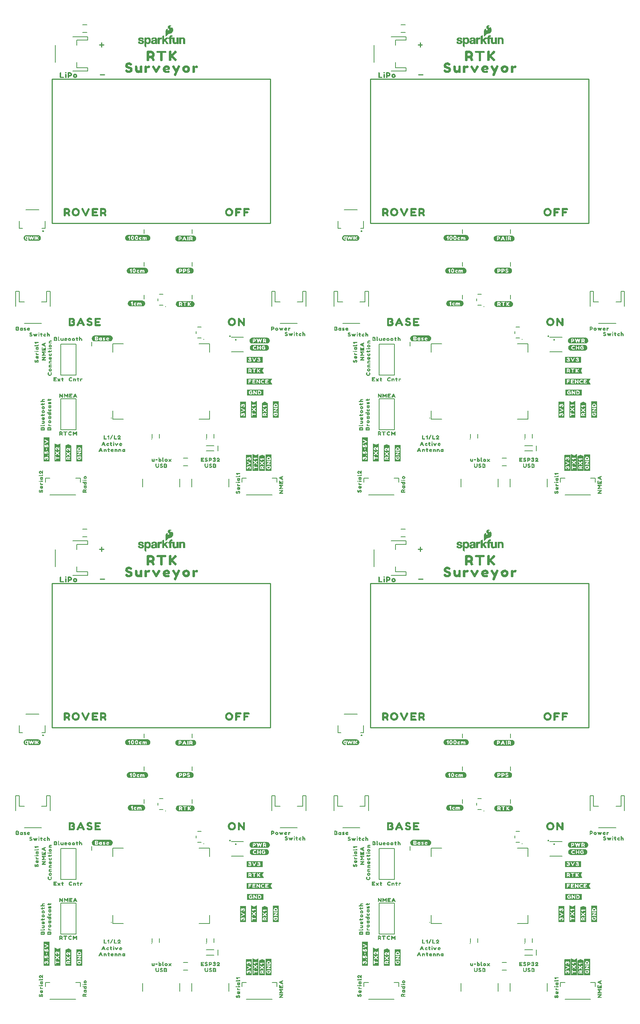
<source format=gto>
G04 EAGLE Gerber RS-274X export*
G75*
%MOMM*%
%FSLAX34Y34*%
%LPD*%
%INSilkscreen Top*%
%IPPOS*%
%AMOC8*
5,1,8,0,0,1.08239X$1,22.5*%
G01*
%ADD10C,0.279400*%
%ADD11C,0.254000*%
%ADD12C,0.203200*%
%ADD13C,0.254000*%
%ADD14C,0.282838*%
%ADD15C,0.177800*%
%ADD16C,0.300000*%
%ADD17C,0.152400*%

G36*
X1344106Y1431741D02*
X1344106Y1431741D01*
X1344100Y1431749D01*
X1344108Y1431754D01*
X1344108Y1432254D01*
X1344098Y1432268D01*
X1344102Y1432277D01*
X1341010Y1438263D01*
X1341106Y1438939D01*
X1344103Y1444932D01*
X1344102Y1444937D01*
X1344106Y1444940D01*
X1344100Y1444948D01*
X1344098Y1444956D01*
X1344106Y1444966D01*
X1344006Y1445366D01*
X1343960Y1445404D01*
X1343959Y1445403D01*
X1343959Y1445404D01*
X1285559Y1445404D01*
X1285553Y1445399D01*
X1285549Y1445403D01*
X1285049Y1445303D01*
X1285017Y1445267D01*
X1285011Y1445262D01*
X1285012Y1445261D01*
X1285010Y1445258D01*
X1285012Y1445256D01*
X1285009Y1445254D01*
X1285009Y1432354D01*
X1285013Y1432350D01*
X1285010Y1432346D01*
X1285110Y1431746D01*
X1285153Y1431705D01*
X1285156Y1431708D01*
X1285159Y1431705D01*
X1344059Y1431705D01*
X1344106Y1431741D01*
G37*
G36*
X603112Y1431741D02*
X603112Y1431741D01*
X603106Y1431749D01*
X603114Y1431754D01*
X603114Y1432254D01*
X603104Y1432268D01*
X603108Y1432277D01*
X600015Y1438263D01*
X600112Y1438939D01*
X603108Y1444932D01*
X603108Y1444937D01*
X603111Y1444940D01*
X603106Y1444948D01*
X603104Y1444956D01*
X603112Y1444966D01*
X603012Y1445366D01*
X602966Y1445404D01*
X602965Y1445403D01*
X602964Y1445404D01*
X544564Y1445404D01*
X544559Y1445399D01*
X544555Y1445403D01*
X544055Y1445303D01*
X544023Y1445267D01*
X544017Y1445262D01*
X544018Y1445261D01*
X544015Y1445258D01*
X544018Y1445256D01*
X544015Y1445254D01*
X544015Y1432354D01*
X544019Y1432350D01*
X544016Y1432346D01*
X544116Y1431746D01*
X544159Y1431705D01*
X544162Y1431708D01*
X544164Y1431705D01*
X603064Y1431705D01*
X603112Y1431741D01*
G37*
G36*
X1344106Y259226D02*
X1344106Y259226D01*
X1344100Y259234D01*
X1344108Y259240D01*
X1344108Y259740D01*
X1344098Y259753D01*
X1344102Y259762D01*
X1341010Y265748D01*
X1341106Y266425D01*
X1344103Y272418D01*
X1344102Y272422D01*
X1344106Y272425D01*
X1344100Y272433D01*
X1344098Y272441D01*
X1344106Y272452D01*
X1344006Y272852D01*
X1343960Y272889D01*
X1343959Y272888D01*
X1343959Y272889D01*
X1285559Y272889D01*
X1285553Y272884D01*
X1285549Y272888D01*
X1285049Y272788D01*
X1285017Y272752D01*
X1285011Y272747D01*
X1285012Y272746D01*
X1285010Y272743D01*
X1285012Y272741D01*
X1285009Y272740D01*
X1285009Y259840D01*
X1285013Y259835D01*
X1285010Y259832D01*
X1285110Y259232D01*
X1285153Y259191D01*
X1285156Y259194D01*
X1285159Y259190D01*
X1344059Y259190D01*
X1344106Y259226D01*
G37*
G36*
X603112Y259226D02*
X603112Y259226D01*
X603106Y259234D01*
X603114Y259240D01*
X603114Y259740D01*
X603104Y259753D01*
X603108Y259762D01*
X600015Y265748D01*
X600112Y266425D01*
X603108Y272418D01*
X603108Y272422D01*
X603111Y272425D01*
X603106Y272433D01*
X603104Y272441D01*
X603112Y272452D01*
X603012Y272852D01*
X602966Y272889D01*
X602965Y272888D01*
X602964Y272889D01*
X544564Y272889D01*
X544559Y272884D01*
X544555Y272888D01*
X544055Y272788D01*
X544023Y272752D01*
X544017Y272747D01*
X544018Y272746D01*
X544015Y272743D01*
X544018Y272741D01*
X544015Y272740D01*
X544015Y259840D01*
X544019Y259835D01*
X544016Y259832D01*
X544116Y259232D01*
X544159Y259191D01*
X544162Y259194D01*
X544164Y259190D01*
X603064Y259190D01*
X603112Y259226D01*
G37*
G36*
X85023Y80349D02*
X85023Y80349D01*
X85030Y80351D01*
X85230Y80851D01*
X85227Y80864D01*
X85234Y80870D01*
X85234Y136370D01*
X85198Y136417D01*
X85194Y136415D01*
X85193Y136418D01*
X84593Y136518D01*
X84587Y136515D01*
X84584Y136519D01*
X71684Y136519D01*
X71637Y136483D01*
X71639Y136481D01*
X71636Y136479D01*
X71637Y136478D01*
X71636Y136478D01*
X71536Y135878D01*
X71539Y135872D01*
X71535Y135870D01*
X71535Y80570D01*
X71564Y80532D01*
X71566Y80524D01*
X72066Y80324D01*
X72079Y80327D01*
X72084Y80320D01*
X84984Y80320D01*
X85023Y80349D01*
G37*
G36*
X85023Y1252864D02*
X85023Y1252864D01*
X85030Y1252866D01*
X85230Y1253366D01*
X85227Y1253379D01*
X85234Y1253384D01*
X85234Y1308884D01*
X85198Y1308932D01*
X85194Y1308929D01*
X85193Y1308933D01*
X84593Y1309033D01*
X84587Y1309030D01*
X84584Y1309034D01*
X71684Y1309034D01*
X71637Y1308998D01*
X71639Y1308995D01*
X71636Y1308993D01*
X71637Y1308993D01*
X71636Y1308993D01*
X71536Y1308393D01*
X71539Y1308387D01*
X71535Y1308384D01*
X71535Y1253084D01*
X71564Y1253046D01*
X71566Y1253039D01*
X72066Y1252839D01*
X72079Y1252842D01*
X72084Y1252835D01*
X84984Y1252835D01*
X85023Y1252864D01*
G37*
G36*
X826017Y80349D02*
X826017Y80349D01*
X826024Y80351D01*
X826224Y80851D01*
X826221Y80864D01*
X826228Y80870D01*
X826228Y136370D01*
X826192Y136417D01*
X826189Y136415D01*
X826187Y136418D01*
X825587Y136518D01*
X825581Y136515D01*
X825579Y136519D01*
X812679Y136519D01*
X812631Y136483D01*
X812633Y136481D01*
X812631Y136479D01*
X812631Y136478D01*
X812630Y136478D01*
X812530Y135878D01*
X812533Y135872D01*
X812529Y135870D01*
X812529Y80570D01*
X812558Y80532D01*
X812560Y80524D01*
X813060Y80324D01*
X813073Y80327D01*
X813079Y80320D01*
X825979Y80320D01*
X826017Y80349D01*
G37*
G36*
X826017Y1252864D02*
X826017Y1252864D01*
X826024Y1252866D01*
X826224Y1253366D01*
X826221Y1253379D01*
X826228Y1253384D01*
X826228Y1308884D01*
X826192Y1308932D01*
X826189Y1308929D01*
X826187Y1308933D01*
X825587Y1309033D01*
X825581Y1309030D01*
X825579Y1309034D01*
X812679Y1309034D01*
X812631Y1308998D01*
X812633Y1308995D01*
X812631Y1308993D01*
X812630Y1308993D01*
X812530Y1308393D01*
X812533Y1308387D01*
X812529Y1308384D01*
X812529Y1253084D01*
X812558Y1253046D01*
X812560Y1253039D01*
X813060Y1252839D01*
X813073Y1252842D01*
X813079Y1252835D01*
X825979Y1252835D01*
X826017Y1252864D01*
G37*
G36*
X1054463Y593204D02*
X1054463Y593204D01*
X1054466Y593201D01*
X1055166Y593301D01*
X1055167Y593301D01*
X1055767Y593401D01*
X1055770Y593404D01*
X1055772Y593402D01*
X1056472Y593602D01*
X1056473Y593604D01*
X1056474Y593603D01*
X1057074Y593803D01*
X1057077Y593807D01*
X1057081Y593806D01*
X1057681Y594106D01*
X1057683Y594110D01*
X1057686Y594109D01*
X1058286Y594509D01*
X1058287Y594512D01*
X1058289Y594511D01*
X1058789Y594911D01*
X1058790Y594915D01*
X1058793Y594915D01*
X1059293Y595415D01*
X1059294Y595419D01*
X1059297Y595419D01*
X1059697Y595919D01*
X1059697Y595922D01*
X1059700Y595922D01*
X1060100Y596522D01*
X1060099Y596527D01*
X1060103Y596528D01*
X1060703Y597728D01*
X1060701Y597734D01*
X1060706Y597736D01*
X1060906Y598436D01*
X1060904Y598440D01*
X1060907Y598442D01*
X1061007Y599042D01*
X1061007Y599043D01*
X1061107Y599743D01*
X1061105Y599747D01*
X1061108Y599750D01*
X1061108Y600450D01*
X1061104Y600454D01*
X1061107Y600458D01*
X1061007Y601058D01*
X1060907Y601757D01*
X1060904Y601760D01*
X1060906Y601763D01*
X1060706Y602463D01*
X1060700Y602467D01*
X1060703Y602472D01*
X1060103Y603672D01*
X1060096Y603675D01*
X1060097Y603680D01*
X1059297Y604680D01*
X1059293Y604681D01*
X1059293Y604684D01*
X1058793Y605184D01*
X1058786Y605185D01*
X1058786Y605191D01*
X1058188Y605589D01*
X1057689Y605988D01*
X1057682Y605988D01*
X1057681Y605994D01*
X1057081Y606294D01*
X1057074Y606292D01*
X1057072Y606297D01*
X1056373Y606497D01*
X1055774Y606696D01*
X1055770Y606695D01*
X1055768Y606695D01*
X1055766Y606698D01*
X1054366Y606898D01*
X1054361Y606896D01*
X1054359Y606899D01*
X1008659Y606899D01*
X1008654Y606896D01*
X1008652Y606898D01*
X1007952Y606798D01*
X1007951Y606798D01*
X1007351Y606698D01*
X1007348Y606695D01*
X1007345Y606697D01*
X1006645Y606497D01*
X1006641Y606491D01*
X1006637Y606494D01*
X1005437Y605894D01*
X1005433Y605887D01*
X1005428Y605888D01*
X1004928Y605488D01*
X1004928Y605487D01*
X1004927Y605487D01*
X1004327Y604987D01*
X1004326Y604984D01*
X1004324Y604984D01*
X1003924Y604584D01*
X1003923Y604577D01*
X1003918Y604577D01*
X1003519Y603979D01*
X1003120Y603480D01*
X1003120Y603471D01*
X1003113Y603469D01*
X1002814Y602770D01*
X1002515Y602172D01*
X1002517Y602161D01*
X1002510Y602158D01*
X1002410Y601560D01*
X1002211Y600863D01*
X1002215Y600854D01*
X1002209Y600850D01*
X1002209Y599450D01*
X1002213Y599445D01*
X1002210Y599442D01*
X1002310Y598842D01*
X1002313Y598839D01*
X1002311Y598836D01*
X1002511Y598136D01*
X1002513Y598135D01*
X1002512Y598134D01*
X1002712Y597534D01*
X1002716Y597531D01*
X1002715Y597528D01*
X1003315Y596328D01*
X1003319Y596326D01*
X1003318Y596322D01*
X1003718Y595722D01*
X1003725Y595720D01*
X1003724Y595715D01*
X1004224Y595215D01*
X1004228Y595214D01*
X1004228Y595211D01*
X1005228Y594411D01*
X1005231Y594411D01*
X1005231Y594409D01*
X1005831Y594009D01*
X1005836Y594009D01*
X1005837Y594006D01*
X1006437Y593706D01*
X1006442Y593707D01*
X1006443Y593703D01*
X1007043Y593503D01*
X1007045Y593503D01*
X1007045Y593502D01*
X1007745Y593302D01*
X1007754Y593306D01*
X1007759Y593300D01*
X1008454Y593300D01*
X1009051Y593201D01*
X1009078Y593215D01*
X1009091Y593213D01*
X1009115Y593234D01*
X1009114Y593228D01*
X1009142Y593223D01*
X1009159Y593200D01*
X1054459Y593200D01*
X1054463Y593204D01*
G37*
G36*
X1054463Y1765718D02*
X1054463Y1765718D01*
X1054466Y1765716D01*
X1055166Y1765816D01*
X1055167Y1765816D01*
X1055767Y1765916D01*
X1055770Y1765919D01*
X1055772Y1765917D01*
X1056472Y1766117D01*
X1056473Y1766118D01*
X1056474Y1766118D01*
X1057074Y1766318D01*
X1057077Y1766322D01*
X1057081Y1766320D01*
X1057681Y1766620D01*
X1057683Y1766625D01*
X1057686Y1766623D01*
X1058286Y1767023D01*
X1058287Y1767027D01*
X1058289Y1767026D01*
X1058789Y1767426D01*
X1058790Y1767430D01*
X1058793Y1767430D01*
X1059293Y1767930D01*
X1059294Y1767934D01*
X1059297Y1767934D01*
X1059697Y1768434D01*
X1059697Y1768437D01*
X1059700Y1768437D01*
X1060100Y1769037D01*
X1060099Y1769042D01*
X1060103Y1769042D01*
X1060703Y1770242D01*
X1060701Y1770249D01*
X1060706Y1770251D01*
X1060906Y1770951D01*
X1060904Y1770955D01*
X1060907Y1770956D01*
X1061007Y1771556D01*
X1061007Y1771557D01*
X1061107Y1772257D01*
X1061105Y1772262D01*
X1061108Y1772264D01*
X1061108Y1772964D01*
X1061104Y1772969D01*
X1061107Y1772973D01*
X1061007Y1773573D01*
X1060907Y1774271D01*
X1060904Y1774275D01*
X1060906Y1774278D01*
X1060706Y1774978D01*
X1060700Y1774982D01*
X1060703Y1774986D01*
X1060103Y1776186D01*
X1060096Y1776190D01*
X1060097Y1776195D01*
X1059297Y1777195D01*
X1059293Y1777196D01*
X1059293Y1777199D01*
X1058793Y1777699D01*
X1058786Y1777700D01*
X1058786Y1777705D01*
X1058188Y1778104D01*
X1057689Y1778503D01*
X1057682Y1778503D01*
X1057681Y1778508D01*
X1057081Y1778808D01*
X1057074Y1778807D01*
X1057072Y1778812D01*
X1056373Y1779011D01*
X1055774Y1779211D01*
X1055770Y1779210D01*
X1055768Y1779210D01*
X1055766Y1779213D01*
X1054366Y1779413D01*
X1054361Y1779411D01*
X1054359Y1779414D01*
X1008659Y1779414D01*
X1008654Y1779410D01*
X1008652Y1779413D01*
X1007952Y1779313D01*
X1007951Y1779313D01*
X1007351Y1779213D01*
X1007348Y1779210D01*
X1007345Y1779212D01*
X1006645Y1779012D01*
X1006641Y1779006D01*
X1006637Y1779008D01*
X1005437Y1778408D01*
X1005433Y1778402D01*
X1005428Y1778403D01*
X1004928Y1778003D01*
X1004928Y1778002D01*
X1004927Y1778002D01*
X1004327Y1777502D01*
X1004326Y1777499D01*
X1004324Y1777499D01*
X1003924Y1777099D01*
X1003923Y1777092D01*
X1003918Y1777092D01*
X1003519Y1776494D01*
X1003120Y1775995D01*
X1003120Y1775985D01*
X1003113Y1775984D01*
X1002814Y1775285D01*
X1002515Y1774686D01*
X1002517Y1774676D01*
X1002510Y1774673D01*
X1002410Y1774075D01*
X1002211Y1773378D01*
X1002215Y1773369D01*
X1002209Y1773364D01*
X1002209Y1771964D01*
X1002213Y1771960D01*
X1002210Y1771956D01*
X1002310Y1771356D01*
X1002313Y1771353D01*
X1002311Y1771351D01*
X1002511Y1770651D01*
X1002513Y1770650D01*
X1002512Y1770649D01*
X1002712Y1770049D01*
X1002716Y1770046D01*
X1002715Y1770042D01*
X1003315Y1768842D01*
X1003319Y1768840D01*
X1003318Y1768837D01*
X1003718Y1768237D01*
X1003725Y1768235D01*
X1003724Y1768230D01*
X1004224Y1767730D01*
X1004228Y1767729D01*
X1004228Y1767726D01*
X1005228Y1766926D01*
X1005231Y1766926D01*
X1005231Y1766923D01*
X1005831Y1766523D01*
X1005836Y1766524D01*
X1005837Y1766520D01*
X1006437Y1766220D01*
X1006442Y1766221D01*
X1006443Y1766218D01*
X1007043Y1766018D01*
X1007045Y1766018D01*
X1007045Y1766017D01*
X1007745Y1765817D01*
X1007754Y1765821D01*
X1007759Y1765815D01*
X1008454Y1765815D01*
X1009051Y1765716D01*
X1009078Y1765730D01*
X1009091Y1765728D01*
X1009115Y1765749D01*
X1009114Y1765743D01*
X1009142Y1765737D01*
X1009159Y1765715D01*
X1054459Y1765715D01*
X1054463Y1765718D01*
G37*
G36*
X313469Y1765718D02*
X313469Y1765718D01*
X313471Y1765716D01*
X314171Y1765816D01*
X314172Y1765816D01*
X314173Y1765816D01*
X314773Y1765916D01*
X314775Y1765919D01*
X314778Y1765917D01*
X315478Y1766117D01*
X315479Y1766118D01*
X315480Y1766118D01*
X316080Y1766318D01*
X316083Y1766322D01*
X316086Y1766320D01*
X316686Y1766620D01*
X316689Y1766625D01*
X316692Y1766623D01*
X317292Y1767023D01*
X317293Y1767027D01*
X317295Y1767026D01*
X317795Y1767426D01*
X317796Y1767430D01*
X317799Y1767430D01*
X318299Y1767930D01*
X318300Y1767934D01*
X318303Y1767934D01*
X318703Y1768434D01*
X318703Y1768437D01*
X318705Y1768437D01*
X319105Y1769037D01*
X319105Y1769042D01*
X319108Y1769042D01*
X319708Y1770242D01*
X319707Y1770249D01*
X319712Y1770251D01*
X319912Y1770951D01*
X319910Y1770955D01*
X319913Y1770956D01*
X320013Y1771556D01*
X320013Y1771557D01*
X320113Y1772257D01*
X320111Y1772262D01*
X320114Y1772264D01*
X320114Y1772964D01*
X320110Y1772969D01*
X320113Y1772973D01*
X320013Y1773573D01*
X319913Y1774271D01*
X319910Y1774275D01*
X319912Y1774278D01*
X319712Y1774978D01*
X319706Y1774982D01*
X319708Y1774986D01*
X319108Y1776186D01*
X319102Y1776190D01*
X319103Y1776195D01*
X318303Y1777195D01*
X318299Y1777196D01*
X318299Y1777199D01*
X317799Y1777699D01*
X317792Y1777700D01*
X317792Y1777705D01*
X317194Y1778104D01*
X316695Y1778503D01*
X316687Y1778503D01*
X316686Y1778508D01*
X316086Y1778808D01*
X316080Y1778807D01*
X316078Y1778812D01*
X315379Y1779011D01*
X314780Y1779211D01*
X314776Y1779210D01*
X314773Y1779210D01*
X314771Y1779213D01*
X313371Y1779413D01*
X313367Y1779411D01*
X313364Y1779414D01*
X267664Y1779414D01*
X267660Y1779410D01*
X267657Y1779413D01*
X266957Y1779313D01*
X266956Y1779313D01*
X266356Y1779213D01*
X266353Y1779210D01*
X266351Y1779212D01*
X265651Y1779012D01*
X265647Y1779006D01*
X265642Y1779008D01*
X264442Y1778408D01*
X264439Y1778402D01*
X264434Y1778403D01*
X263934Y1778003D01*
X263933Y1778002D01*
X263333Y1777502D01*
X263332Y1777499D01*
X263330Y1777499D01*
X262930Y1777099D01*
X262929Y1777092D01*
X262923Y1777092D01*
X262525Y1776494D01*
X262126Y1775995D01*
X262126Y1775985D01*
X262119Y1775984D01*
X261820Y1775285D01*
X261520Y1774686D01*
X261522Y1774676D01*
X261516Y1774673D01*
X261416Y1774075D01*
X261217Y1773378D01*
X261221Y1773369D01*
X261215Y1773364D01*
X261215Y1771964D01*
X261219Y1771960D01*
X261216Y1771956D01*
X261316Y1771356D01*
X261319Y1771353D01*
X261317Y1771351D01*
X261517Y1770651D01*
X261518Y1770650D01*
X261518Y1770649D01*
X261718Y1770049D01*
X261722Y1770046D01*
X261720Y1770042D01*
X262320Y1768842D01*
X262325Y1768840D01*
X262323Y1768837D01*
X262723Y1768237D01*
X262730Y1768235D01*
X262730Y1768230D01*
X263230Y1767730D01*
X263234Y1767729D01*
X263234Y1767726D01*
X264234Y1766926D01*
X264237Y1766926D01*
X264237Y1766923D01*
X264837Y1766523D01*
X264842Y1766524D01*
X264842Y1766520D01*
X265442Y1766220D01*
X265448Y1766221D01*
X265449Y1766218D01*
X266049Y1766018D01*
X266050Y1766018D01*
X266051Y1766017D01*
X266751Y1765817D01*
X266760Y1765821D01*
X266764Y1765815D01*
X267460Y1765815D01*
X268056Y1765716D01*
X268084Y1765730D01*
X268097Y1765728D01*
X268121Y1765749D01*
X268120Y1765743D01*
X268148Y1765737D01*
X268164Y1765715D01*
X313464Y1765715D01*
X313469Y1765718D01*
G37*
G36*
X313469Y593204D02*
X313469Y593204D01*
X313471Y593201D01*
X314171Y593301D01*
X314172Y593301D01*
X314173Y593301D01*
X314773Y593401D01*
X314775Y593404D01*
X314778Y593402D01*
X315478Y593602D01*
X315479Y593604D01*
X315480Y593603D01*
X316080Y593803D01*
X316083Y593807D01*
X316086Y593806D01*
X316686Y594106D01*
X316689Y594110D01*
X316692Y594109D01*
X317292Y594509D01*
X317293Y594512D01*
X317295Y594511D01*
X317795Y594911D01*
X317796Y594915D01*
X317799Y594915D01*
X318299Y595415D01*
X318300Y595419D01*
X318303Y595419D01*
X318703Y595919D01*
X318703Y595922D01*
X318705Y595922D01*
X319105Y596522D01*
X319105Y596527D01*
X319108Y596528D01*
X319708Y597728D01*
X319707Y597734D01*
X319712Y597736D01*
X319912Y598436D01*
X319910Y598440D01*
X319913Y598442D01*
X320013Y599042D01*
X320013Y599043D01*
X320113Y599743D01*
X320111Y599747D01*
X320114Y599750D01*
X320114Y600450D01*
X320110Y600454D01*
X320113Y600458D01*
X320013Y601058D01*
X319913Y601757D01*
X319910Y601760D01*
X319912Y601763D01*
X319712Y602463D01*
X319706Y602467D01*
X319708Y602472D01*
X319108Y603672D01*
X319102Y603675D01*
X319103Y603680D01*
X318303Y604680D01*
X318299Y604681D01*
X318299Y604684D01*
X317799Y605184D01*
X317792Y605185D01*
X317792Y605191D01*
X317194Y605589D01*
X316695Y605988D01*
X316687Y605988D01*
X316686Y605994D01*
X316086Y606294D01*
X316080Y606292D01*
X316078Y606297D01*
X315379Y606497D01*
X314780Y606696D01*
X314776Y606695D01*
X314773Y606695D01*
X314771Y606698D01*
X313371Y606898D01*
X313367Y606896D01*
X313364Y606899D01*
X267664Y606899D01*
X267660Y606896D01*
X267657Y606898D01*
X266957Y606798D01*
X266956Y606798D01*
X266356Y606698D01*
X266353Y606695D01*
X266351Y606697D01*
X265651Y606497D01*
X265647Y606491D01*
X265642Y606494D01*
X264442Y605894D01*
X264439Y605887D01*
X264434Y605888D01*
X263934Y605488D01*
X263933Y605487D01*
X263333Y604987D01*
X263332Y604984D01*
X263330Y604984D01*
X262930Y604584D01*
X262929Y604577D01*
X262923Y604577D01*
X262525Y603979D01*
X262126Y603480D01*
X262126Y603471D01*
X262119Y603469D01*
X261820Y602770D01*
X261520Y602172D01*
X261522Y602161D01*
X261516Y602158D01*
X261416Y601560D01*
X261217Y600863D01*
X261221Y600854D01*
X261215Y600850D01*
X261215Y599450D01*
X261219Y599445D01*
X261216Y599442D01*
X261316Y598842D01*
X261319Y598839D01*
X261317Y598836D01*
X261517Y598136D01*
X261518Y598135D01*
X261518Y598134D01*
X261718Y597534D01*
X261722Y597531D01*
X261720Y597528D01*
X262320Y596328D01*
X262325Y596326D01*
X262323Y596322D01*
X262723Y595722D01*
X262730Y595720D01*
X262730Y595715D01*
X263230Y595215D01*
X263234Y595214D01*
X263234Y595211D01*
X264234Y594411D01*
X264237Y594411D01*
X264237Y594409D01*
X264837Y594009D01*
X264842Y594009D01*
X264842Y594006D01*
X265442Y593706D01*
X265448Y593707D01*
X265449Y593703D01*
X266049Y593503D01*
X266050Y593503D01*
X266051Y593502D01*
X266751Y593302D01*
X266760Y593306D01*
X266764Y593300D01*
X267460Y593300D01*
X268056Y593201D01*
X268084Y593215D01*
X268097Y593213D01*
X268121Y593234D01*
X268120Y593228D01*
X268148Y593223D01*
X268164Y593200D01*
X313464Y593200D01*
X313469Y593204D01*
G37*
G36*
X1049173Y517004D02*
X1049173Y517004D01*
X1049176Y517001D01*
X1049876Y517101D01*
X1049877Y517101D01*
X1050477Y517201D01*
X1050480Y517204D01*
X1050482Y517202D01*
X1051182Y517402D01*
X1051186Y517408D01*
X1051191Y517406D01*
X1052391Y518006D01*
X1052394Y518012D01*
X1052399Y518011D01*
X1052898Y518410D01*
X1053496Y518809D01*
X1053500Y518819D01*
X1053507Y518819D01*
X1053907Y519319D01*
X1054406Y519918D01*
X1054407Y519924D01*
X1054411Y519924D01*
X1054711Y520424D01*
X1054711Y520427D01*
X1054713Y520428D01*
X1055013Y521028D01*
X1055012Y521030D01*
X1055014Y521030D01*
X1055314Y521730D01*
X1055312Y521739D01*
X1055317Y521742D01*
X1055417Y522339D01*
X1055616Y523036D01*
X1055613Y523043D01*
X1055616Y523045D01*
X1055614Y523047D01*
X1055618Y523050D01*
X1055618Y524350D01*
X1055615Y524354D01*
X1055617Y524357D01*
X1055517Y525057D01*
X1055514Y525060D01*
X1055516Y525063D01*
X1055316Y525763D01*
X1055315Y525764D01*
X1055315Y525765D01*
X1055115Y526365D01*
X1055111Y526368D01*
X1055113Y526372D01*
X1054513Y527572D01*
X1054508Y527574D01*
X1054510Y527577D01*
X1054110Y528177D01*
X1054106Y528178D01*
X1054107Y528180D01*
X1053707Y528680D01*
X1053699Y528682D01*
X1053699Y528688D01*
X1053199Y529088D01*
X1053196Y529088D01*
X1053196Y529091D01*
X1051996Y529891D01*
X1051991Y529890D01*
X1051991Y529894D01*
X1051391Y530194D01*
X1051385Y530193D01*
X1051384Y530196D01*
X1050784Y530396D01*
X1050783Y530396D01*
X1050782Y530397D01*
X1050082Y530597D01*
X1050073Y530593D01*
X1050069Y530599D01*
X1049472Y530599D01*
X1048776Y530698D01*
X1048771Y530696D01*
X1048769Y530699D01*
X1012869Y530699D01*
X1012864Y530696D01*
X1012862Y530698D01*
X1011462Y530498D01*
X1011461Y530498D01*
X1010861Y530398D01*
X1010855Y530392D01*
X1010849Y530395D01*
X1010149Y530095D01*
X1010148Y530093D01*
X1010147Y530094D01*
X1008947Y529494D01*
X1008943Y529487D01*
X1008938Y529488D01*
X1008438Y529088D01*
X1008437Y529084D01*
X1008434Y529084D01*
X1007934Y528584D01*
X1007933Y528580D01*
X1007930Y528580D01*
X1007130Y527580D01*
X1007130Y527577D01*
X1007128Y527577D01*
X1006728Y526977D01*
X1006728Y526968D01*
X1006723Y526964D01*
X1006721Y526963D01*
X1006523Y526268D01*
X1006225Y525672D01*
X1006227Y525660D01*
X1006220Y525657D01*
X1006120Y524958D01*
X1006020Y524358D01*
X1006023Y524353D01*
X1006021Y524352D01*
X1006022Y524351D01*
X1006019Y524350D01*
X1006019Y523650D01*
X1006023Y523645D01*
X1006020Y523643D01*
X1006120Y522943D01*
X1006120Y522942D01*
X1006220Y522342D01*
X1006223Y522339D01*
X1006221Y522336D01*
X1006421Y521636D01*
X1006423Y521635D01*
X1006422Y521634D01*
X1006622Y521034D01*
X1006626Y521031D01*
X1006625Y521028D01*
X1006925Y520428D01*
X1006929Y520426D01*
X1006928Y520422D01*
X1007328Y519822D01*
X1007331Y519821D01*
X1007330Y519819D01*
X1007730Y519319D01*
X1007734Y519318D01*
X1007734Y519315D01*
X1008234Y518815D01*
X1008238Y518814D01*
X1008238Y518811D01*
X1008738Y518411D01*
X1008741Y518411D01*
X1008741Y518409D01*
X1009341Y518009D01*
X1009346Y518009D01*
X1009347Y518006D01*
X1010547Y517406D01*
X1010553Y517407D01*
X1010555Y517402D01*
X1011255Y517202D01*
X1011259Y517204D01*
X1011261Y517201D01*
X1011861Y517101D01*
X1011862Y517101D01*
X1012562Y517001D01*
X1012566Y517003D01*
X1012569Y517000D01*
X1049169Y517000D01*
X1049173Y517004D01*
G37*
G36*
X1049173Y1689518D02*
X1049173Y1689518D01*
X1049176Y1689516D01*
X1049876Y1689616D01*
X1049877Y1689616D01*
X1050477Y1689716D01*
X1050480Y1689719D01*
X1050482Y1689717D01*
X1051182Y1689917D01*
X1051186Y1689923D01*
X1051191Y1689920D01*
X1052391Y1690520D01*
X1052394Y1690527D01*
X1052399Y1690526D01*
X1052898Y1690925D01*
X1053496Y1691323D01*
X1053500Y1691334D01*
X1053507Y1691334D01*
X1053907Y1691834D01*
X1054406Y1692433D01*
X1054407Y1692439D01*
X1054411Y1692439D01*
X1054711Y1692939D01*
X1054711Y1692942D01*
X1054713Y1692942D01*
X1055013Y1693542D01*
X1055012Y1693545D01*
X1055014Y1693545D01*
X1055314Y1694245D01*
X1055312Y1694253D01*
X1055317Y1694256D01*
X1055417Y1694854D01*
X1055616Y1695551D01*
X1055613Y1695558D01*
X1055616Y1695560D01*
X1055614Y1695562D01*
X1055618Y1695564D01*
X1055618Y1696864D01*
X1055615Y1696869D01*
X1055617Y1696871D01*
X1055517Y1697571D01*
X1055514Y1697575D01*
X1055516Y1697578D01*
X1055316Y1698278D01*
X1055315Y1698279D01*
X1055315Y1698280D01*
X1055115Y1698880D01*
X1055111Y1698883D01*
X1055113Y1698886D01*
X1054513Y1700086D01*
X1054508Y1700089D01*
X1054510Y1700092D01*
X1054110Y1700692D01*
X1054106Y1700693D01*
X1054107Y1700695D01*
X1053707Y1701195D01*
X1053699Y1701197D01*
X1053699Y1701203D01*
X1053199Y1701603D01*
X1053196Y1701603D01*
X1053196Y1701605D01*
X1051996Y1702405D01*
X1051991Y1702405D01*
X1051991Y1702408D01*
X1051391Y1702708D01*
X1051385Y1702708D01*
X1051384Y1702711D01*
X1050784Y1702911D01*
X1050783Y1702911D01*
X1050782Y1702912D01*
X1050082Y1703112D01*
X1050073Y1703108D01*
X1050069Y1703114D01*
X1049472Y1703114D01*
X1048776Y1703213D01*
X1048771Y1703211D01*
X1048769Y1703214D01*
X1012869Y1703214D01*
X1012864Y1703210D01*
X1012862Y1703213D01*
X1011462Y1703013D01*
X1011461Y1703013D01*
X1010861Y1702913D01*
X1010855Y1702907D01*
X1010849Y1702910D01*
X1010149Y1702610D01*
X1010148Y1702608D01*
X1010147Y1702608D01*
X1008947Y1702008D01*
X1008943Y1702002D01*
X1008938Y1702003D01*
X1008438Y1701603D01*
X1008437Y1701599D01*
X1008434Y1701599D01*
X1007934Y1701099D01*
X1007933Y1701095D01*
X1007930Y1701095D01*
X1007130Y1700095D01*
X1007130Y1700092D01*
X1007128Y1700092D01*
X1006728Y1699492D01*
X1006728Y1699482D01*
X1006723Y1699479D01*
X1006721Y1699478D01*
X1006523Y1698782D01*
X1006225Y1698186D01*
X1006227Y1698175D01*
X1006220Y1698171D01*
X1006120Y1697473D01*
X1006020Y1696873D01*
X1006023Y1696868D01*
X1006021Y1696867D01*
X1006022Y1696866D01*
X1006019Y1696864D01*
X1006019Y1696164D01*
X1006023Y1696160D01*
X1006020Y1696157D01*
X1006120Y1695457D01*
X1006120Y1695456D01*
X1006220Y1694856D01*
X1006223Y1694853D01*
X1006221Y1694851D01*
X1006421Y1694151D01*
X1006423Y1694150D01*
X1006422Y1694149D01*
X1006622Y1693549D01*
X1006626Y1693546D01*
X1006625Y1693542D01*
X1006925Y1692942D01*
X1006929Y1692940D01*
X1006928Y1692937D01*
X1007328Y1692337D01*
X1007331Y1692336D01*
X1007330Y1692334D01*
X1007730Y1691834D01*
X1007734Y1691833D01*
X1007734Y1691830D01*
X1008234Y1691330D01*
X1008238Y1691329D01*
X1008238Y1691326D01*
X1008738Y1690926D01*
X1008741Y1690926D01*
X1008741Y1690923D01*
X1009341Y1690523D01*
X1009346Y1690524D01*
X1009347Y1690520D01*
X1010547Y1689920D01*
X1010553Y1689922D01*
X1010555Y1689917D01*
X1011255Y1689717D01*
X1011259Y1689719D01*
X1011261Y1689716D01*
X1011861Y1689616D01*
X1011862Y1689616D01*
X1012562Y1689516D01*
X1012566Y1689518D01*
X1012569Y1689515D01*
X1049169Y1689515D01*
X1049173Y1689518D01*
G37*
G36*
X308179Y1689518D02*
X308179Y1689518D01*
X308181Y1689516D01*
X308881Y1689616D01*
X308882Y1689616D01*
X308883Y1689616D01*
X309483Y1689716D01*
X309485Y1689719D01*
X309488Y1689717D01*
X310188Y1689917D01*
X310192Y1689923D01*
X310196Y1689920D01*
X311396Y1690520D01*
X311400Y1690527D01*
X311405Y1690526D01*
X311904Y1690925D01*
X312502Y1691323D01*
X312505Y1691334D01*
X312513Y1691334D01*
X312913Y1691834D01*
X313412Y1692433D01*
X313413Y1692439D01*
X313417Y1692439D01*
X313717Y1692939D01*
X313716Y1692942D01*
X313718Y1692942D01*
X314018Y1693542D01*
X314018Y1693545D01*
X314020Y1693545D01*
X314320Y1694245D01*
X314318Y1694253D01*
X314323Y1694256D01*
X314423Y1694854D01*
X314622Y1695551D01*
X314619Y1695558D01*
X314622Y1695560D01*
X314620Y1695562D01*
X314624Y1695564D01*
X314624Y1696864D01*
X314620Y1696869D01*
X314623Y1696871D01*
X314523Y1697571D01*
X314520Y1697575D01*
X314522Y1697578D01*
X314322Y1698278D01*
X314320Y1698279D01*
X314321Y1698280D01*
X314121Y1698880D01*
X314117Y1698883D01*
X314118Y1698886D01*
X313518Y1700086D01*
X313514Y1700089D01*
X313515Y1700092D01*
X313115Y1700692D01*
X313112Y1700693D01*
X313113Y1700695D01*
X312713Y1701195D01*
X312705Y1701197D01*
X312705Y1701203D01*
X312205Y1701603D01*
X312202Y1701603D01*
X312202Y1701605D01*
X311002Y1702405D01*
X310997Y1702405D01*
X310996Y1702408D01*
X310396Y1702708D01*
X310391Y1702708D01*
X310390Y1702711D01*
X309790Y1702911D01*
X309788Y1702911D01*
X309788Y1702912D01*
X309088Y1703112D01*
X309079Y1703108D01*
X309074Y1703114D01*
X308478Y1703114D01*
X307781Y1703213D01*
X307777Y1703211D01*
X307774Y1703214D01*
X271874Y1703214D01*
X271870Y1703210D01*
X271867Y1703213D01*
X270467Y1703013D01*
X270466Y1703013D01*
X269866Y1702913D01*
X269860Y1702907D01*
X269855Y1702910D01*
X269155Y1702610D01*
X269154Y1702608D01*
X269152Y1702608D01*
X267952Y1702008D01*
X267949Y1702002D01*
X267944Y1702003D01*
X267444Y1701603D01*
X267443Y1701599D01*
X267440Y1701599D01*
X266940Y1701099D01*
X266939Y1701095D01*
X266936Y1701095D01*
X266136Y1700095D01*
X266136Y1700092D01*
X266133Y1700092D01*
X265733Y1699492D01*
X265734Y1699482D01*
X265729Y1699479D01*
X265727Y1699478D01*
X265528Y1698782D01*
X265230Y1698186D01*
X265232Y1698175D01*
X265226Y1698171D01*
X265126Y1697473D01*
X265026Y1696873D01*
X265028Y1696868D01*
X265027Y1696867D01*
X265027Y1696866D01*
X265025Y1696864D01*
X265025Y1696164D01*
X265028Y1696160D01*
X265026Y1696157D01*
X265126Y1695457D01*
X265126Y1695456D01*
X265226Y1694856D01*
X265229Y1694853D01*
X265227Y1694851D01*
X265427Y1694151D01*
X265428Y1694150D01*
X265428Y1694149D01*
X265628Y1693549D01*
X265632Y1693546D01*
X265630Y1693542D01*
X265930Y1692942D01*
X265935Y1692940D01*
X265933Y1692937D01*
X266333Y1692337D01*
X266337Y1692336D01*
X266336Y1692334D01*
X266736Y1691834D01*
X266740Y1691833D01*
X266740Y1691830D01*
X267240Y1691330D01*
X267244Y1691329D01*
X267244Y1691326D01*
X267744Y1690926D01*
X267747Y1690926D01*
X267747Y1690923D01*
X268347Y1690523D01*
X268352Y1690524D01*
X268352Y1690520D01*
X269552Y1689920D01*
X269559Y1689922D01*
X269561Y1689917D01*
X270261Y1689717D01*
X270265Y1689719D01*
X270266Y1689716D01*
X270866Y1689616D01*
X270867Y1689616D01*
X271567Y1689516D01*
X271572Y1689518D01*
X271574Y1689515D01*
X308174Y1689515D01*
X308179Y1689518D01*
G37*
G36*
X308179Y517004D02*
X308179Y517004D01*
X308181Y517001D01*
X308881Y517101D01*
X308882Y517101D01*
X308883Y517101D01*
X309483Y517201D01*
X309485Y517204D01*
X309488Y517202D01*
X310188Y517402D01*
X310192Y517408D01*
X310196Y517406D01*
X311396Y518006D01*
X311400Y518012D01*
X311405Y518011D01*
X311904Y518410D01*
X312502Y518809D01*
X312505Y518819D01*
X312513Y518819D01*
X312913Y519319D01*
X313412Y519918D01*
X313413Y519924D01*
X313417Y519924D01*
X313717Y520424D01*
X313716Y520427D01*
X313718Y520428D01*
X314018Y521028D01*
X314018Y521030D01*
X314020Y521030D01*
X314320Y521730D01*
X314318Y521739D01*
X314323Y521742D01*
X314423Y522339D01*
X314622Y523036D01*
X314619Y523043D01*
X314622Y523045D01*
X314620Y523047D01*
X314624Y523050D01*
X314624Y524350D01*
X314620Y524354D01*
X314623Y524357D01*
X314523Y525057D01*
X314520Y525060D01*
X314522Y525063D01*
X314322Y525763D01*
X314320Y525764D01*
X314321Y525765D01*
X314121Y526365D01*
X314117Y526368D01*
X314118Y526372D01*
X313518Y527572D01*
X313514Y527574D01*
X313515Y527577D01*
X313115Y528177D01*
X313112Y528178D01*
X313113Y528180D01*
X312713Y528680D01*
X312705Y528682D01*
X312705Y528688D01*
X312205Y529088D01*
X312202Y529088D01*
X312202Y529091D01*
X311002Y529891D01*
X310997Y529890D01*
X310996Y529894D01*
X310396Y530194D01*
X310391Y530193D01*
X310390Y530196D01*
X309790Y530396D01*
X309788Y530396D01*
X309788Y530397D01*
X309088Y530597D01*
X309079Y530593D01*
X309074Y530599D01*
X308478Y530599D01*
X307781Y530698D01*
X307777Y530696D01*
X307774Y530699D01*
X271874Y530699D01*
X271870Y530696D01*
X271867Y530698D01*
X270467Y530498D01*
X270466Y530498D01*
X269866Y530398D01*
X269860Y530392D01*
X269855Y530395D01*
X269155Y530095D01*
X269154Y530093D01*
X269152Y530094D01*
X267952Y529494D01*
X267949Y529487D01*
X267944Y529488D01*
X267444Y529088D01*
X267443Y529084D01*
X267440Y529084D01*
X266940Y528584D01*
X266939Y528580D01*
X266936Y528580D01*
X266136Y527580D01*
X266136Y527577D01*
X266133Y527577D01*
X265733Y526977D01*
X265734Y526968D01*
X265729Y526964D01*
X265727Y526963D01*
X265528Y526268D01*
X265230Y525672D01*
X265232Y525660D01*
X265226Y525657D01*
X265126Y524958D01*
X265026Y524358D01*
X265028Y524353D01*
X265027Y524352D01*
X265027Y524351D01*
X265025Y524350D01*
X265025Y523650D01*
X265028Y523645D01*
X265026Y523643D01*
X265126Y522943D01*
X265126Y522942D01*
X265226Y522342D01*
X265229Y522339D01*
X265227Y522336D01*
X265427Y521636D01*
X265428Y521635D01*
X265428Y521634D01*
X265628Y521034D01*
X265632Y521031D01*
X265630Y521028D01*
X265930Y520428D01*
X265935Y520426D01*
X265933Y520422D01*
X266333Y519822D01*
X266337Y519821D01*
X266336Y519819D01*
X266736Y519319D01*
X266740Y519318D01*
X266740Y519315D01*
X267240Y518815D01*
X267244Y518814D01*
X267244Y518811D01*
X267744Y518411D01*
X267747Y518411D01*
X267747Y518409D01*
X268347Y518009D01*
X268352Y518009D01*
X268352Y518006D01*
X269552Y517406D01*
X269559Y517407D01*
X269561Y517402D01*
X270261Y517202D01*
X270265Y517204D01*
X270266Y517201D01*
X270866Y517101D01*
X270867Y517101D01*
X271567Y517001D01*
X271572Y517003D01*
X271574Y517000D01*
X308174Y517000D01*
X308179Y517004D01*
G37*
G36*
X225599Y359524D02*
X225599Y359524D01*
X225601Y359521D01*
X227001Y359721D01*
X227002Y359721D01*
X227003Y359721D01*
X227603Y359821D01*
X227610Y359829D01*
X227616Y359826D01*
X228215Y360125D01*
X228914Y360424D01*
X228916Y360429D01*
X228920Y360427D01*
X229420Y360727D01*
X229420Y360729D01*
X229422Y360729D01*
X230022Y361129D01*
X230024Y361136D01*
X230029Y361135D01*
X230529Y361635D01*
X230530Y361639D01*
X230533Y361639D01*
X230933Y362139D01*
X230933Y362142D01*
X230935Y362142D01*
X231335Y362742D01*
X231335Y362747D01*
X231338Y362748D01*
X231938Y363948D01*
X231938Y363953D01*
X231941Y363954D01*
X232141Y364554D01*
X232141Y364556D01*
X232142Y364556D01*
X232342Y365256D01*
X232338Y365265D01*
X232344Y365270D01*
X232344Y365866D01*
X232443Y366563D01*
X232438Y366572D01*
X232443Y366577D01*
X232243Y367977D01*
X232238Y367981D01*
X232241Y367985D01*
X232041Y368585D01*
X232037Y368588D01*
X232038Y368592D01*
X231438Y369792D01*
X231434Y369794D01*
X231435Y369797D01*
X231035Y370397D01*
X231032Y370398D01*
X231033Y370400D01*
X230633Y370900D01*
X230629Y370901D01*
X230629Y370904D01*
X230129Y371404D01*
X230125Y371405D01*
X230125Y371408D01*
X229125Y372208D01*
X229117Y372208D01*
X229116Y372214D01*
X228516Y372514D01*
X228514Y372513D01*
X228514Y372515D01*
X227814Y372815D01*
X227811Y372814D01*
X227810Y372816D01*
X227210Y373016D01*
X227206Y373015D01*
X227203Y373015D01*
X227201Y373018D01*
X225801Y373218D01*
X225797Y373216D01*
X225794Y373219D01*
X190494Y373219D01*
X190490Y373215D01*
X190486Y373218D01*
X189886Y373118D01*
X189187Y373018D01*
X188487Y372918D01*
X188479Y372910D01*
X188472Y372914D01*
X186672Y372014D01*
X186669Y372007D01*
X186664Y372008D01*
X186164Y371608D01*
X186163Y371604D01*
X186160Y371604D01*
X185160Y370604D01*
X185158Y370593D01*
X185150Y370592D01*
X184852Y369994D01*
X184453Y369397D01*
X184454Y369392D01*
X184450Y369392D01*
X184150Y368792D01*
X184151Y368786D01*
X184148Y368785D01*
X183948Y368185D01*
X183950Y368179D01*
X183946Y368177D01*
X183746Y366777D01*
X183747Y366774D01*
X183747Y366773D01*
X183748Y366772D01*
X183745Y366770D01*
X183745Y366170D01*
X183748Y366165D01*
X183746Y366163D01*
X183946Y364763D01*
X183950Y364758D01*
X183948Y364754D01*
X184147Y364155D01*
X184347Y363456D01*
X184356Y363449D01*
X184353Y363442D01*
X184753Y362843D01*
X185052Y362344D01*
X185058Y362342D01*
X185057Y362338D01*
X185557Y361738D01*
X185560Y361737D01*
X185560Y361735D01*
X185960Y361335D01*
X185963Y361334D01*
X185963Y361332D01*
X186563Y360832D01*
X186569Y360831D01*
X186569Y360827D01*
X187069Y360527D01*
X187072Y360528D01*
X187072Y360526D01*
X187672Y360226D01*
X187675Y360226D01*
X187675Y360224D01*
X188375Y359924D01*
X188378Y359925D01*
X188379Y359923D01*
X188979Y359723D01*
X188985Y359725D01*
X188987Y359721D01*
X189686Y359621D01*
X190286Y359521D01*
X190292Y359524D01*
X190294Y359520D01*
X225594Y359520D01*
X225599Y359524D01*
G37*
G36*
X966593Y1532038D02*
X966593Y1532038D01*
X966596Y1532036D01*
X967996Y1532236D01*
X967997Y1532236D01*
X968597Y1532336D01*
X968604Y1532344D01*
X968611Y1532340D01*
X969209Y1532640D01*
X969908Y1532939D01*
X969911Y1532944D01*
X969914Y1532942D01*
X970414Y1533242D01*
X970415Y1533244D01*
X970416Y1533243D01*
X971016Y1533643D01*
X971018Y1533650D01*
X971023Y1533650D01*
X971523Y1534150D01*
X971524Y1534154D01*
X971527Y1534154D01*
X971927Y1534654D01*
X971927Y1534657D01*
X971930Y1534657D01*
X972330Y1535257D01*
X972329Y1535262D01*
X972333Y1535262D01*
X972933Y1536462D01*
X972932Y1536468D01*
X972935Y1536469D01*
X973135Y1537069D01*
X973135Y1537070D01*
X973136Y1537071D01*
X973336Y1537771D01*
X973332Y1537780D01*
X973338Y1537784D01*
X973338Y1538381D01*
X973437Y1539077D01*
X973432Y1539086D01*
X973437Y1539091D01*
X973237Y1540491D01*
X973233Y1540496D01*
X973235Y1540500D01*
X973035Y1541100D01*
X973031Y1541103D01*
X973033Y1541106D01*
X972433Y1542306D01*
X972428Y1542309D01*
X972430Y1542312D01*
X972030Y1542912D01*
X972026Y1542913D01*
X972027Y1542915D01*
X971627Y1543415D01*
X971623Y1543416D01*
X971623Y1543419D01*
X971123Y1543919D01*
X971119Y1543920D01*
X971119Y1543923D01*
X970119Y1544723D01*
X970112Y1544723D01*
X970111Y1544728D01*
X969511Y1545028D01*
X969508Y1545028D01*
X969508Y1545030D01*
X968808Y1545330D01*
X968805Y1545329D01*
X968804Y1545331D01*
X968204Y1545531D01*
X968200Y1545530D01*
X968198Y1545530D01*
X968196Y1545533D01*
X966796Y1545733D01*
X966791Y1545731D01*
X966789Y1545734D01*
X931489Y1545734D01*
X931484Y1545730D01*
X931481Y1545733D01*
X930881Y1545633D01*
X930182Y1545533D01*
X929482Y1545433D01*
X929474Y1545425D01*
X929467Y1545428D01*
X927667Y1544528D01*
X927663Y1544522D01*
X927658Y1544523D01*
X927158Y1544123D01*
X927157Y1544119D01*
X927154Y1544119D01*
X926154Y1543119D01*
X926152Y1543108D01*
X926145Y1543106D01*
X925846Y1542509D01*
X925448Y1541912D01*
X925448Y1541907D01*
X925445Y1541906D01*
X925145Y1541306D01*
X925146Y1541301D01*
X925142Y1541300D01*
X924942Y1540700D01*
X924944Y1540694D01*
X924940Y1540691D01*
X924740Y1539291D01*
X924741Y1539288D01*
X924742Y1539287D01*
X924739Y1539284D01*
X924739Y1538684D01*
X924743Y1538680D01*
X924740Y1538677D01*
X924940Y1537277D01*
X924945Y1537273D01*
X924942Y1537269D01*
X925142Y1536670D01*
X925341Y1535971D01*
X925350Y1535964D01*
X925348Y1535957D01*
X925747Y1535358D01*
X926046Y1534859D01*
X926052Y1534857D01*
X926051Y1534853D01*
X926551Y1534253D01*
X926554Y1534252D01*
X926554Y1534250D01*
X926954Y1533850D01*
X926957Y1533849D01*
X926957Y1533847D01*
X927557Y1533347D01*
X927563Y1533346D01*
X927563Y1533342D01*
X928063Y1533042D01*
X928066Y1533043D01*
X928067Y1533040D01*
X928667Y1532740D01*
X928669Y1532741D01*
X928669Y1532739D01*
X929369Y1532439D01*
X929372Y1532440D01*
X929373Y1532438D01*
X929973Y1532238D01*
X929979Y1532240D01*
X929982Y1532236D01*
X930681Y1532136D01*
X931281Y1532036D01*
X931286Y1532039D01*
X931289Y1532035D01*
X966589Y1532035D01*
X966593Y1532038D01*
G37*
G36*
X966593Y359524D02*
X966593Y359524D01*
X966596Y359521D01*
X967996Y359721D01*
X967997Y359721D01*
X968597Y359821D01*
X968604Y359829D01*
X968611Y359826D01*
X969209Y360125D01*
X969908Y360424D01*
X969911Y360429D01*
X969914Y360427D01*
X970414Y360727D01*
X970415Y360729D01*
X970416Y360729D01*
X971016Y361129D01*
X971018Y361136D01*
X971023Y361135D01*
X971523Y361635D01*
X971524Y361639D01*
X971527Y361639D01*
X971927Y362139D01*
X971927Y362142D01*
X971930Y362142D01*
X972330Y362742D01*
X972329Y362747D01*
X972333Y362748D01*
X972933Y363948D01*
X972932Y363953D01*
X972935Y363954D01*
X973135Y364554D01*
X973135Y364556D01*
X973136Y364556D01*
X973336Y365256D01*
X973332Y365265D01*
X973338Y365270D01*
X973338Y365866D01*
X973437Y366563D01*
X973432Y366572D01*
X973437Y366577D01*
X973237Y367977D01*
X973233Y367981D01*
X973235Y367985D01*
X973035Y368585D01*
X973031Y368588D01*
X973033Y368592D01*
X972433Y369792D01*
X972428Y369794D01*
X972430Y369797D01*
X972030Y370397D01*
X972026Y370398D01*
X972027Y370400D01*
X971627Y370900D01*
X971623Y370901D01*
X971623Y370904D01*
X971123Y371404D01*
X971119Y371405D01*
X971119Y371408D01*
X970119Y372208D01*
X970112Y372208D01*
X970111Y372214D01*
X969511Y372514D01*
X969508Y372513D01*
X969508Y372515D01*
X968808Y372815D01*
X968805Y372814D01*
X968804Y372816D01*
X968204Y373016D01*
X968200Y373015D01*
X968198Y373015D01*
X968196Y373018D01*
X966796Y373218D01*
X966791Y373216D01*
X966789Y373219D01*
X931489Y373219D01*
X931484Y373215D01*
X931481Y373218D01*
X930881Y373118D01*
X930182Y373018D01*
X929482Y372918D01*
X929474Y372910D01*
X929467Y372914D01*
X927667Y372014D01*
X927663Y372007D01*
X927658Y372008D01*
X927158Y371608D01*
X927157Y371604D01*
X927154Y371604D01*
X926154Y370604D01*
X926152Y370593D01*
X926145Y370592D01*
X925846Y369994D01*
X925448Y369397D01*
X925448Y369392D01*
X925445Y369392D01*
X925145Y368792D01*
X925146Y368786D01*
X925142Y368785D01*
X924942Y368185D01*
X924944Y368179D01*
X924940Y368177D01*
X924740Y366777D01*
X924741Y366774D01*
X924741Y366773D01*
X924742Y366772D01*
X924739Y366770D01*
X924739Y366170D01*
X924743Y366165D01*
X924740Y366163D01*
X924940Y364763D01*
X924945Y364758D01*
X924942Y364754D01*
X925142Y364155D01*
X925341Y363456D01*
X925350Y363449D01*
X925348Y363442D01*
X925747Y362843D01*
X926046Y362344D01*
X926052Y362342D01*
X926051Y362338D01*
X926551Y361738D01*
X926554Y361737D01*
X926554Y361735D01*
X926954Y361335D01*
X926957Y361334D01*
X926957Y361332D01*
X927557Y360832D01*
X927563Y360831D01*
X927563Y360827D01*
X928063Y360527D01*
X928066Y360528D01*
X928067Y360526D01*
X928667Y360226D01*
X928669Y360226D01*
X928669Y360224D01*
X929369Y359924D01*
X929372Y359925D01*
X929373Y359923D01*
X929973Y359723D01*
X929979Y359725D01*
X929982Y359721D01*
X930681Y359621D01*
X931281Y359521D01*
X931286Y359524D01*
X931289Y359520D01*
X966589Y359520D01*
X966593Y359524D01*
G37*
G36*
X225599Y1532038D02*
X225599Y1532038D01*
X225601Y1532036D01*
X227001Y1532236D01*
X227002Y1532236D01*
X227003Y1532236D01*
X227603Y1532336D01*
X227610Y1532344D01*
X227616Y1532340D01*
X228215Y1532640D01*
X228914Y1532939D01*
X228916Y1532944D01*
X228920Y1532942D01*
X229420Y1533242D01*
X229420Y1533244D01*
X229422Y1533243D01*
X230022Y1533643D01*
X230024Y1533650D01*
X230029Y1533650D01*
X230529Y1534150D01*
X230530Y1534154D01*
X230533Y1534154D01*
X230933Y1534654D01*
X230933Y1534657D01*
X230935Y1534657D01*
X231335Y1535257D01*
X231335Y1535262D01*
X231338Y1535262D01*
X231938Y1536462D01*
X231938Y1536468D01*
X231941Y1536469D01*
X232141Y1537069D01*
X232141Y1537070D01*
X232142Y1537071D01*
X232342Y1537771D01*
X232338Y1537780D01*
X232344Y1537784D01*
X232344Y1538381D01*
X232443Y1539077D01*
X232438Y1539086D01*
X232443Y1539091D01*
X232243Y1540491D01*
X232238Y1540496D01*
X232241Y1540500D01*
X232041Y1541100D01*
X232037Y1541103D01*
X232038Y1541106D01*
X231438Y1542306D01*
X231434Y1542309D01*
X231435Y1542312D01*
X231035Y1542912D01*
X231032Y1542913D01*
X231033Y1542915D01*
X230633Y1543415D01*
X230629Y1543416D01*
X230629Y1543419D01*
X230129Y1543919D01*
X230125Y1543920D01*
X230125Y1543923D01*
X229125Y1544723D01*
X229117Y1544723D01*
X229116Y1544728D01*
X228516Y1545028D01*
X228514Y1545028D01*
X228514Y1545030D01*
X227814Y1545330D01*
X227811Y1545329D01*
X227810Y1545331D01*
X227210Y1545531D01*
X227206Y1545530D01*
X227203Y1545530D01*
X227201Y1545533D01*
X225801Y1545733D01*
X225797Y1545731D01*
X225794Y1545734D01*
X190494Y1545734D01*
X190490Y1545730D01*
X190486Y1545733D01*
X189886Y1545633D01*
X189187Y1545533D01*
X188487Y1545433D01*
X188479Y1545425D01*
X188472Y1545428D01*
X186672Y1544528D01*
X186669Y1544522D01*
X186664Y1544523D01*
X186164Y1544123D01*
X186163Y1544119D01*
X186160Y1544119D01*
X185160Y1543119D01*
X185158Y1543108D01*
X185150Y1543106D01*
X184852Y1542509D01*
X184453Y1541912D01*
X184454Y1541907D01*
X184450Y1541906D01*
X184150Y1541306D01*
X184151Y1541301D01*
X184148Y1541300D01*
X183948Y1540700D01*
X183950Y1540694D01*
X183946Y1540691D01*
X183746Y1539291D01*
X183747Y1539288D01*
X183748Y1539287D01*
X183745Y1539284D01*
X183745Y1538684D01*
X183748Y1538680D01*
X183746Y1538677D01*
X183946Y1537277D01*
X183950Y1537273D01*
X183948Y1537269D01*
X184147Y1536670D01*
X184347Y1535971D01*
X184356Y1535964D01*
X184353Y1535957D01*
X184753Y1535358D01*
X185052Y1534859D01*
X185058Y1534857D01*
X185057Y1534853D01*
X185557Y1534253D01*
X185560Y1534252D01*
X185560Y1534250D01*
X185960Y1533850D01*
X185963Y1533849D01*
X185963Y1533847D01*
X186563Y1533347D01*
X186569Y1533346D01*
X186569Y1533342D01*
X187069Y1533042D01*
X187072Y1533043D01*
X187072Y1533040D01*
X187672Y1532740D01*
X187675Y1532741D01*
X187675Y1532739D01*
X188375Y1532439D01*
X188378Y1532440D01*
X188379Y1532438D01*
X188979Y1532238D01*
X188985Y1532240D01*
X188987Y1532236D01*
X189686Y1532136D01*
X190286Y1532036D01*
X190292Y1532039D01*
X190294Y1532035D01*
X225594Y1532035D01*
X225599Y1532038D01*
G37*
G36*
X420209Y1764448D02*
X420209Y1764448D01*
X420211Y1764446D01*
X420911Y1764546D01*
X420915Y1764549D01*
X420918Y1764547D01*
X421618Y1764747D01*
X421619Y1764748D01*
X421620Y1764748D01*
X422220Y1764948D01*
X422223Y1764952D01*
X422226Y1764950D01*
X423426Y1765550D01*
X423429Y1765555D01*
X423432Y1765553D01*
X424032Y1765953D01*
X424034Y1765960D01*
X424039Y1765960D01*
X424539Y1766460D01*
X424540Y1766464D01*
X424543Y1766464D01*
X425343Y1767464D01*
X425343Y1767467D01*
X425345Y1767467D01*
X425745Y1768067D01*
X425745Y1768072D01*
X425748Y1768072D01*
X426048Y1768672D01*
X426047Y1768679D01*
X426052Y1768681D01*
X426252Y1769381D01*
X426250Y1769385D01*
X426253Y1769386D01*
X426353Y1769986D01*
X426353Y1769987D01*
X426553Y1771387D01*
X426548Y1771397D01*
X426553Y1771403D01*
X426453Y1772003D01*
X426353Y1772701D01*
X426350Y1772705D01*
X426352Y1772708D01*
X426152Y1773408D01*
X426150Y1773409D01*
X426151Y1773410D01*
X425951Y1774010D01*
X425947Y1774013D01*
X425948Y1774016D01*
X425648Y1774616D01*
X425644Y1774619D01*
X425645Y1774622D01*
X425245Y1775222D01*
X425242Y1775223D01*
X425243Y1775225D01*
X424443Y1776225D01*
X424432Y1776228D01*
X424432Y1776235D01*
X423834Y1776634D01*
X423335Y1777033D01*
X423332Y1777033D01*
X423332Y1777035D01*
X422732Y1777435D01*
X422722Y1777435D01*
X422720Y1777441D01*
X422120Y1777641D01*
X422118Y1777641D01*
X422118Y1777642D01*
X421419Y1777841D01*
X420820Y1778041D01*
X420814Y1778039D01*
X420811Y1778043D01*
X420111Y1778143D01*
X420107Y1778141D01*
X420104Y1778144D01*
X384504Y1778144D01*
X384500Y1778140D01*
X384497Y1778143D01*
X383797Y1778043D01*
X383794Y1778040D01*
X383791Y1778042D01*
X383091Y1777842D01*
X383090Y1777840D01*
X383089Y1777841D01*
X381889Y1777441D01*
X381883Y1777433D01*
X381877Y1777435D01*
X380677Y1776635D01*
X380676Y1776632D01*
X380674Y1776633D01*
X380174Y1776233D01*
X380173Y1776229D01*
X380170Y1776229D01*
X379670Y1775729D01*
X379669Y1775725D01*
X379666Y1775725D01*
X379266Y1775225D01*
X379266Y1775217D01*
X379260Y1775216D01*
X378360Y1773416D01*
X378362Y1773410D01*
X378357Y1773408D01*
X378157Y1772708D01*
X378159Y1772703D01*
X378156Y1772701D01*
X378056Y1772001D01*
X378058Y1771997D01*
X378055Y1771994D01*
X378055Y1770694D01*
X378058Y1770690D01*
X378056Y1770687D01*
X378156Y1769987D01*
X378160Y1769983D01*
X378158Y1769979D01*
X378357Y1769380D01*
X378557Y1768681D01*
X378563Y1768677D01*
X378560Y1768672D01*
X378860Y1768072D01*
X378865Y1768070D01*
X378863Y1768067D01*
X379263Y1767467D01*
X379267Y1767466D01*
X379266Y1767464D01*
X380066Y1766464D01*
X380070Y1766463D01*
X380070Y1766460D01*
X380570Y1765960D01*
X380577Y1765959D01*
X380577Y1765953D01*
X381177Y1765553D01*
X381182Y1765554D01*
X381182Y1765550D01*
X382382Y1764950D01*
X382388Y1764951D01*
X382389Y1764948D01*
X382989Y1764748D01*
X382990Y1764748D01*
X382991Y1764747D01*
X383691Y1764547D01*
X383695Y1764549D01*
X383696Y1764546D01*
X384296Y1764446D01*
X384302Y1764449D01*
X384304Y1764445D01*
X420204Y1764445D01*
X420209Y1764448D01*
G37*
G36*
X1161203Y1764448D02*
X1161203Y1764448D01*
X1161206Y1764446D01*
X1161906Y1764546D01*
X1161909Y1764549D01*
X1161912Y1764547D01*
X1162612Y1764747D01*
X1162613Y1764748D01*
X1162614Y1764748D01*
X1163214Y1764948D01*
X1163217Y1764952D01*
X1163221Y1764950D01*
X1164421Y1765550D01*
X1164423Y1765555D01*
X1164426Y1765553D01*
X1165026Y1765953D01*
X1165028Y1765960D01*
X1165033Y1765960D01*
X1165533Y1766460D01*
X1165534Y1766464D01*
X1165537Y1766464D01*
X1166337Y1767464D01*
X1166337Y1767467D01*
X1166340Y1767467D01*
X1166740Y1768067D01*
X1166739Y1768072D01*
X1166743Y1768072D01*
X1167043Y1768672D01*
X1167041Y1768679D01*
X1167046Y1768681D01*
X1167246Y1769381D01*
X1167244Y1769385D01*
X1167247Y1769386D01*
X1167347Y1769986D01*
X1167347Y1769987D01*
X1167547Y1771387D01*
X1167542Y1771397D01*
X1167547Y1771403D01*
X1167447Y1772003D01*
X1167347Y1772701D01*
X1167344Y1772705D01*
X1167346Y1772708D01*
X1167146Y1773408D01*
X1167145Y1773409D01*
X1167145Y1773410D01*
X1166945Y1774010D01*
X1166941Y1774013D01*
X1166943Y1774016D01*
X1166643Y1774616D01*
X1166638Y1774619D01*
X1166640Y1774622D01*
X1166240Y1775222D01*
X1166236Y1775223D01*
X1166237Y1775225D01*
X1165437Y1776225D01*
X1165426Y1776228D01*
X1165426Y1776235D01*
X1164828Y1776634D01*
X1164329Y1777033D01*
X1164326Y1777033D01*
X1164326Y1777035D01*
X1163726Y1777435D01*
X1163716Y1777435D01*
X1163714Y1777441D01*
X1163114Y1777641D01*
X1163113Y1777641D01*
X1163112Y1777642D01*
X1162413Y1777841D01*
X1161814Y1778041D01*
X1161808Y1778039D01*
X1161806Y1778043D01*
X1161106Y1778143D01*
X1161101Y1778141D01*
X1161099Y1778144D01*
X1125499Y1778144D01*
X1125494Y1778140D01*
X1125492Y1778143D01*
X1124792Y1778043D01*
X1124788Y1778040D01*
X1124785Y1778042D01*
X1124085Y1777842D01*
X1124084Y1777840D01*
X1124083Y1777841D01*
X1122883Y1777441D01*
X1122878Y1777433D01*
X1122871Y1777435D01*
X1121671Y1776635D01*
X1121670Y1776632D01*
X1121668Y1776633D01*
X1121168Y1776233D01*
X1121167Y1776229D01*
X1121164Y1776229D01*
X1120664Y1775729D01*
X1120663Y1775725D01*
X1120660Y1775725D01*
X1120260Y1775225D01*
X1120260Y1775217D01*
X1120255Y1775216D01*
X1119355Y1773416D01*
X1119356Y1773410D01*
X1119351Y1773408D01*
X1119151Y1772708D01*
X1119153Y1772703D01*
X1119150Y1772701D01*
X1119050Y1772001D01*
X1119052Y1771997D01*
X1119049Y1771994D01*
X1119049Y1770694D01*
X1119053Y1770690D01*
X1119050Y1770687D01*
X1119150Y1769987D01*
X1119155Y1769983D01*
X1119152Y1769979D01*
X1119352Y1769380D01*
X1119551Y1768681D01*
X1119557Y1768677D01*
X1119555Y1768672D01*
X1119855Y1768072D01*
X1119859Y1768070D01*
X1119858Y1768067D01*
X1120258Y1767467D01*
X1120261Y1767466D01*
X1120260Y1767464D01*
X1121060Y1766464D01*
X1121064Y1766463D01*
X1121064Y1766460D01*
X1121564Y1765960D01*
X1121571Y1765959D01*
X1121571Y1765953D01*
X1122171Y1765553D01*
X1122176Y1765554D01*
X1122177Y1765550D01*
X1123377Y1764950D01*
X1123382Y1764951D01*
X1123383Y1764948D01*
X1123983Y1764748D01*
X1123985Y1764748D01*
X1123985Y1764747D01*
X1124685Y1764547D01*
X1124689Y1764549D01*
X1124691Y1764546D01*
X1125291Y1764446D01*
X1125296Y1764449D01*
X1125299Y1764445D01*
X1161199Y1764445D01*
X1161203Y1764448D01*
G37*
G36*
X420209Y591934D02*
X420209Y591934D01*
X420211Y591931D01*
X420911Y592031D01*
X420915Y592034D01*
X420918Y592032D01*
X421618Y592232D01*
X421619Y592234D01*
X421620Y592233D01*
X422220Y592433D01*
X422223Y592437D01*
X422226Y592436D01*
X423426Y593036D01*
X423429Y593040D01*
X423432Y593039D01*
X424032Y593439D01*
X424034Y593446D01*
X424039Y593445D01*
X424539Y593945D01*
X424540Y593949D01*
X424543Y593949D01*
X425343Y594949D01*
X425343Y594952D01*
X425345Y594952D01*
X425745Y595552D01*
X425745Y595557D01*
X425748Y595558D01*
X426048Y596158D01*
X426047Y596164D01*
X426052Y596166D01*
X426252Y596866D01*
X426250Y596870D01*
X426253Y596872D01*
X426353Y597472D01*
X426353Y597473D01*
X426553Y598873D01*
X426548Y598882D01*
X426553Y598888D01*
X426453Y599488D01*
X426353Y600187D01*
X426350Y600190D01*
X426352Y600193D01*
X426152Y600893D01*
X426150Y600894D01*
X426151Y600895D01*
X425951Y601495D01*
X425947Y601498D01*
X425948Y601502D01*
X425648Y602102D01*
X425644Y602104D01*
X425645Y602107D01*
X425245Y602707D01*
X425242Y602708D01*
X425243Y602710D01*
X424443Y603710D01*
X424432Y603713D01*
X424432Y603721D01*
X423834Y604119D01*
X423335Y604518D01*
X423332Y604518D01*
X423332Y604521D01*
X422732Y604921D01*
X422722Y604920D01*
X422720Y604926D01*
X422120Y605126D01*
X422118Y605126D01*
X422118Y605127D01*
X421419Y605327D01*
X420820Y605526D01*
X420814Y605524D01*
X420811Y605528D01*
X420111Y605628D01*
X420107Y605626D01*
X420104Y605629D01*
X384504Y605629D01*
X384500Y605626D01*
X384497Y605628D01*
X383797Y605528D01*
X383794Y605525D01*
X383791Y605527D01*
X383091Y605327D01*
X383090Y605326D01*
X383089Y605326D01*
X381889Y604926D01*
X381883Y604918D01*
X381877Y604921D01*
X380677Y604121D01*
X380676Y604117D01*
X380674Y604118D01*
X380174Y603718D01*
X380173Y603714D01*
X380170Y603714D01*
X379670Y603214D01*
X379669Y603210D01*
X379666Y603210D01*
X379266Y602710D01*
X379266Y602703D01*
X379260Y602702D01*
X378360Y600902D01*
X378362Y600895D01*
X378357Y600893D01*
X378157Y600193D01*
X378159Y600188D01*
X378156Y600187D01*
X378056Y599487D01*
X378058Y599482D01*
X378055Y599480D01*
X378055Y598180D01*
X378058Y598175D01*
X378056Y598173D01*
X378156Y597473D01*
X378160Y597468D01*
X378158Y597464D01*
X378357Y596865D01*
X378557Y596166D01*
X378563Y596162D01*
X378560Y596158D01*
X378860Y595558D01*
X378865Y595556D01*
X378863Y595552D01*
X379263Y594952D01*
X379267Y594951D01*
X379266Y594949D01*
X380066Y593949D01*
X380070Y593948D01*
X380070Y593945D01*
X380570Y593445D01*
X380577Y593444D01*
X380577Y593439D01*
X381177Y593039D01*
X381182Y593039D01*
X381182Y593036D01*
X382382Y592436D01*
X382388Y592437D01*
X382389Y592433D01*
X382989Y592233D01*
X382990Y592233D01*
X382991Y592232D01*
X383691Y592032D01*
X383695Y592034D01*
X383696Y592031D01*
X384296Y591931D01*
X384302Y591934D01*
X384304Y591930D01*
X420204Y591930D01*
X420209Y591934D01*
G37*
G36*
X1161203Y591934D02*
X1161203Y591934D01*
X1161206Y591931D01*
X1161906Y592031D01*
X1161909Y592034D01*
X1161912Y592032D01*
X1162612Y592232D01*
X1162613Y592234D01*
X1162614Y592233D01*
X1163214Y592433D01*
X1163217Y592437D01*
X1163221Y592436D01*
X1164421Y593036D01*
X1164423Y593040D01*
X1164426Y593039D01*
X1165026Y593439D01*
X1165028Y593446D01*
X1165033Y593445D01*
X1165533Y593945D01*
X1165534Y593949D01*
X1165537Y593949D01*
X1166337Y594949D01*
X1166337Y594952D01*
X1166340Y594952D01*
X1166740Y595552D01*
X1166739Y595557D01*
X1166743Y595558D01*
X1167043Y596158D01*
X1167041Y596164D01*
X1167046Y596166D01*
X1167246Y596866D01*
X1167244Y596870D01*
X1167247Y596872D01*
X1167347Y597472D01*
X1167347Y597473D01*
X1167547Y598873D01*
X1167542Y598882D01*
X1167547Y598888D01*
X1167447Y599488D01*
X1167347Y600187D01*
X1167344Y600190D01*
X1167346Y600193D01*
X1167146Y600893D01*
X1167145Y600894D01*
X1167145Y600895D01*
X1166945Y601495D01*
X1166941Y601498D01*
X1166943Y601502D01*
X1166643Y602102D01*
X1166638Y602104D01*
X1166640Y602107D01*
X1166240Y602707D01*
X1166236Y602708D01*
X1166237Y602710D01*
X1165437Y603710D01*
X1165426Y603713D01*
X1165426Y603721D01*
X1164828Y604119D01*
X1164329Y604518D01*
X1164326Y604518D01*
X1164326Y604521D01*
X1163726Y604921D01*
X1163716Y604920D01*
X1163714Y604926D01*
X1163114Y605126D01*
X1163113Y605126D01*
X1163112Y605127D01*
X1162413Y605327D01*
X1161814Y605526D01*
X1161808Y605524D01*
X1161806Y605528D01*
X1161106Y605628D01*
X1161101Y605626D01*
X1161099Y605629D01*
X1125499Y605629D01*
X1125494Y605626D01*
X1125492Y605628D01*
X1124792Y605528D01*
X1124788Y605525D01*
X1124785Y605527D01*
X1124085Y605327D01*
X1124084Y605326D01*
X1124083Y605326D01*
X1122883Y604926D01*
X1122878Y604918D01*
X1122871Y604921D01*
X1121671Y604121D01*
X1121670Y604117D01*
X1121668Y604118D01*
X1121168Y603718D01*
X1121167Y603714D01*
X1121164Y603714D01*
X1120664Y603214D01*
X1120663Y603210D01*
X1120660Y603210D01*
X1120260Y602710D01*
X1120260Y602703D01*
X1120255Y602702D01*
X1119355Y600902D01*
X1119356Y600895D01*
X1119351Y600893D01*
X1119151Y600193D01*
X1119153Y600188D01*
X1119150Y600187D01*
X1119050Y599487D01*
X1119052Y599482D01*
X1119049Y599480D01*
X1119049Y598180D01*
X1119053Y598175D01*
X1119050Y598173D01*
X1119150Y597473D01*
X1119155Y597468D01*
X1119152Y597464D01*
X1119352Y596865D01*
X1119551Y596166D01*
X1119557Y596162D01*
X1119555Y596158D01*
X1119855Y595558D01*
X1119859Y595556D01*
X1119858Y595552D01*
X1120258Y594952D01*
X1120261Y594951D01*
X1120260Y594949D01*
X1121060Y593949D01*
X1121064Y593948D01*
X1121064Y593945D01*
X1121564Y593445D01*
X1121571Y593444D01*
X1121571Y593439D01*
X1122171Y593039D01*
X1122176Y593039D01*
X1122177Y593036D01*
X1123377Y592436D01*
X1123382Y592437D01*
X1123383Y592433D01*
X1123983Y592233D01*
X1123985Y592233D01*
X1123985Y592232D01*
X1124685Y592032D01*
X1124689Y592034D01*
X1124691Y592031D01*
X1125291Y591931D01*
X1125296Y591934D01*
X1125299Y591930D01*
X1161199Y591930D01*
X1161203Y591934D01*
G37*
G36*
X591029Y354444D02*
X591029Y354444D01*
X591031Y354441D01*
X591728Y354540D01*
X592424Y354540D01*
X592434Y354547D01*
X592440Y354543D01*
X593039Y354743D01*
X593738Y354942D01*
X593742Y354948D01*
X593746Y354946D01*
X594346Y355246D01*
X594349Y355250D01*
X594352Y355249D01*
X594952Y355649D01*
X594953Y355652D01*
X594955Y355651D01*
X595955Y356451D01*
X595956Y356455D01*
X595959Y356455D01*
X596459Y356955D01*
X596460Y356962D01*
X596465Y356962D01*
X596865Y357562D01*
X596865Y357567D01*
X596868Y357568D01*
X597468Y358768D01*
X597468Y358773D01*
X597471Y358774D01*
X597671Y359374D01*
X597671Y359376D01*
X597672Y359376D01*
X597872Y360076D01*
X597870Y360080D01*
X597873Y360082D01*
X597973Y360682D01*
X597970Y360687D01*
X597974Y360690D01*
X597974Y361390D01*
X597970Y361394D01*
X597973Y361397D01*
X597773Y362797D01*
X597768Y362801D01*
X597771Y362805D01*
X597371Y364005D01*
X597369Y364007D01*
X597370Y364009D01*
X597070Y364709D01*
X597061Y364714D01*
X597063Y364720D01*
X596664Y365219D01*
X596265Y365817D01*
X596255Y365821D01*
X596255Y365828D01*
X595757Y366227D01*
X595259Y366724D01*
X595255Y366725D01*
X595255Y366728D01*
X594755Y367128D01*
X594747Y367128D01*
X594746Y367134D01*
X594146Y367434D01*
X594144Y367433D01*
X594144Y367435D01*
X593444Y367735D01*
X593441Y367734D01*
X593440Y367736D01*
X592840Y367936D01*
X592836Y367935D01*
X592833Y367935D01*
X592831Y367938D01*
X592133Y368038D01*
X591533Y368138D01*
X591527Y368135D01*
X591524Y368139D01*
X557124Y368139D01*
X557120Y368136D01*
X557117Y368138D01*
X556417Y368038D01*
X556414Y368035D01*
X556411Y368037D01*
X555711Y367837D01*
X555710Y367836D01*
X555709Y367836D01*
X555109Y367636D01*
X555106Y367632D01*
X555102Y367634D01*
X553902Y367034D01*
X553900Y367029D01*
X553897Y367031D01*
X553297Y366631D01*
X553295Y366624D01*
X553290Y366624D01*
X552790Y366124D01*
X552789Y366120D01*
X552786Y366120D01*
X551986Y365120D01*
X551986Y365117D01*
X551983Y365117D01*
X551583Y364517D01*
X551584Y364512D01*
X551580Y364512D01*
X551280Y363912D01*
X551281Y363910D01*
X551280Y363910D01*
X551281Y363909D01*
X551281Y363906D01*
X551278Y363905D01*
X551078Y363305D01*
X551078Y363304D01*
X551077Y363303D01*
X550877Y362603D01*
X550879Y362598D01*
X550876Y362597D01*
X550776Y361897D01*
X550778Y361892D01*
X550775Y361890D01*
X550775Y360590D01*
X550778Y360585D01*
X550776Y360583D01*
X550876Y359883D01*
X550880Y359878D01*
X550878Y359874D01*
X551077Y359275D01*
X551277Y358576D01*
X551283Y358572D01*
X551280Y358568D01*
X551580Y357968D01*
X551585Y357966D01*
X551583Y357962D01*
X551983Y357362D01*
X551987Y357361D01*
X551986Y357359D01*
X552386Y356859D01*
X552390Y356858D01*
X552390Y356855D01*
X552890Y356355D01*
X552894Y356354D01*
X552894Y356351D01*
X553894Y355551D01*
X553897Y355551D01*
X553897Y355549D01*
X554497Y355149D01*
X554508Y355149D01*
X554511Y355142D01*
X555210Y354943D01*
X555809Y354743D01*
X555810Y354743D01*
X555811Y354742D01*
X556511Y354542D01*
X556515Y354544D01*
X556516Y354541D01*
X557116Y354441D01*
X557122Y354444D01*
X557124Y354440D01*
X591024Y354440D01*
X591029Y354444D01*
G37*
G36*
X1332023Y354444D02*
X1332023Y354444D01*
X1332026Y354441D01*
X1332722Y354540D01*
X1333419Y354540D01*
X1333428Y354547D01*
X1333434Y354543D01*
X1334033Y354743D01*
X1334732Y354942D01*
X1334736Y354948D01*
X1334741Y354946D01*
X1335341Y355246D01*
X1335343Y355250D01*
X1335346Y355249D01*
X1335946Y355649D01*
X1335947Y355652D01*
X1335949Y355651D01*
X1336949Y356451D01*
X1336950Y356455D01*
X1336953Y356455D01*
X1337453Y356955D01*
X1337454Y356962D01*
X1337460Y356962D01*
X1337860Y357562D01*
X1337859Y357567D01*
X1337863Y357568D01*
X1338463Y358768D01*
X1338462Y358773D01*
X1338465Y358774D01*
X1338665Y359374D01*
X1338665Y359376D01*
X1338666Y359376D01*
X1338866Y360076D01*
X1338864Y360080D01*
X1338867Y360082D01*
X1338967Y360682D01*
X1338964Y360687D01*
X1338968Y360690D01*
X1338968Y361390D01*
X1338965Y361394D01*
X1338967Y361397D01*
X1338767Y362797D01*
X1338763Y362801D01*
X1338765Y362805D01*
X1338365Y364005D01*
X1338363Y364007D01*
X1338364Y364009D01*
X1338064Y364709D01*
X1338055Y364714D01*
X1338057Y364720D01*
X1337658Y365219D01*
X1337260Y365817D01*
X1337249Y365821D01*
X1337249Y365828D01*
X1336751Y366227D01*
X1336253Y366724D01*
X1336249Y366725D01*
X1336249Y366728D01*
X1335749Y367128D01*
X1335742Y367128D01*
X1335741Y367134D01*
X1335141Y367434D01*
X1335138Y367433D01*
X1335138Y367435D01*
X1334438Y367735D01*
X1334435Y367734D01*
X1334434Y367736D01*
X1333834Y367936D01*
X1333830Y367935D01*
X1333828Y367935D01*
X1333826Y367938D01*
X1333127Y368038D01*
X1332527Y368138D01*
X1332521Y368135D01*
X1332519Y368139D01*
X1298119Y368139D01*
X1298114Y368136D01*
X1298112Y368138D01*
X1297412Y368038D01*
X1297408Y368035D01*
X1297405Y368037D01*
X1296705Y367837D01*
X1296704Y367836D01*
X1296703Y367836D01*
X1296103Y367636D01*
X1296100Y367632D01*
X1296097Y367634D01*
X1294897Y367034D01*
X1294895Y367029D01*
X1294891Y367031D01*
X1294291Y366631D01*
X1294289Y366624D01*
X1294284Y366624D01*
X1293784Y366124D01*
X1293783Y366120D01*
X1293780Y366120D01*
X1292980Y365120D01*
X1292980Y365117D01*
X1292978Y365117D01*
X1292578Y364517D01*
X1292578Y364512D01*
X1292575Y364512D01*
X1292275Y363912D01*
X1292275Y363910D01*
X1292275Y363909D01*
X1292276Y363906D01*
X1292272Y363905D01*
X1292072Y363305D01*
X1292072Y363304D01*
X1292071Y363303D01*
X1291871Y362603D01*
X1291873Y362598D01*
X1291870Y362597D01*
X1291770Y361897D01*
X1291772Y361892D01*
X1291769Y361890D01*
X1291769Y360590D01*
X1291773Y360585D01*
X1291770Y360583D01*
X1291870Y359883D01*
X1291875Y359878D01*
X1291872Y359874D01*
X1292072Y359275D01*
X1292271Y358576D01*
X1292277Y358572D01*
X1292275Y358568D01*
X1292575Y357968D01*
X1292579Y357966D01*
X1292578Y357962D01*
X1292978Y357362D01*
X1292981Y357361D01*
X1292980Y357359D01*
X1293380Y356859D01*
X1293384Y356858D01*
X1293384Y356855D01*
X1293884Y356355D01*
X1293888Y356354D01*
X1293888Y356351D01*
X1294888Y355551D01*
X1294891Y355551D01*
X1294891Y355549D01*
X1295491Y355149D01*
X1295502Y355149D01*
X1295505Y355142D01*
X1296204Y354943D01*
X1296803Y354743D01*
X1296805Y354743D01*
X1296805Y354742D01*
X1297505Y354542D01*
X1297509Y354544D01*
X1297511Y354541D01*
X1298111Y354441D01*
X1298116Y354444D01*
X1298119Y354440D01*
X1332019Y354440D01*
X1332023Y354444D01*
G37*
G36*
X591029Y1526958D02*
X591029Y1526958D01*
X591031Y1526956D01*
X591728Y1527055D01*
X592424Y1527055D01*
X592434Y1527062D01*
X592440Y1527058D01*
X593039Y1527257D01*
X593738Y1527457D01*
X593742Y1527463D01*
X593746Y1527460D01*
X594346Y1527760D01*
X594349Y1527765D01*
X594352Y1527763D01*
X594952Y1528163D01*
X594953Y1528167D01*
X594955Y1528166D01*
X595955Y1528966D01*
X595956Y1528970D01*
X595959Y1528970D01*
X596459Y1529470D01*
X596460Y1529477D01*
X596465Y1529477D01*
X596865Y1530077D01*
X596865Y1530082D01*
X596868Y1530082D01*
X597468Y1531282D01*
X597468Y1531288D01*
X597471Y1531289D01*
X597671Y1531889D01*
X597671Y1531890D01*
X597672Y1531891D01*
X597872Y1532591D01*
X597870Y1532595D01*
X597873Y1532596D01*
X597973Y1533196D01*
X597970Y1533202D01*
X597974Y1533204D01*
X597974Y1533904D01*
X597970Y1533909D01*
X597973Y1533911D01*
X597773Y1535311D01*
X597768Y1535316D01*
X597771Y1535320D01*
X597371Y1536520D01*
X597369Y1536522D01*
X597370Y1536524D01*
X597070Y1537224D01*
X597061Y1537229D01*
X597063Y1537235D01*
X596664Y1537734D01*
X596265Y1538332D01*
X596255Y1538335D01*
X596255Y1538343D01*
X595757Y1538741D01*
X595259Y1539239D01*
X595255Y1539240D01*
X595255Y1539243D01*
X594755Y1539643D01*
X594747Y1539643D01*
X594746Y1539648D01*
X594146Y1539948D01*
X594144Y1539948D01*
X594144Y1539950D01*
X593444Y1540250D01*
X593441Y1540249D01*
X593440Y1540251D01*
X592840Y1540451D01*
X592836Y1540450D01*
X592833Y1540450D01*
X592831Y1540453D01*
X592133Y1540553D01*
X591533Y1540653D01*
X591527Y1540650D01*
X591524Y1540654D01*
X557124Y1540654D01*
X557120Y1540650D01*
X557117Y1540653D01*
X556417Y1540553D01*
X556414Y1540550D01*
X556411Y1540552D01*
X555711Y1540352D01*
X555710Y1540350D01*
X555709Y1540351D01*
X555109Y1540151D01*
X555106Y1540147D01*
X555102Y1540148D01*
X553902Y1539548D01*
X553900Y1539544D01*
X553897Y1539545D01*
X553297Y1539145D01*
X553295Y1539139D01*
X553290Y1539139D01*
X552790Y1538639D01*
X552789Y1538635D01*
X552786Y1538635D01*
X551986Y1537635D01*
X551986Y1537632D01*
X551983Y1537632D01*
X551583Y1537032D01*
X551584Y1537027D01*
X551580Y1537026D01*
X551280Y1536426D01*
X551281Y1536425D01*
X551280Y1536424D01*
X551281Y1536424D01*
X551281Y1536421D01*
X551278Y1536420D01*
X551078Y1535820D01*
X551078Y1535818D01*
X551077Y1535818D01*
X550877Y1535118D01*
X550879Y1535113D01*
X550876Y1535111D01*
X550776Y1534411D01*
X550778Y1534407D01*
X550775Y1534404D01*
X550775Y1533104D01*
X550778Y1533100D01*
X550776Y1533097D01*
X550876Y1532397D01*
X550880Y1532393D01*
X550878Y1532389D01*
X551077Y1531790D01*
X551277Y1531091D01*
X551283Y1531087D01*
X551280Y1531082D01*
X551580Y1530482D01*
X551585Y1530480D01*
X551583Y1530477D01*
X551983Y1529877D01*
X551987Y1529876D01*
X551986Y1529874D01*
X552386Y1529374D01*
X552390Y1529373D01*
X552390Y1529370D01*
X552890Y1528870D01*
X552894Y1528869D01*
X552894Y1528866D01*
X553894Y1528066D01*
X553897Y1528066D01*
X553897Y1528063D01*
X554497Y1527663D01*
X554508Y1527664D01*
X554511Y1527657D01*
X555210Y1527457D01*
X555809Y1527258D01*
X555810Y1527258D01*
X555811Y1527257D01*
X556511Y1527057D01*
X556515Y1527059D01*
X556516Y1527056D01*
X557116Y1526956D01*
X557122Y1526959D01*
X557124Y1526955D01*
X591024Y1526955D01*
X591029Y1526958D01*
G37*
G36*
X1332023Y1526958D02*
X1332023Y1526958D01*
X1332026Y1526956D01*
X1332722Y1527055D01*
X1333419Y1527055D01*
X1333428Y1527062D01*
X1333434Y1527058D01*
X1334033Y1527257D01*
X1334732Y1527457D01*
X1334736Y1527463D01*
X1334741Y1527460D01*
X1335341Y1527760D01*
X1335343Y1527765D01*
X1335346Y1527763D01*
X1335946Y1528163D01*
X1335947Y1528167D01*
X1335949Y1528166D01*
X1336949Y1528966D01*
X1336950Y1528970D01*
X1336953Y1528970D01*
X1337453Y1529470D01*
X1337454Y1529477D01*
X1337460Y1529477D01*
X1337860Y1530077D01*
X1337859Y1530082D01*
X1337863Y1530082D01*
X1338463Y1531282D01*
X1338462Y1531288D01*
X1338465Y1531289D01*
X1338665Y1531889D01*
X1338665Y1531890D01*
X1338666Y1531891D01*
X1338866Y1532591D01*
X1338864Y1532595D01*
X1338867Y1532596D01*
X1338967Y1533196D01*
X1338964Y1533202D01*
X1338968Y1533204D01*
X1338968Y1533904D01*
X1338965Y1533909D01*
X1338967Y1533911D01*
X1338767Y1535311D01*
X1338763Y1535316D01*
X1338765Y1535320D01*
X1338365Y1536520D01*
X1338363Y1536522D01*
X1338364Y1536524D01*
X1338064Y1537224D01*
X1338055Y1537229D01*
X1338057Y1537235D01*
X1337658Y1537734D01*
X1337260Y1538332D01*
X1337249Y1538335D01*
X1337249Y1538343D01*
X1336751Y1538741D01*
X1336253Y1539239D01*
X1336249Y1539240D01*
X1336249Y1539243D01*
X1335749Y1539643D01*
X1335742Y1539643D01*
X1335741Y1539648D01*
X1335141Y1539948D01*
X1335138Y1539948D01*
X1335138Y1539950D01*
X1334438Y1540250D01*
X1334435Y1540249D01*
X1334434Y1540251D01*
X1333834Y1540451D01*
X1333830Y1540450D01*
X1333828Y1540450D01*
X1333826Y1540453D01*
X1333127Y1540553D01*
X1332527Y1540653D01*
X1332521Y1540650D01*
X1332519Y1540654D01*
X1298119Y1540654D01*
X1298114Y1540650D01*
X1298112Y1540653D01*
X1297412Y1540553D01*
X1297408Y1540550D01*
X1297405Y1540552D01*
X1296705Y1540352D01*
X1296704Y1540350D01*
X1296703Y1540351D01*
X1296103Y1540151D01*
X1296100Y1540147D01*
X1296097Y1540148D01*
X1294897Y1539548D01*
X1294895Y1539544D01*
X1294891Y1539545D01*
X1294291Y1539145D01*
X1294289Y1539139D01*
X1294284Y1539139D01*
X1293784Y1538639D01*
X1293783Y1538635D01*
X1293780Y1538635D01*
X1292980Y1537635D01*
X1292980Y1537632D01*
X1292978Y1537632D01*
X1292578Y1537032D01*
X1292578Y1537027D01*
X1292575Y1537026D01*
X1292275Y1536426D01*
X1292275Y1536425D01*
X1292275Y1536424D01*
X1292276Y1536421D01*
X1292272Y1536420D01*
X1292072Y1535820D01*
X1292072Y1535818D01*
X1292071Y1535818D01*
X1291871Y1535118D01*
X1291873Y1535113D01*
X1291870Y1535111D01*
X1291770Y1534411D01*
X1291772Y1534407D01*
X1291769Y1534404D01*
X1291769Y1533104D01*
X1291773Y1533100D01*
X1291770Y1533097D01*
X1291870Y1532397D01*
X1291875Y1532393D01*
X1291872Y1532389D01*
X1292072Y1531790D01*
X1292271Y1531091D01*
X1292277Y1531087D01*
X1292275Y1531082D01*
X1292575Y1530482D01*
X1292579Y1530480D01*
X1292578Y1530477D01*
X1292978Y1529877D01*
X1292981Y1529876D01*
X1292980Y1529874D01*
X1293380Y1529374D01*
X1293384Y1529373D01*
X1293384Y1529370D01*
X1293884Y1528870D01*
X1293888Y1528869D01*
X1293888Y1528866D01*
X1294888Y1528066D01*
X1294891Y1528066D01*
X1294891Y1528063D01*
X1295491Y1527663D01*
X1295502Y1527664D01*
X1295505Y1527657D01*
X1296204Y1527457D01*
X1296803Y1527258D01*
X1296805Y1527258D01*
X1296805Y1527257D01*
X1297505Y1527057D01*
X1297509Y1527059D01*
X1297511Y1527056D01*
X1298111Y1526956D01*
X1298116Y1526959D01*
X1298119Y1526955D01*
X1332019Y1526955D01*
X1332023Y1526958D01*
G37*
G36*
X1329983Y337934D02*
X1329983Y337934D01*
X1329986Y337931D01*
X1330682Y338030D01*
X1331279Y338030D01*
X1331287Y338036D01*
X1331292Y338032D01*
X1331992Y338232D01*
X1331993Y338234D01*
X1331994Y338233D01*
X1332594Y338433D01*
X1332597Y338437D01*
X1332601Y338436D01*
X1333201Y338736D01*
X1333203Y338740D01*
X1333206Y338739D01*
X1334406Y339539D01*
X1334407Y339542D01*
X1334409Y339541D01*
X1334909Y339941D01*
X1334911Y339949D01*
X1334917Y339949D01*
X1335317Y340449D01*
X1335317Y340452D01*
X1335320Y340452D01*
X1335718Y341050D01*
X1336117Y341549D01*
X1336117Y341558D01*
X1336119Y341559D01*
X1336124Y341560D01*
X1336424Y342260D01*
X1336423Y342263D01*
X1336425Y342264D01*
X1336625Y342864D01*
X1336623Y342870D01*
X1336627Y342872D01*
X1336727Y343472D01*
X1336727Y343473D01*
X1336827Y344173D01*
X1336825Y344177D01*
X1336828Y344180D01*
X1336828Y345580D01*
X1336824Y345584D01*
X1336827Y345588D01*
X1336727Y346188D01*
X1336724Y346191D01*
X1336726Y346193D01*
X1336526Y346893D01*
X1336525Y346894D01*
X1336525Y346895D01*
X1336325Y347495D01*
X1336321Y347498D01*
X1336323Y347502D01*
X1336023Y348102D01*
X1336018Y348104D01*
X1336020Y348107D01*
X1335620Y348707D01*
X1335616Y348708D01*
X1335617Y348710D01*
X1335217Y349210D01*
X1335213Y349211D01*
X1335213Y349214D01*
X1334213Y350214D01*
X1334205Y350216D01*
X1334204Y350222D01*
X1333705Y350521D01*
X1333106Y350921D01*
X1333095Y350920D01*
X1333092Y350927D01*
X1332393Y351127D01*
X1331794Y351326D01*
X1331793Y351326D01*
X1331792Y351327D01*
X1331092Y351527D01*
X1331088Y351525D01*
X1331087Y351528D01*
X1330487Y351628D01*
X1330481Y351625D01*
X1330479Y351629D01*
X1298779Y351629D01*
X1298774Y351625D01*
X1298771Y351628D01*
X1298171Y351528D01*
X1298168Y351525D01*
X1298165Y351527D01*
X1297465Y351327D01*
X1297464Y351326D01*
X1297463Y351326D01*
X1296863Y351126D01*
X1296860Y351122D01*
X1296857Y351124D01*
X1295657Y350524D01*
X1295655Y350519D01*
X1295651Y350521D01*
X1295051Y350121D01*
X1295050Y350117D01*
X1295048Y350118D01*
X1294548Y349718D01*
X1294547Y349714D01*
X1294544Y349714D01*
X1294044Y349214D01*
X1294043Y349207D01*
X1294038Y349207D01*
X1293638Y348607D01*
X1293638Y348602D01*
X1293635Y348602D01*
X1293035Y347402D01*
X1293035Y347400D01*
X1293035Y347399D01*
X1293036Y347396D01*
X1293032Y347395D01*
X1292832Y346795D01*
X1292832Y346794D01*
X1292831Y346793D01*
X1292631Y346093D01*
X1292633Y346089D01*
X1292630Y346088D01*
X1292530Y345488D01*
X1292533Y345482D01*
X1292529Y345480D01*
X1292529Y344080D01*
X1292533Y344075D01*
X1292530Y344072D01*
X1292630Y343472D01*
X1292633Y343469D01*
X1292631Y343466D01*
X1292831Y342766D01*
X1292833Y342765D01*
X1292832Y342764D01*
X1293032Y342164D01*
X1293036Y342161D01*
X1293035Y342158D01*
X1293635Y340958D01*
X1293639Y340956D01*
X1293638Y340952D01*
X1294038Y340352D01*
X1294045Y340350D01*
X1294044Y340345D01*
X1294544Y339845D01*
X1294548Y339844D01*
X1294548Y339841D01*
X1295048Y339441D01*
X1295051Y339441D01*
X1295051Y339439D01*
X1295651Y339039D01*
X1295653Y339039D01*
X1295653Y339037D01*
X1296153Y338737D01*
X1296158Y338738D01*
X1296159Y338734D01*
X1296859Y338434D01*
X1296862Y338435D01*
X1296863Y338433D01*
X1297463Y338233D01*
X1297465Y338233D01*
X1297465Y338232D01*
X1298165Y338032D01*
X1298169Y338034D01*
X1298171Y338031D01*
X1298771Y337931D01*
X1298776Y337934D01*
X1298779Y337930D01*
X1329979Y337930D01*
X1329983Y337934D01*
G37*
G36*
X1329983Y1510448D02*
X1329983Y1510448D01*
X1329986Y1510446D01*
X1330682Y1510545D01*
X1331279Y1510545D01*
X1331287Y1510551D01*
X1331292Y1510547D01*
X1331992Y1510747D01*
X1331993Y1510748D01*
X1331994Y1510748D01*
X1332594Y1510948D01*
X1332597Y1510952D01*
X1332601Y1510950D01*
X1333201Y1511250D01*
X1333203Y1511255D01*
X1333206Y1511253D01*
X1334406Y1512053D01*
X1334407Y1512057D01*
X1334409Y1512056D01*
X1334909Y1512456D01*
X1334911Y1512464D01*
X1334917Y1512464D01*
X1335317Y1512964D01*
X1335317Y1512967D01*
X1335320Y1512967D01*
X1335718Y1513565D01*
X1336117Y1514064D01*
X1336117Y1514073D01*
X1336119Y1514074D01*
X1336124Y1514075D01*
X1336424Y1514775D01*
X1336423Y1514778D01*
X1336425Y1514779D01*
X1336625Y1515379D01*
X1336623Y1515384D01*
X1336627Y1515386D01*
X1336727Y1515986D01*
X1336727Y1515987D01*
X1336827Y1516687D01*
X1336825Y1516692D01*
X1336828Y1516694D01*
X1336828Y1518094D01*
X1336824Y1518099D01*
X1336827Y1518103D01*
X1336727Y1518703D01*
X1336724Y1518705D01*
X1336726Y1518708D01*
X1336526Y1519408D01*
X1336525Y1519409D01*
X1336525Y1519410D01*
X1336325Y1520010D01*
X1336321Y1520013D01*
X1336323Y1520016D01*
X1336023Y1520616D01*
X1336018Y1520619D01*
X1336020Y1520622D01*
X1335620Y1521222D01*
X1335616Y1521223D01*
X1335617Y1521225D01*
X1335217Y1521725D01*
X1335213Y1521726D01*
X1335213Y1521729D01*
X1334213Y1522729D01*
X1334205Y1522730D01*
X1334204Y1522737D01*
X1333705Y1523036D01*
X1333106Y1523435D01*
X1333095Y1523435D01*
X1333092Y1523442D01*
X1332393Y1523641D01*
X1331794Y1523841D01*
X1331793Y1523841D01*
X1331792Y1523842D01*
X1331092Y1524042D01*
X1331088Y1524040D01*
X1331087Y1524043D01*
X1330487Y1524143D01*
X1330481Y1524140D01*
X1330479Y1524144D01*
X1298779Y1524144D01*
X1298774Y1524140D01*
X1298771Y1524143D01*
X1298171Y1524043D01*
X1298168Y1524040D01*
X1298165Y1524042D01*
X1297465Y1523842D01*
X1297464Y1523840D01*
X1297463Y1523841D01*
X1296863Y1523641D01*
X1296860Y1523637D01*
X1296857Y1523638D01*
X1295657Y1523038D01*
X1295655Y1523034D01*
X1295651Y1523035D01*
X1295051Y1522635D01*
X1295050Y1522632D01*
X1295048Y1522633D01*
X1294548Y1522233D01*
X1294547Y1522229D01*
X1294544Y1522229D01*
X1294044Y1521729D01*
X1294043Y1521722D01*
X1294038Y1521722D01*
X1293638Y1521122D01*
X1293638Y1521117D01*
X1293635Y1521116D01*
X1293035Y1519916D01*
X1293035Y1519915D01*
X1293035Y1519914D01*
X1293036Y1519911D01*
X1293032Y1519910D01*
X1292832Y1519310D01*
X1292832Y1519308D01*
X1292831Y1519308D01*
X1292631Y1518608D01*
X1292633Y1518604D01*
X1292630Y1518603D01*
X1292530Y1518003D01*
X1292533Y1517997D01*
X1292529Y1517994D01*
X1292529Y1516594D01*
X1292533Y1516590D01*
X1292530Y1516586D01*
X1292630Y1515986D01*
X1292633Y1515983D01*
X1292631Y1515981D01*
X1292831Y1515281D01*
X1292833Y1515280D01*
X1292832Y1515279D01*
X1293032Y1514679D01*
X1293036Y1514676D01*
X1293035Y1514672D01*
X1293635Y1513472D01*
X1293639Y1513470D01*
X1293638Y1513467D01*
X1294038Y1512867D01*
X1294045Y1512865D01*
X1294044Y1512860D01*
X1294544Y1512360D01*
X1294548Y1512359D01*
X1294548Y1512356D01*
X1295048Y1511956D01*
X1295051Y1511956D01*
X1295051Y1511953D01*
X1295651Y1511553D01*
X1295653Y1511554D01*
X1295653Y1511552D01*
X1296153Y1511252D01*
X1296158Y1511253D01*
X1296159Y1511249D01*
X1296859Y1510949D01*
X1296862Y1510950D01*
X1296863Y1510948D01*
X1297463Y1510748D01*
X1297465Y1510748D01*
X1297465Y1510747D01*
X1298165Y1510547D01*
X1298169Y1510549D01*
X1298171Y1510546D01*
X1298771Y1510446D01*
X1298776Y1510449D01*
X1298779Y1510445D01*
X1329979Y1510445D01*
X1329983Y1510448D01*
G37*
G36*
X588989Y1510448D02*
X588989Y1510448D01*
X588991Y1510446D01*
X589688Y1510545D01*
X590284Y1510545D01*
X590292Y1510551D01*
X590298Y1510547D01*
X590998Y1510747D01*
X590999Y1510748D01*
X591000Y1510748D01*
X591600Y1510948D01*
X591603Y1510952D01*
X591606Y1510950D01*
X592206Y1511250D01*
X592209Y1511255D01*
X592212Y1511253D01*
X593412Y1512053D01*
X593413Y1512057D01*
X593415Y1512056D01*
X593915Y1512456D01*
X593917Y1512464D01*
X593923Y1512464D01*
X594323Y1512964D01*
X594323Y1512967D01*
X594325Y1512967D01*
X594724Y1513565D01*
X595123Y1514064D01*
X595123Y1514073D01*
X595125Y1514074D01*
X595130Y1514075D01*
X595430Y1514775D01*
X595429Y1514778D01*
X595431Y1514779D01*
X595631Y1515379D01*
X595629Y1515384D01*
X595633Y1515386D01*
X595733Y1515986D01*
X595733Y1515987D01*
X595833Y1516687D01*
X595831Y1516692D01*
X595834Y1516694D01*
X595834Y1518094D01*
X595830Y1518099D01*
X595833Y1518103D01*
X595733Y1518703D01*
X595730Y1518705D01*
X595732Y1518708D01*
X595532Y1519408D01*
X595530Y1519409D01*
X595531Y1519410D01*
X595331Y1520010D01*
X595327Y1520013D01*
X595328Y1520016D01*
X595028Y1520616D01*
X595024Y1520619D01*
X595025Y1520622D01*
X594625Y1521222D01*
X594622Y1521223D01*
X594623Y1521225D01*
X594223Y1521725D01*
X594219Y1521726D01*
X594219Y1521729D01*
X593219Y1522729D01*
X593210Y1522730D01*
X593210Y1522737D01*
X592711Y1523036D01*
X592112Y1523435D01*
X592101Y1523435D01*
X592098Y1523442D01*
X591399Y1523641D01*
X590800Y1523841D01*
X590798Y1523841D01*
X590798Y1523842D01*
X590098Y1524042D01*
X590094Y1524040D01*
X590093Y1524043D01*
X589493Y1524143D01*
X589487Y1524140D01*
X589484Y1524144D01*
X557784Y1524144D01*
X557780Y1524140D01*
X557776Y1524143D01*
X557176Y1524043D01*
X557173Y1524040D01*
X557171Y1524042D01*
X556471Y1523842D01*
X556470Y1523840D01*
X556469Y1523841D01*
X555869Y1523641D01*
X555866Y1523637D01*
X555862Y1523638D01*
X554662Y1523038D01*
X554660Y1523034D01*
X554657Y1523035D01*
X554057Y1522635D01*
X554056Y1522632D01*
X554054Y1522633D01*
X553554Y1522233D01*
X553553Y1522229D01*
X553550Y1522229D01*
X553050Y1521729D01*
X553049Y1521722D01*
X553043Y1521722D01*
X552643Y1521122D01*
X552644Y1521117D01*
X552640Y1521116D01*
X552040Y1519916D01*
X552041Y1519915D01*
X552040Y1519914D01*
X552041Y1519914D01*
X552041Y1519911D01*
X552038Y1519910D01*
X551838Y1519310D01*
X551838Y1519308D01*
X551837Y1519308D01*
X551637Y1518608D01*
X551639Y1518604D01*
X551636Y1518603D01*
X551536Y1518003D01*
X551539Y1517997D01*
X551535Y1517994D01*
X551535Y1516594D01*
X551539Y1516590D01*
X551536Y1516586D01*
X551636Y1515986D01*
X551639Y1515983D01*
X551637Y1515981D01*
X551837Y1515281D01*
X551838Y1515280D01*
X551838Y1515279D01*
X552038Y1514679D01*
X552042Y1514676D01*
X552040Y1514672D01*
X552640Y1513472D01*
X552645Y1513470D01*
X552643Y1513467D01*
X553043Y1512867D01*
X553050Y1512865D01*
X553050Y1512860D01*
X553550Y1512360D01*
X553554Y1512359D01*
X553554Y1512356D01*
X554054Y1511956D01*
X554057Y1511956D01*
X554057Y1511953D01*
X554657Y1511553D01*
X554659Y1511554D01*
X554659Y1511552D01*
X555159Y1511252D01*
X555164Y1511253D01*
X555165Y1511249D01*
X555865Y1510949D01*
X555868Y1510950D01*
X555869Y1510948D01*
X556469Y1510748D01*
X556470Y1510748D01*
X556471Y1510747D01*
X557171Y1510547D01*
X557175Y1510549D01*
X557176Y1510546D01*
X557776Y1510446D01*
X557782Y1510449D01*
X557784Y1510445D01*
X588984Y1510445D01*
X588989Y1510448D01*
G37*
G36*
X588989Y337934D02*
X588989Y337934D01*
X588991Y337931D01*
X589688Y338030D01*
X590284Y338030D01*
X590292Y338036D01*
X590298Y338032D01*
X590998Y338232D01*
X590999Y338234D01*
X591000Y338233D01*
X591600Y338433D01*
X591603Y338437D01*
X591606Y338436D01*
X592206Y338736D01*
X592209Y338740D01*
X592212Y338739D01*
X593412Y339539D01*
X593413Y339542D01*
X593415Y339541D01*
X593915Y339941D01*
X593917Y339949D01*
X593923Y339949D01*
X594323Y340449D01*
X594323Y340452D01*
X594325Y340452D01*
X594724Y341050D01*
X595123Y341549D01*
X595123Y341558D01*
X595125Y341559D01*
X595130Y341560D01*
X595430Y342260D01*
X595429Y342263D01*
X595431Y342264D01*
X595631Y342864D01*
X595629Y342870D01*
X595633Y342872D01*
X595733Y343472D01*
X595733Y343473D01*
X595833Y344173D01*
X595831Y344177D01*
X595834Y344180D01*
X595834Y345580D01*
X595830Y345584D01*
X595833Y345588D01*
X595733Y346188D01*
X595730Y346191D01*
X595732Y346193D01*
X595532Y346893D01*
X595530Y346894D01*
X595531Y346895D01*
X595331Y347495D01*
X595327Y347498D01*
X595328Y347502D01*
X595028Y348102D01*
X595024Y348104D01*
X595025Y348107D01*
X594625Y348707D01*
X594622Y348708D01*
X594623Y348710D01*
X594223Y349210D01*
X594219Y349211D01*
X594219Y349214D01*
X593219Y350214D01*
X593210Y350216D01*
X593210Y350222D01*
X592711Y350521D01*
X592112Y350921D01*
X592101Y350920D01*
X592098Y350927D01*
X591399Y351127D01*
X590800Y351326D01*
X590798Y351326D01*
X590798Y351327D01*
X590098Y351527D01*
X590094Y351525D01*
X590093Y351528D01*
X589493Y351628D01*
X589487Y351625D01*
X589484Y351629D01*
X557784Y351629D01*
X557780Y351625D01*
X557776Y351628D01*
X557176Y351528D01*
X557173Y351525D01*
X557171Y351527D01*
X556471Y351327D01*
X556470Y351326D01*
X556469Y351326D01*
X555869Y351126D01*
X555866Y351122D01*
X555862Y351124D01*
X554662Y350524D01*
X554660Y350519D01*
X554657Y350521D01*
X554057Y350121D01*
X554056Y350117D01*
X554054Y350118D01*
X553554Y349718D01*
X553553Y349714D01*
X553550Y349714D01*
X553050Y349214D01*
X553049Y349207D01*
X553043Y349207D01*
X552643Y348607D01*
X552644Y348602D01*
X552640Y348602D01*
X552040Y347402D01*
X552041Y347400D01*
X552040Y347400D01*
X552041Y347399D01*
X552041Y347396D01*
X552038Y347395D01*
X551838Y346795D01*
X551838Y346794D01*
X551837Y346793D01*
X551637Y346093D01*
X551639Y346089D01*
X551636Y346088D01*
X551536Y345488D01*
X551539Y345482D01*
X551535Y345480D01*
X551535Y344080D01*
X551539Y344075D01*
X551536Y344072D01*
X551636Y343472D01*
X551639Y343469D01*
X551637Y343466D01*
X551837Y342766D01*
X551838Y342765D01*
X551838Y342764D01*
X552038Y342164D01*
X552042Y342161D01*
X552040Y342158D01*
X552640Y340958D01*
X552645Y340956D01*
X552643Y340952D01*
X553043Y340352D01*
X553050Y340350D01*
X553050Y340345D01*
X553550Y339845D01*
X553554Y339844D01*
X553554Y339841D01*
X554054Y339441D01*
X554057Y339441D01*
X554057Y339439D01*
X554657Y339039D01*
X554659Y339039D01*
X554659Y339037D01*
X555159Y338737D01*
X555164Y338738D01*
X555165Y338734D01*
X555865Y338434D01*
X555868Y338435D01*
X555869Y338433D01*
X556469Y338233D01*
X556470Y338233D01*
X556471Y338232D01*
X557171Y338032D01*
X557175Y338034D01*
X557176Y338031D01*
X557776Y337931D01*
X557782Y337934D01*
X557784Y337930D01*
X588984Y337930D01*
X588989Y337934D01*
G37*
G36*
X1157573Y439534D02*
X1157573Y439534D01*
X1157576Y439531D01*
X1158276Y439631D01*
X1158280Y439636D01*
X1158284Y439633D01*
X1158883Y439833D01*
X1159582Y440032D01*
X1159586Y440038D01*
X1159591Y440036D01*
X1160791Y440636D01*
X1160794Y440642D01*
X1160799Y440641D01*
X1161799Y441441D01*
X1161800Y441445D01*
X1161803Y441445D01*
X1162303Y441945D01*
X1162304Y441952D01*
X1162310Y441952D01*
X1162708Y442550D01*
X1163107Y443049D01*
X1163107Y443058D01*
X1163113Y443063D01*
X1163112Y443065D01*
X1163116Y443066D01*
X1163315Y443762D01*
X1163613Y444358D01*
X1163611Y444368D01*
X1163617Y444372D01*
X1163717Y444969D01*
X1163916Y445666D01*
X1163914Y445672D01*
X1163916Y445673D01*
X1163914Y445676D01*
X1163918Y445680D01*
X1163918Y447080D01*
X1163914Y447084D01*
X1163917Y447088D01*
X1163817Y447688D01*
X1163814Y447691D01*
X1163816Y447693D01*
X1163616Y448393D01*
X1163615Y448394D01*
X1163615Y448395D01*
X1163415Y448995D01*
X1163411Y448998D01*
X1163413Y449002D01*
X1163113Y449602D01*
X1163108Y449604D01*
X1163110Y449607D01*
X1162310Y450807D01*
X1162299Y450811D01*
X1162299Y450818D01*
X1161801Y451217D01*
X1161303Y451714D01*
X1161299Y451715D01*
X1161299Y451718D01*
X1160799Y452118D01*
X1160792Y452118D01*
X1160791Y452124D01*
X1159591Y452724D01*
X1159584Y452722D01*
X1159582Y452727D01*
X1158883Y452927D01*
X1158284Y453126D01*
X1158278Y453124D01*
X1158276Y453128D01*
X1157576Y453228D01*
X1157571Y453226D01*
X1157569Y453229D01*
X1126869Y453229D01*
X1126864Y453226D01*
X1126862Y453228D01*
X1125462Y453028D01*
X1125458Y453025D01*
X1125457Y453025D01*
X1125456Y453024D01*
X1125453Y453026D01*
X1124853Y452826D01*
X1124850Y452822D01*
X1124847Y452824D01*
X1123647Y452224D01*
X1123645Y452219D01*
X1123641Y452221D01*
X1123041Y451821D01*
X1123040Y451817D01*
X1123038Y451818D01*
X1122538Y451418D01*
X1122537Y451414D01*
X1122534Y451414D01*
X1122034Y450914D01*
X1122033Y450910D01*
X1122030Y450910D01*
X1121630Y450410D01*
X1121630Y450407D01*
X1121628Y450407D01*
X1121228Y449807D01*
X1121228Y449802D01*
X1121225Y449802D01*
X1120925Y449202D01*
X1120925Y449198D01*
X1120923Y449197D01*
X1120924Y449196D01*
X1120922Y449195D01*
X1120722Y448595D01*
X1120722Y448594D01*
X1120721Y448593D01*
X1120521Y447893D01*
X1120523Y447889D01*
X1120520Y447888D01*
X1120420Y447288D01*
X1120420Y447287D01*
X1120320Y446587D01*
X1120322Y446582D01*
X1120319Y446580D01*
X1120319Y445880D01*
X1120323Y445875D01*
X1120320Y445872D01*
X1120420Y445272D01*
X1120520Y444573D01*
X1120528Y444565D01*
X1120525Y444558D01*
X1120823Y443962D01*
X1121021Y443266D01*
X1121030Y443259D01*
X1121028Y443252D01*
X1121428Y442652D01*
X1121431Y442651D01*
X1121430Y442649D01*
X1122230Y441649D01*
X1122234Y441648D01*
X1122234Y441645D01*
X1122734Y441145D01*
X1122738Y441144D01*
X1122738Y441141D01*
X1123238Y440741D01*
X1123246Y440741D01*
X1123247Y440736D01*
X1124447Y440136D01*
X1124449Y440136D01*
X1124449Y440134D01*
X1125149Y439834D01*
X1125158Y439836D01*
X1125161Y439831D01*
X1125761Y439731D01*
X1125762Y439731D01*
X1127162Y439531D01*
X1127166Y439533D01*
X1127169Y439530D01*
X1157569Y439530D01*
X1157573Y439534D01*
G37*
G36*
X1157573Y1612048D02*
X1157573Y1612048D01*
X1157576Y1612046D01*
X1158276Y1612146D01*
X1158280Y1612150D01*
X1158284Y1612148D01*
X1158883Y1612347D01*
X1159582Y1612547D01*
X1159586Y1612553D01*
X1159591Y1612550D01*
X1160791Y1613150D01*
X1160794Y1613157D01*
X1160799Y1613156D01*
X1161799Y1613956D01*
X1161800Y1613960D01*
X1161803Y1613960D01*
X1162303Y1614460D01*
X1162304Y1614467D01*
X1162310Y1614467D01*
X1162708Y1615065D01*
X1163107Y1615564D01*
X1163107Y1615573D01*
X1163113Y1615578D01*
X1163112Y1615579D01*
X1163116Y1615581D01*
X1163315Y1616276D01*
X1163613Y1616872D01*
X1163611Y1616883D01*
X1163617Y1616886D01*
X1163717Y1617484D01*
X1163916Y1618181D01*
X1163914Y1618186D01*
X1163916Y1618188D01*
X1163914Y1618191D01*
X1163918Y1618194D01*
X1163918Y1619594D01*
X1163914Y1619599D01*
X1163917Y1619603D01*
X1163817Y1620203D01*
X1163814Y1620205D01*
X1163816Y1620208D01*
X1163616Y1620908D01*
X1163615Y1620909D01*
X1163615Y1620910D01*
X1163415Y1621510D01*
X1163411Y1621513D01*
X1163413Y1621516D01*
X1163113Y1622116D01*
X1163108Y1622119D01*
X1163110Y1622122D01*
X1162310Y1623322D01*
X1162299Y1623325D01*
X1162299Y1623333D01*
X1161801Y1623731D01*
X1161303Y1624229D01*
X1161299Y1624230D01*
X1161299Y1624233D01*
X1160799Y1624633D01*
X1160792Y1624633D01*
X1160791Y1624638D01*
X1159591Y1625238D01*
X1159584Y1625237D01*
X1159582Y1625242D01*
X1158883Y1625441D01*
X1158284Y1625641D01*
X1158278Y1625639D01*
X1158276Y1625643D01*
X1157576Y1625743D01*
X1157571Y1625741D01*
X1157569Y1625744D01*
X1126869Y1625744D01*
X1126864Y1625740D01*
X1126862Y1625743D01*
X1125462Y1625543D01*
X1125458Y1625540D01*
X1125457Y1625540D01*
X1125456Y1625539D01*
X1125453Y1625541D01*
X1124853Y1625341D01*
X1124850Y1625337D01*
X1124847Y1625338D01*
X1123647Y1624738D01*
X1123645Y1624734D01*
X1123641Y1624735D01*
X1123041Y1624335D01*
X1123040Y1624332D01*
X1123038Y1624333D01*
X1122538Y1623933D01*
X1122537Y1623929D01*
X1122534Y1623929D01*
X1122034Y1623429D01*
X1122033Y1623425D01*
X1122030Y1623425D01*
X1121630Y1622925D01*
X1121630Y1622922D01*
X1121628Y1622922D01*
X1121228Y1622322D01*
X1121228Y1622317D01*
X1121225Y1622316D01*
X1120925Y1621716D01*
X1120925Y1621713D01*
X1120923Y1621711D01*
X1120924Y1621711D01*
X1120922Y1621710D01*
X1120722Y1621110D01*
X1120722Y1621108D01*
X1120721Y1621108D01*
X1120521Y1620408D01*
X1120523Y1620404D01*
X1120520Y1620403D01*
X1120420Y1619803D01*
X1120420Y1619802D01*
X1120420Y1619801D01*
X1120320Y1619101D01*
X1120322Y1619097D01*
X1120319Y1619094D01*
X1120319Y1618394D01*
X1120323Y1618390D01*
X1120320Y1618386D01*
X1120420Y1617786D01*
X1120520Y1617087D01*
X1120528Y1617079D01*
X1120525Y1617072D01*
X1120823Y1616476D01*
X1121021Y1615781D01*
X1121030Y1615774D01*
X1121028Y1615767D01*
X1121428Y1615167D01*
X1121431Y1615166D01*
X1121430Y1615164D01*
X1122230Y1614164D01*
X1122234Y1614163D01*
X1122234Y1614160D01*
X1122734Y1613660D01*
X1122738Y1613659D01*
X1122738Y1613656D01*
X1123238Y1613256D01*
X1123246Y1613256D01*
X1123247Y1613250D01*
X1124447Y1612650D01*
X1124449Y1612651D01*
X1124449Y1612649D01*
X1125149Y1612349D01*
X1125158Y1612351D01*
X1125161Y1612346D01*
X1125761Y1612246D01*
X1125762Y1612246D01*
X1127162Y1612046D01*
X1127166Y1612048D01*
X1127169Y1612045D01*
X1157569Y1612045D01*
X1157573Y1612048D01*
G37*
G36*
X416579Y1612048D02*
X416579Y1612048D01*
X416581Y1612046D01*
X417281Y1612146D01*
X417286Y1612150D01*
X417290Y1612148D01*
X417889Y1612347D01*
X418588Y1612547D01*
X418592Y1612553D01*
X418596Y1612550D01*
X419796Y1613150D01*
X419800Y1613157D01*
X419805Y1613156D01*
X420805Y1613956D01*
X420806Y1613960D01*
X420809Y1613960D01*
X421309Y1614460D01*
X421310Y1614467D01*
X421315Y1614467D01*
X421714Y1615065D01*
X422113Y1615564D01*
X422113Y1615573D01*
X422119Y1615578D01*
X422118Y1615579D01*
X422122Y1615581D01*
X422320Y1616276D01*
X422618Y1616872D01*
X422617Y1616883D01*
X422623Y1616886D01*
X422723Y1617484D01*
X422922Y1618181D01*
X422920Y1618186D01*
X422922Y1618188D01*
X422919Y1618191D01*
X422924Y1618194D01*
X422924Y1619594D01*
X422920Y1619599D01*
X422923Y1619603D01*
X422823Y1620203D01*
X422820Y1620205D01*
X422822Y1620208D01*
X422622Y1620908D01*
X422620Y1620909D01*
X422621Y1620910D01*
X422421Y1621510D01*
X422417Y1621513D01*
X422418Y1621516D01*
X422118Y1622116D01*
X422114Y1622119D01*
X422115Y1622122D01*
X421315Y1623322D01*
X421305Y1623325D01*
X421305Y1623333D01*
X420807Y1623731D01*
X420309Y1624229D01*
X420305Y1624230D01*
X420305Y1624233D01*
X419805Y1624633D01*
X419797Y1624633D01*
X419796Y1624638D01*
X418596Y1625238D01*
X418590Y1625237D01*
X418588Y1625242D01*
X417889Y1625441D01*
X417290Y1625641D01*
X417284Y1625639D01*
X417281Y1625643D01*
X416581Y1625743D01*
X416577Y1625741D01*
X416574Y1625744D01*
X385874Y1625744D01*
X385870Y1625740D01*
X385867Y1625743D01*
X384467Y1625543D01*
X384464Y1625540D01*
X384462Y1625540D01*
X384462Y1625539D01*
X384459Y1625541D01*
X383859Y1625341D01*
X383856Y1625337D01*
X383852Y1625338D01*
X382652Y1624738D01*
X382650Y1624734D01*
X382647Y1624735D01*
X382047Y1624335D01*
X382046Y1624332D01*
X382044Y1624333D01*
X381544Y1623933D01*
X381543Y1623929D01*
X381540Y1623929D01*
X381040Y1623429D01*
X381039Y1623425D01*
X381036Y1623425D01*
X380636Y1622925D01*
X380636Y1622922D01*
X380633Y1622922D01*
X380233Y1622322D01*
X380234Y1622317D01*
X380230Y1622316D01*
X379930Y1621716D01*
X379931Y1621713D01*
X379929Y1621711D01*
X379930Y1621711D01*
X379928Y1621710D01*
X379728Y1621110D01*
X379728Y1621108D01*
X379727Y1621108D01*
X379527Y1620408D01*
X379529Y1620404D01*
X379526Y1620403D01*
X379426Y1619803D01*
X379426Y1619802D01*
X379426Y1619801D01*
X379326Y1619101D01*
X379328Y1619097D01*
X379325Y1619094D01*
X379325Y1618394D01*
X379329Y1618390D01*
X379326Y1618386D01*
X379426Y1617786D01*
X379526Y1617087D01*
X379534Y1617079D01*
X379530Y1617072D01*
X379828Y1616476D01*
X380027Y1615781D01*
X380036Y1615774D01*
X380033Y1615767D01*
X380433Y1615167D01*
X380437Y1615166D01*
X380436Y1615164D01*
X381236Y1614164D01*
X381240Y1614163D01*
X381240Y1614160D01*
X381740Y1613660D01*
X381744Y1613659D01*
X381744Y1613656D01*
X382244Y1613256D01*
X382251Y1613256D01*
X382252Y1613250D01*
X383452Y1612650D01*
X383455Y1612651D01*
X383455Y1612649D01*
X384155Y1612349D01*
X384163Y1612351D01*
X384166Y1612346D01*
X384766Y1612246D01*
X384767Y1612246D01*
X386167Y1612046D01*
X386172Y1612048D01*
X386174Y1612045D01*
X416574Y1612045D01*
X416579Y1612048D01*
G37*
G36*
X416579Y439534D02*
X416579Y439534D01*
X416581Y439531D01*
X417281Y439631D01*
X417286Y439636D01*
X417290Y439633D01*
X417889Y439833D01*
X418588Y440032D01*
X418592Y440038D01*
X418596Y440036D01*
X419796Y440636D01*
X419800Y440642D01*
X419805Y440641D01*
X420805Y441441D01*
X420806Y441445D01*
X420809Y441445D01*
X421309Y441945D01*
X421310Y441952D01*
X421315Y441952D01*
X421714Y442550D01*
X422113Y443049D01*
X422113Y443058D01*
X422119Y443063D01*
X422118Y443065D01*
X422122Y443066D01*
X422320Y443762D01*
X422618Y444358D01*
X422617Y444368D01*
X422623Y444372D01*
X422723Y444969D01*
X422922Y445666D01*
X422920Y445672D01*
X422922Y445673D01*
X422919Y445676D01*
X422924Y445680D01*
X422924Y447080D01*
X422920Y447084D01*
X422923Y447088D01*
X422823Y447688D01*
X422820Y447691D01*
X422822Y447693D01*
X422622Y448393D01*
X422620Y448394D01*
X422621Y448395D01*
X422421Y448995D01*
X422417Y448998D01*
X422418Y449002D01*
X422118Y449602D01*
X422114Y449604D01*
X422115Y449607D01*
X421315Y450807D01*
X421305Y450811D01*
X421305Y450818D01*
X420807Y451217D01*
X420309Y451714D01*
X420305Y451715D01*
X420305Y451718D01*
X419805Y452118D01*
X419797Y452118D01*
X419796Y452124D01*
X418596Y452724D01*
X418590Y452722D01*
X418588Y452727D01*
X417889Y452927D01*
X417290Y453126D01*
X417284Y453124D01*
X417281Y453128D01*
X416581Y453228D01*
X416577Y453226D01*
X416574Y453229D01*
X385874Y453229D01*
X385870Y453226D01*
X385867Y453228D01*
X384467Y453028D01*
X384464Y453025D01*
X384462Y453025D01*
X384462Y453024D01*
X384459Y453026D01*
X383859Y452826D01*
X383856Y452822D01*
X383852Y452824D01*
X382652Y452224D01*
X382650Y452219D01*
X382647Y452221D01*
X382047Y451821D01*
X382046Y451817D01*
X382044Y451818D01*
X381544Y451418D01*
X381543Y451414D01*
X381540Y451414D01*
X381040Y450914D01*
X381039Y450910D01*
X381036Y450910D01*
X380636Y450410D01*
X380636Y450407D01*
X380633Y450407D01*
X380233Y449807D01*
X380234Y449802D01*
X380230Y449802D01*
X379930Y449202D01*
X379931Y449198D01*
X379929Y449197D01*
X379930Y449196D01*
X379928Y449195D01*
X379728Y448595D01*
X379728Y448594D01*
X379727Y448593D01*
X379527Y447893D01*
X379529Y447889D01*
X379526Y447888D01*
X379426Y447288D01*
X379426Y447287D01*
X379326Y446587D01*
X379328Y446582D01*
X379325Y446580D01*
X379325Y445880D01*
X379329Y445875D01*
X379326Y445872D01*
X379426Y445272D01*
X379526Y444573D01*
X379534Y444565D01*
X379530Y444558D01*
X379828Y443962D01*
X380027Y443266D01*
X380036Y443259D01*
X380033Y443252D01*
X380433Y442652D01*
X380437Y442651D01*
X380436Y442649D01*
X381236Y441649D01*
X381240Y441648D01*
X381240Y441645D01*
X381740Y441145D01*
X381744Y441144D01*
X381744Y441141D01*
X382244Y440741D01*
X382251Y440741D01*
X382252Y440736D01*
X383452Y440136D01*
X383455Y440136D01*
X383455Y440134D01*
X384155Y439834D01*
X384163Y439836D01*
X384166Y439831D01*
X384766Y439731D01*
X384767Y439731D01*
X386167Y439531D01*
X386172Y439533D01*
X386174Y439530D01*
X416574Y439530D01*
X416579Y439534D01*
G37*
G36*
X109989Y1252839D02*
X109989Y1252839D01*
X109993Y1252836D01*
X110593Y1252936D01*
X110633Y1252979D01*
X110630Y1252982D01*
X110634Y1252984D01*
X110634Y1294284D01*
X110624Y1294297D01*
X110628Y1294306D01*
X110428Y1294706D01*
X110375Y1294733D01*
X110371Y1294724D01*
X110362Y1294728D01*
X104366Y1291730D01*
X103689Y1291537D01*
X97106Y1294828D01*
X97105Y1294829D01*
X97103Y1294828D01*
X97048Y1294818D01*
X97051Y1294801D01*
X97036Y1294793D01*
X96936Y1294193D01*
X96939Y1294187D01*
X96935Y1294184D01*
X96935Y1253384D01*
X96940Y1253379D01*
X96936Y1253375D01*
X97036Y1252875D01*
X97081Y1252835D01*
X97083Y1252838D01*
X97084Y1252835D01*
X109984Y1252835D01*
X109989Y1252839D01*
G37*
G36*
X850983Y1252839D02*
X850983Y1252839D01*
X850987Y1252836D01*
X851587Y1252936D01*
X851628Y1252979D01*
X851625Y1252982D01*
X851628Y1252984D01*
X851628Y1294284D01*
X851618Y1294297D01*
X851623Y1294306D01*
X851423Y1294706D01*
X851369Y1294733D01*
X851365Y1294724D01*
X851357Y1294728D01*
X845361Y1291730D01*
X844684Y1291537D01*
X838101Y1294828D01*
X838100Y1294828D01*
X838100Y1294829D01*
X838097Y1294828D01*
X838042Y1294818D01*
X838045Y1294801D01*
X838030Y1294793D01*
X837930Y1294193D01*
X837933Y1294187D01*
X837929Y1294184D01*
X837929Y1253384D01*
X837934Y1253379D01*
X837930Y1253375D01*
X838030Y1252875D01*
X838075Y1252835D01*
X838077Y1252838D01*
X838079Y1252835D01*
X850979Y1252835D01*
X850983Y1252839D01*
G37*
G36*
X850983Y80324D02*
X850983Y80324D01*
X850987Y80321D01*
X851587Y80421D01*
X851628Y80464D01*
X851625Y80467D01*
X851628Y80470D01*
X851628Y121770D01*
X851618Y121782D01*
X851623Y121792D01*
X851423Y122192D01*
X851369Y122218D01*
X851365Y122209D01*
X851357Y122214D01*
X845361Y119216D01*
X844684Y119022D01*
X838101Y122314D01*
X838100Y122314D01*
X838097Y122313D01*
X838042Y122303D01*
X838045Y122286D01*
X838030Y122278D01*
X837930Y121678D01*
X837933Y121672D01*
X837929Y121670D01*
X837929Y80870D01*
X837934Y80864D01*
X837930Y80860D01*
X838030Y80360D01*
X838075Y80321D01*
X838077Y80323D01*
X838079Y80320D01*
X850979Y80320D01*
X850983Y80324D01*
G37*
G36*
X109989Y80324D02*
X109989Y80324D01*
X109993Y80321D01*
X110593Y80421D01*
X110633Y80464D01*
X110630Y80467D01*
X110634Y80470D01*
X110634Y121770D01*
X110624Y121782D01*
X110628Y121792D01*
X110428Y122192D01*
X110375Y122218D01*
X110371Y122209D01*
X110362Y122214D01*
X104366Y119216D01*
X103689Y119022D01*
X97106Y122314D01*
X97105Y122314D01*
X97103Y122313D01*
X97048Y122303D01*
X97051Y122286D01*
X97036Y122278D01*
X96936Y121678D01*
X96939Y121672D01*
X96935Y121670D01*
X96935Y80870D01*
X96940Y80864D01*
X96936Y80860D01*
X97036Y80360D01*
X97081Y80321D01*
X97083Y80323D01*
X97084Y80320D01*
X109984Y80320D01*
X109989Y80324D01*
G37*
G36*
X135495Y1252843D02*
X135495Y1252843D01*
X135503Y1252839D01*
X136003Y1253039D01*
X136017Y1253063D01*
X136024Y1253068D01*
X136022Y1253071D01*
X136027Y1253080D01*
X136034Y1253084D01*
X136034Y1289684D01*
X136015Y1289709D01*
X136015Y1289723D01*
X135515Y1290123D01*
X135507Y1290123D01*
X135506Y1290129D01*
X129406Y1293129D01*
X129385Y1293125D01*
X129376Y1293133D01*
X128776Y1293033D01*
X128769Y1293025D01*
X128763Y1293029D01*
X122663Y1290029D01*
X122654Y1290011D01*
X122642Y1290010D01*
X122342Y1289510D01*
X122344Y1289496D01*
X122337Y1289490D01*
X122339Y1289488D01*
X122335Y1289484D01*
X122335Y1253384D01*
X122343Y1253374D01*
X122339Y1253366D01*
X122539Y1252866D01*
X122580Y1252842D01*
X122584Y1252835D01*
X135484Y1252835D01*
X135495Y1252843D01*
G37*
G36*
X876489Y1252843D02*
X876489Y1252843D01*
X876497Y1252839D01*
X876997Y1253039D01*
X877011Y1253063D01*
X877019Y1253068D01*
X877016Y1253071D01*
X877022Y1253080D01*
X877028Y1253084D01*
X877028Y1289684D01*
X877009Y1289709D01*
X877009Y1289723D01*
X876509Y1290123D01*
X876501Y1290123D01*
X876500Y1290129D01*
X870400Y1293129D01*
X870379Y1293125D01*
X870371Y1293133D01*
X869771Y1293033D01*
X869763Y1293025D01*
X869757Y1293029D01*
X863657Y1290029D01*
X863648Y1290011D01*
X863636Y1290010D01*
X863336Y1289510D01*
X863338Y1289496D01*
X863331Y1289490D01*
X863333Y1289488D01*
X863329Y1289484D01*
X863329Y1253384D01*
X863337Y1253374D01*
X863333Y1253366D01*
X863533Y1252866D01*
X863574Y1252842D01*
X863579Y1252835D01*
X876479Y1252835D01*
X876489Y1252843D01*
G37*
G36*
X135495Y80328D02*
X135495Y80328D01*
X135503Y80324D01*
X136003Y80524D01*
X136017Y80548D01*
X136024Y80553D01*
X136022Y80556D01*
X136027Y80565D01*
X136034Y80570D01*
X136034Y117170D01*
X136015Y117194D01*
X136015Y117208D01*
X135515Y117608D01*
X135507Y117608D01*
X135506Y117614D01*
X129406Y120614D01*
X129385Y120610D01*
X129376Y120618D01*
X128776Y120518D01*
X128769Y120511D01*
X128763Y120514D01*
X122663Y117514D01*
X122654Y117496D01*
X122642Y117495D01*
X122342Y116995D01*
X122344Y116981D01*
X122337Y116976D01*
X122339Y116973D01*
X122335Y116970D01*
X122335Y80870D01*
X122343Y80859D01*
X122339Y80851D01*
X122539Y80351D01*
X122580Y80327D01*
X122584Y80320D01*
X135484Y80320D01*
X135495Y80328D01*
G37*
G36*
X876489Y80328D02*
X876489Y80328D01*
X876497Y80324D01*
X876997Y80524D01*
X877011Y80548D01*
X877019Y80553D01*
X877016Y80556D01*
X877022Y80565D01*
X877028Y80570D01*
X877028Y117170D01*
X877009Y117194D01*
X877009Y117208D01*
X876509Y117608D01*
X876501Y117608D01*
X876500Y117614D01*
X870400Y120614D01*
X870379Y120610D01*
X870371Y120618D01*
X869771Y120518D01*
X869763Y120511D01*
X869757Y120514D01*
X863657Y117514D01*
X863648Y117496D01*
X863636Y117495D01*
X863336Y116995D01*
X863338Y116981D01*
X863331Y116976D01*
X863333Y116973D01*
X863329Y116970D01*
X863329Y80870D01*
X863337Y80859D01*
X863333Y80851D01*
X863533Y80351D01*
X863574Y80327D01*
X863579Y80320D01*
X876479Y80320D01*
X876489Y80328D01*
G37*
G36*
X583912Y1457141D02*
X583912Y1457141D01*
X583911Y1457142D01*
X583912Y1457142D01*
X584012Y1457542D01*
X584003Y1457565D01*
X584008Y1457576D01*
X581012Y1463570D01*
X580916Y1464147D01*
X583909Y1470233D01*
X583908Y1470236D01*
X583910Y1470236D01*
X584110Y1470736D01*
X584109Y1470739D01*
X584112Y1470741D01*
X584107Y1470747D01*
X584094Y1470794D01*
X584076Y1470788D01*
X584064Y1470804D01*
X544264Y1470804D01*
X544226Y1470775D01*
X544219Y1470773D01*
X544019Y1470273D01*
X544019Y1470270D01*
X544017Y1470268D01*
X544021Y1470263D01*
X544022Y1470260D01*
X544015Y1470254D01*
X544015Y1457354D01*
X544044Y1457316D01*
X544046Y1457309D01*
X544546Y1457109D01*
X544559Y1457112D01*
X544564Y1457105D01*
X583864Y1457105D01*
X583912Y1457141D01*
G37*
G36*
X1324906Y1457141D02*
X1324906Y1457141D01*
X1324905Y1457142D01*
X1324906Y1457142D01*
X1325006Y1457542D01*
X1324997Y1457565D01*
X1325003Y1457576D01*
X1322006Y1463570D01*
X1321910Y1464147D01*
X1324903Y1470233D01*
X1324902Y1470236D01*
X1324904Y1470236D01*
X1325104Y1470736D01*
X1325103Y1470739D01*
X1325106Y1470741D01*
X1325101Y1470747D01*
X1325089Y1470794D01*
X1325070Y1470788D01*
X1325059Y1470804D01*
X1285259Y1470804D01*
X1285221Y1470775D01*
X1285213Y1470773D01*
X1285013Y1470273D01*
X1285014Y1470270D01*
X1285011Y1470268D01*
X1285016Y1470263D01*
X1285016Y1470260D01*
X1285009Y1470254D01*
X1285009Y1457354D01*
X1285038Y1457316D01*
X1285040Y1457309D01*
X1285540Y1457109D01*
X1285553Y1457112D01*
X1285559Y1457105D01*
X1324859Y1457105D01*
X1324906Y1457141D01*
G37*
G36*
X583912Y284626D02*
X583912Y284626D01*
X583911Y284627D01*
X583912Y284628D01*
X584012Y285028D01*
X584003Y285050D01*
X584008Y285062D01*
X581012Y291055D01*
X580916Y291632D01*
X583909Y297718D01*
X583908Y297721D01*
X583910Y297721D01*
X584110Y298221D01*
X584109Y298224D01*
X584112Y298226D01*
X584107Y298233D01*
X584094Y298279D01*
X584076Y298274D01*
X584064Y298289D01*
X544264Y298289D01*
X544226Y298260D01*
X544219Y298258D01*
X544019Y297758D01*
X544019Y297755D01*
X544017Y297753D01*
X544021Y297748D01*
X544022Y297745D01*
X544015Y297740D01*
X544015Y284840D01*
X544044Y284802D01*
X544046Y284794D01*
X544546Y284594D01*
X544559Y284597D01*
X544564Y284590D01*
X583864Y284590D01*
X583912Y284626D01*
G37*
G36*
X1324906Y284626D02*
X1324906Y284626D01*
X1324905Y284627D01*
X1324906Y284628D01*
X1325006Y285028D01*
X1324997Y285050D01*
X1325003Y285062D01*
X1322006Y291055D01*
X1321910Y291632D01*
X1324903Y297718D01*
X1324902Y297721D01*
X1324904Y297721D01*
X1325104Y298221D01*
X1325103Y298224D01*
X1325106Y298226D01*
X1325101Y298233D01*
X1325089Y298279D01*
X1325070Y298274D01*
X1325059Y298289D01*
X1285259Y298289D01*
X1285221Y298260D01*
X1285213Y298258D01*
X1285013Y297758D01*
X1285014Y297755D01*
X1285011Y297753D01*
X1285016Y297748D01*
X1285016Y297745D01*
X1285009Y297740D01*
X1285009Y284840D01*
X1285038Y284802D01*
X1285040Y284794D01*
X1285540Y284594D01*
X1285553Y284597D01*
X1285559Y284590D01*
X1324859Y284590D01*
X1324906Y284626D01*
G37*
G36*
X386415Y517031D02*
X386415Y517031D01*
X386421Y517033D01*
X386430Y517058D01*
X386447Y517008D01*
X386464Y517014D01*
X386474Y517000D01*
X414174Y517000D01*
X414179Y517004D01*
X414181Y517001D01*
X415581Y517201D01*
X415586Y517206D01*
X415590Y517203D01*
X416190Y517403D01*
X416193Y517407D01*
X416196Y517406D01*
X417396Y518006D01*
X417399Y518010D01*
X417402Y518009D01*
X418002Y518409D01*
X418003Y518412D01*
X418005Y518411D01*
X418505Y518811D01*
X418506Y518815D01*
X418509Y518815D01*
X419009Y519315D01*
X419010Y519319D01*
X419013Y519319D01*
X419413Y519819D01*
X419413Y519822D01*
X419415Y519822D01*
X419815Y520422D01*
X419815Y520427D01*
X419818Y520428D01*
X420418Y521628D01*
X420416Y521639D01*
X420423Y521643D01*
X420523Y522338D01*
X420721Y522934D01*
X420718Y522943D01*
X420722Y522946D01*
X420721Y522948D01*
X420724Y522950D01*
X420724Y524350D01*
X420720Y524354D01*
X420723Y524357D01*
X420623Y525057D01*
X420623Y525058D01*
X420523Y525658D01*
X420520Y525661D01*
X420522Y525663D01*
X420322Y526363D01*
X420316Y526367D01*
X420318Y526372D01*
X420018Y526972D01*
X420014Y526974D01*
X420015Y526977D01*
X419616Y527576D01*
X419317Y528075D01*
X419308Y528078D01*
X419309Y528084D01*
X418309Y529084D01*
X418305Y529085D01*
X418305Y529088D01*
X417805Y529488D01*
X417797Y529488D01*
X417796Y529494D01*
X416596Y530094D01*
X416594Y530093D01*
X416594Y530095D01*
X415894Y530395D01*
X415885Y530393D01*
X415883Y530398D01*
X415283Y530498D01*
X415282Y530498D01*
X415281Y530498D01*
X413881Y530698D01*
X413877Y530696D01*
X413874Y530699D01*
X385574Y530699D01*
X385570Y530696D01*
X385567Y530698D01*
X384867Y530598D01*
X384863Y530594D01*
X384859Y530596D01*
X384260Y530397D01*
X383561Y530197D01*
X383557Y530191D01*
X383552Y530194D01*
X382352Y529594D01*
X382349Y529587D01*
X382344Y529588D01*
X381844Y529188D01*
X381843Y529184D01*
X381840Y529184D01*
X380840Y528184D01*
X380839Y528180D01*
X380836Y528180D01*
X380436Y527680D01*
X380436Y527673D01*
X380430Y527672D01*
X379830Y526472D01*
X379831Y526470D01*
X379830Y526470D01*
X379831Y526469D01*
X379832Y526465D01*
X379827Y526463D01*
X379627Y525764D01*
X379428Y525165D01*
X379430Y525159D01*
X379426Y525157D01*
X379326Y524457D01*
X379328Y524452D01*
X379325Y524450D01*
X379325Y523050D01*
X379332Y523040D01*
X379328Y523034D01*
X379526Y522438D01*
X379626Y521743D01*
X379634Y521735D01*
X379630Y521728D01*
X380530Y519928D01*
X380537Y519924D01*
X380536Y519919D01*
X380936Y519419D01*
X380940Y519418D01*
X380940Y519415D01*
X381940Y518415D01*
X381951Y518413D01*
X381952Y518406D01*
X382550Y518107D01*
X383147Y517709D01*
X383157Y517709D01*
X383159Y517703D01*
X384359Y517303D01*
X384360Y517303D01*
X384361Y517302D01*
X385061Y517102D01*
X385066Y517104D01*
X385067Y517101D01*
X385767Y517001D01*
X385772Y517003D01*
X385774Y517000D01*
X386374Y517000D01*
X386415Y517031D01*
G37*
G36*
X1127409Y517031D02*
X1127409Y517031D01*
X1127415Y517033D01*
X1127424Y517058D01*
X1127442Y517008D01*
X1127458Y517014D01*
X1127469Y517000D01*
X1155169Y517000D01*
X1155173Y517004D01*
X1155176Y517001D01*
X1156576Y517201D01*
X1156580Y517206D01*
X1156584Y517203D01*
X1157184Y517403D01*
X1157187Y517407D01*
X1157191Y517406D01*
X1158391Y518006D01*
X1158393Y518010D01*
X1158396Y518009D01*
X1158996Y518409D01*
X1158997Y518412D01*
X1158999Y518411D01*
X1159499Y518811D01*
X1159500Y518815D01*
X1159503Y518815D01*
X1160003Y519315D01*
X1160004Y519319D01*
X1160007Y519319D01*
X1160407Y519819D01*
X1160407Y519822D01*
X1160410Y519822D01*
X1160810Y520422D01*
X1160809Y520427D01*
X1160813Y520428D01*
X1161413Y521628D01*
X1161411Y521639D01*
X1161417Y521643D01*
X1161517Y522338D01*
X1161715Y522934D01*
X1161712Y522943D01*
X1161716Y522946D01*
X1161715Y522948D01*
X1161718Y522950D01*
X1161718Y524350D01*
X1161715Y524354D01*
X1161717Y524357D01*
X1161617Y525057D01*
X1161617Y525058D01*
X1161517Y525658D01*
X1161514Y525661D01*
X1161516Y525663D01*
X1161316Y526363D01*
X1161310Y526367D01*
X1161313Y526372D01*
X1161013Y526972D01*
X1161008Y526974D01*
X1161010Y526977D01*
X1160610Y527576D01*
X1160311Y528075D01*
X1160303Y528078D01*
X1160303Y528084D01*
X1159303Y529084D01*
X1159299Y529085D01*
X1159299Y529088D01*
X1158799Y529488D01*
X1158792Y529488D01*
X1158791Y529494D01*
X1157591Y530094D01*
X1157588Y530093D01*
X1157588Y530095D01*
X1156888Y530395D01*
X1156880Y530393D01*
X1156877Y530398D01*
X1156277Y530498D01*
X1156276Y530498D01*
X1154876Y530698D01*
X1154871Y530696D01*
X1154869Y530699D01*
X1126569Y530699D01*
X1126564Y530696D01*
X1126562Y530698D01*
X1125862Y530598D01*
X1125857Y530594D01*
X1125853Y530596D01*
X1125254Y530397D01*
X1124555Y530197D01*
X1124551Y530191D01*
X1124547Y530194D01*
X1123347Y529594D01*
X1123343Y529587D01*
X1123338Y529588D01*
X1122838Y529188D01*
X1122837Y529184D01*
X1122834Y529184D01*
X1121834Y528184D01*
X1121833Y528180D01*
X1121830Y528180D01*
X1121430Y527680D01*
X1121430Y527673D01*
X1121425Y527672D01*
X1120825Y526472D01*
X1120825Y526470D01*
X1120825Y526469D01*
X1120826Y526465D01*
X1120821Y526463D01*
X1120622Y525764D01*
X1120422Y525165D01*
X1120424Y525159D01*
X1120420Y525157D01*
X1120320Y524457D01*
X1120322Y524452D01*
X1120319Y524450D01*
X1120319Y523050D01*
X1120326Y523040D01*
X1120322Y523034D01*
X1120520Y522438D01*
X1120620Y521743D01*
X1120628Y521735D01*
X1120625Y521728D01*
X1121525Y519928D01*
X1121531Y519924D01*
X1121530Y519919D01*
X1121930Y519419D01*
X1121934Y519418D01*
X1121934Y519415D01*
X1122934Y518415D01*
X1122945Y518413D01*
X1122947Y518406D01*
X1123544Y518107D01*
X1124141Y517709D01*
X1124151Y517709D01*
X1124153Y517703D01*
X1125353Y517303D01*
X1125355Y517303D01*
X1125355Y517302D01*
X1126055Y517102D01*
X1126060Y517104D01*
X1126062Y517101D01*
X1126762Y517001D01*
X1126766Y517003D01*
X1126769Y517000D01*
X1127369Y517000D01*
X1127409Y517031D01*
G37*
G36*
X1127409Y1689546D02*
X1127409Y1689546D01*
X1127415Y1689548D01*
X1127424Y1689573D01*
X1127442Y1689523D01*
X1127458Y1689529D01*
X1127469Y1689515D01*
X1155169Y1689515D01*
X1155173Y1689518D01*
X1155176Y1689516D01*
X1156576Y1689716D01*
X1156580Y1689720D01*
X1156584Y1689718D01*
X1157184Y1689918D01*
X1157187Y1689922D01*
X1157191Y1689920D01*
X1158391Y1690520D01*
X1158393Y1690525D01*
X1158396Y1690523D01*
X1158996Y1690923D01*
X1158997Y1690927D01*
X1158999Y1690926D01*
X1159499Y1691326D01*
X1159500Y1691330D01*
X1159503Y1691330D01*
X1160003Y1691830D01*
X1160004Y1691834D01*
X1160007Y1691834D01*
X1160407Y1692334D01*
X1160407Y1692337D01*
X1160410Y1692337D01*
X1160810Y1692937D01*
X1160809Y1692942D01*
X1160813Y1692942D01*
X1161413Y1694142D01*
X1161411Y1694154D01*
X1161417Y1694157D01*
X1161517Y1694853D01*
X1161715Y1695449D01*
X1161712Y1695458D01*
X1161716Y1695461D01*
X1161715Y1695462D01*
X1161718Y1695464D01*
X1161718Y1696864D01*
X1161715Y1696869D01*
X1161717Y1696871D01*
X1161617Y1697571D01*
X1161617Y1697572D01*
X1161617Y1697573D01*
X1161517Y1698173D01*
X1161514Y1698175D01*
X1161516Y1698178D01*
X1161316Y1698878D01*
X1161310Y1698882D01*
X1161313Y1698886D01*
X1161013Y1699486D01*
X1161008Y1699489D01*
X1161010Y1699492D01*
X1160610Y1700091D01*
X1160311Y1700590D01*
X1160303Y1700593D01*
X1160303Y1700599D01*
X1159303Y1701599D01*
X1159299Y1701600D01*
X1159299Y1701603D01*
X1158799Y1702003D01*
X1158792Y1702003D01*
X1158791Y1702008D01*
X1157591Y1702608D01*
X1157588Y1702608D01*
X1157588Y1702610D01*
X1156888Y1702910D01*
X1156880Y1702908D01*
X1156877Y1702913D01*
X1156277Y1703013D01*
X1156276Y1703013D01*
X1154876Y1703213D01*
X1154871Y1703211D01*
X1154869Y1703214D01*
X1126569Y1703214D01*
X1126564Y1703210D01*
X1126562Y1703213D01*
X1125862Y1703113D01*
X1125857Y1703108D01*
X1125853Y1703111D01*
X1125254Y1702911D01*
X1124555Y1702712D01*
X1124551Y1702706D01*
X1124547Y1702708D01*
X1123347Y1702108D01*
X1123343Y1702102D01*
X1123338Y1702103D01*
X1122838Y1701703D01*
X1122837Y1701699D01*
X1122834Y1701699D01*
X1121834Y1700699D01*
X1121833Y1700695D01*
X1121830Y1700695D01*
X1121430Y1700195D01*
X1121430Y1700187D01*
X1121425Y1700186D01*
X1120825Y1698986D01*
X1120825Y1698985D01*
X1120825Y1698984D01*
X1120826Y1698980D01*
X1120821Y1698978D01*
X1120622Y1698279D01*
X1120422Y1697680D01*
X1120424Y1697674D01*
X1120420Y1697671D01*
X1120320Y1696971D01*
X1120322Y1696967D01*
X1120319Y1696964D01*
X1120319Y1695564D01*
X1120326Y1695555D01*
X1120322Y1695549D01*
X1120520Y1694953D01*
X1120620Y1694257D01*
X1120628Y1694249D01*
X1120625Y1694242D01*
X1121525Y1692442D01*
X1121531Y1692439D01*
X1121530Y1692434D01*
X1121930Y1691934D01*
X1121934Y1691933D01*
X1121934Y1691930D01*
X1122934Y1690930D01*
X1122945Y1690928D01*
X1122947Y1690920D01*
X1123544Y1690622D01*
X1124141Y1690223D01*
X1124151Y1690224D01*
X1124153Y1690218D01*
X1125353Y1689818D01*
X1125355Y1689818D01*
X1125355Y1689817D01*
X1126055Y1689617D01*
X1126060Y1689619D01*
X1126062Y1689616D01*
X1126762Y1689516D01*
X1126766Y1689518D01*
X1126769Y1689515D01*
X1127369Y1689515D01*
X1127409Y1689546D01*
G37*
G36*
X386415Y1689546D02*
X386415Y1689546D01*
X386421Y1689548D01*
X386430Y1689573D01*
X386447Y1689523D01*
X386464Y1689529D01*
X386474Y1689515D01*
X414174Y1689515D01*
X414179Y1689518D01*
X414181Y1689516D01*
X415581Y1689716D01*
X415586Y1689720D01*
X415590Y1689718D01*
X416190Y1689918D01*
X416193Y1689922D01*
X416196Y1689920D01*
X417396Y1690520D01*
X417399Y1690525D01*
X417402Y1690523D01*
X418002Y1690923D01*
X418003Y1690927D01*
X418005Y1690926D01*
X418505Y1691326D01*
X418506Y1691330D01*
X418509Y1691330D01*
X419009Y1691830D01*
X419010Y1691834D01*
X419013Y1691834D01*
X419413Y1692334D01*
X419413Y1692337D01*
X419415Y1692337D01*
X419815Y1692937D01*
X419815Y1692942D01*
X419818Y1692942D01*
X420418Y1694142D01*
X420416Y1694154D01*
X420423Y1694157D01*
X420523Y1694853D01*
X420721Y1695449D01*
X420718Y1695458D01*
X420722Y1695461D01*
X420721Y1695462D01*
X420724Y1695464D01*
X420724Y1696864D01*
X420720Y1696869D01*
X420723Y1696871D01*
X420623Y1697571D01*
X420623Y1697572D01*
X420623Y1697573D01*
X420523Y1698173D01*
X420520Y1698175D01*
X420522Y1698178D01*
X420322Y1698878D01*
X420316Y1698882D01*
X420318Y1698886D01*
X420018Y1699486D01*
X420014Y1699489D01*
X420015Y1699492D01*
X419616Y1700091D01*
X419317Y1700590D01*
X419308Y1700593D01*
X419309Y1700599D01*
X418309Y1701599D01*
X418305Y1701600D01*
X418305Y1701603D01*
X417805Y1702003D01*
X417797Y1702003D01*
X417796Y1702008D01*
X416596Y1702608D01*
X416594Y1702608D01*
X416594Y1702610D01*
X415894Y1702910D01*
X415885Y1702908D01*
X415883Y1702913D01*
X415283Y1703013D01*
X415282Y1703013D01*
X415281Y1703013D01*
X413881Y1703213D01*
X413877Y1703211D01*
X413874Y1703214D01*
X385574Y1703214D01*
X385570Y1703210D01*
X385567Y1703213D01*
X384867Y1703113D01*
X384863Y1703108D01*
X384859Y1703111D01*
X384260Y1702911D01*
X383561Y1702712D01*
X383557Y1702706D01*
X383552Y1702708D01*
X382352Y1702108D01*
X382349Y1702102D01*
X382344Y1702103D01*
X381844Y1701703D01*
X381843Y1701699D01*
X381840Y1701699D01*
X380840Y1700699D01*
X380839Y1700695D01*
X380836Y1700695D01*
X380436Y1700195D01*
X380436Y1700187D01*
X380430Y1700186D01*
X379830Y1698986D01*
X379831Y1698985D01*
X379830Y1698984D01*
X379831Y1698984D01*
X379832Y1698980D01*
X379827Y1698978D01*
X379627Y1698279D01*
X379428Y1697680D01*
X379430Y1697674D01*
X379426Y1697671D01*
X379326Y1696971D01*
X379328Y1696967D01*
X379325Y1696964D01*
X379325Y1695564D01*
X379332Y1695555D01*
X379328Y1695549D01*
X379526Y1694953D01*
X379626Y1694257D01*
X379634Y1694249D01*
X379630Y1694242D01*
X380530Y1692442D01*
X380537Y1692439D01*
X380536Y1692434D01*
X380936Y1691934D01*
X380940Y1691933D01*
X380940Y1691930D01*
X381940Y1690930D01*
X381951Y1690928D01*
X381952Y1690920D01*
X382550Y1690622D01*
X383147Y1690223D01*
X383157Y1690224D01*
X383159Y1690218D01*
X384359Y1689818D01*
X384360Y1689818D01*
X384361Y1689817D01*
X385061Y1689617D01*
X385066Y1689619D01*
X385067Y1689616D01*
X385767Y1689516D01*
X385772Y1689518D01*
X385774Y1689515D01*
X386374Y1689515D01*
X386415Y1689546D01*
G37*
G36*
X583182Y233826D02*
X583182Y233826D01*
X583176Y233834D01*
X583184Y233840D01*
X583184Y247340D01*
X583148Y247387D01*
X583144Y247385D01*
X583143Y247388D01*
X582543Y247488D01*
X582537Y247485D01*
X582534Y247489D01*
X545334Y247489D01*
X545287Y247453D01*
X545290Y247448D01*
X545287Y247446D01*
X545289Y247443D01*
X545285Y247440D01*
X545285Y233940D01*
X545321Y233892D01*
X545324Y233895D01*
X545326Y233891D01*
X545926Y233791D01*
X545932Y233794D01*
X545934Y233790D01*
X583134Y233790D01*
X583182Y233826D01*
G37*
G36*
X1324176Y1406341D02*
X1324176Y1406341D01*
X1324170Y1406349D01*
X1324178Y1406354D01*
X1324178Y1419854D01*
X1324142Y1419902D01*
X1324139Y1419899D01*
X1324137Y1419903D01*
X1323537Y1420003D01*
X1323531Y1420000D01*
X1323529Y1420004D01*
X1286329Y1420004D01*
X1286281Y1419968D01*
X1286285Y1419963D01*
X1286281Y1419961D01*
X1286284Y1419958D01*
X1286279Y1419954D01*
X1286279Y1406454D01*
X1286315Y1406407D01*
X1286319Y1406410D01*
X1286321Y1406406D01*
X1286921Y1406306D01*
X1286926Y1406309D01*
X1286929Y1406305D01*
X1324129Y1406305D01*
X1324176Y1406341D01*
G37*
G36*
X583182Y1406341D02*
X583182Y1406341D01*
X583176Y1406349D01*
X583184Y1406354D01*
X583184Y1419854D01*
X583148Y1419902D01*
X583144Y1419899D01*
X583143Y1419903D01*
X582543Y1420003D01*
X582537Y1420000D01*
X582534Y1420004D01*
X545334Y1420004D01*
X545287Y1419968D01*
X545290Y1419963D01*
X545287Y1419961D01*
X545289Y1419958D01*
X545285Y1419954D01*
X545285Y1406454D01*
X545321Y1406407D01*
X545324Y1406410D01*
X545326Y1406406D01*
X545926Y1406306D01*
X545932Y1406309D01*
X545934Y1406305D01*
X583134Y1406305D01*
X583182Y1406341D01*
G37*
G36*
X1324176Y233826D02*
X1324176Y233826D01*
X1324170Y233834D01*
X1324178Y233840D01*
X1324178Y247340D01*
X1324142Y247387D01*
X1324139Y247385D01*
X1324137Y247388D01*
X1323537Y247488D01*
X1323531Y247485D01*
X1323529Y247489D01*
X1286329Y247489D01*
X1286281Y247453D01*
X1286285Y247448D01*
X1286281Y247446D01*
X1286284Y247443D01*
X1286279Y247440D01*
X1286279Y233940D01*
X1286315Y233892D01*
X1286319Y233895D01*
X1286321Y233891D01*
X1286921Y233791D01*
X1286926Y233794D01*
X1286929Y233790D01*
X1324129Y233790D01*
X1324176Y233826D01*
G37*
G36*
X618532Y1354471D02*
X618532Y1354471D01*
X618529Y1354474D01*
X618533Y1354476D01*
X618633Y1355076D01*
X618630Y1355082D01*
X618634Y1355084D01*
X618634Y1392284D01*
X618598Y1392332D01*
X618590Y1392326D01*
X618584Y1392334D01*
X605084Y1392334D01*
X605037Y1392298D01*
X605040Y1392294D01*
X605036Y1392293D01*
X604936Y1391693D01*
X604939Y1391687D01*
X604935Y1391684D01*
X604935Y1354484D01*
X604971Y1354437D01*
X604979Y1354443D01*
X604984Y1354435D01*
X618484Y1354435D01*
X618532Y1354471D01*
G37*
G36*
X902326Y1252871D02*
X902326Y1252871D01*
X902324Y1252874D01*
X902327Y1252876D01*
X902427Y1253476D01*
X902424Y1253482D01*
X902428Y1253484D01*
X902428Y1290684D01*
X902392Y1290732D01*
X902384Y1290726D01*
X902379Y1290734D01*
X888879Y1290734D01*
X888831Y1290698D01*
X888834Y1290694D01*
X888830Y1290693D01*
X888730Y1290093D01*
X888733Y1290087D01*
X888729Y1290084D01*
X888729Y1252884D01*
X888765Y1252837D01*
X888773Y1252843D01*
X888779Y1252835D01*
X902279Y1252835D01*
X902326Y1252871D01*
G37*
G36*
X602022Y58446D02*
X602022Y58446D01*
X602019Y58450D01*
X602023Y58452D01*
X602123Y59052D01*
X602120Y59057D01*
X602124Y59060D01*
X602124Y96260D01*
X602088Y96307D01*
X602080Y96301D01*
X602074Y96309D01*
X588574Y96309D01*
X588527Y96273D01*
X588530Y96270D01*
X588526Y96268D01*
X588426Y95668D01*
X588429Y95662D01*
X588425Y95660D01*
X588425Y58460D01*
X588461Y58412D01*
X588469Y58418D01*
X588474Y58410D01*
X601974Y58410D01*
X602022Y58446D01*
G37*
G36*
X1343016Y58446D02*
X1343016Y58446D01*
X1343014Y58450D01*
X1343017Y58452D01*
X1343117Y59052D01*
X1343114Y59057D01*
X1343118Y59060D01*
X1343118Y96260D01*
X1343082Y96307D01*
X1343074Y96301D01*
X1343069Y96309D01*
X1329569Y96309D01*
X1329521Y96273D01*
X1329524Y96270D01*
X1329520Y96268D01*
X1329420Y95668D01*
X1329423Y95662D01*
X1329419Y95660D01*
X1329419Y58460D01*
X1329455Y58412D01*
X1329463Y58418D01*
X1329469Y58410D01*
X1342969Y58410D01*
X1343016Y58446D01*
G37*
G36*
X618532Y181956D02*
X618532Y181956D01*
X618529Y181960D01*
X618533Y181962D01*
X618633Y182562D01*
X618630Y182567D01*
X618634Y182570D01*
X618634Y219770D01*
X618598Y219817D01*
X618590Y219811D01*
X618584Y219819D01*
X605084Y219819D01*
X605037Y219783D01*
X605040Y219780D01*
X605036Y219778D01*
X604936Y219178D01*
X604939Y219172D01*
X604935Y219170D01*
X604935Y181970D01*
X604971Y181922D01*
X604979Y181928D01*
X604984Y181920D01*
X618484Y181920D01*
X618532Y181956D01*
G37*
G36*
X1343016Y1230961D02*
X1343016Y1230961D01*
X1343014Y1230964D01*
X1343017Y1230966D01*
X1343117Y1231566D01*
X1343114Y1231572D01*
X1343118Y1231574D01*
X1343118Y1268774D01*
X1343082Y1268822D01*
X1343074Y1268816D01*
X1343069Y1268824D01*
X1329569Y1268824D01*
X1329521Y1268788D01*
X1329524Y1268784D01*
X1329520Y1268783D01*
X1329420Y1268183D01*
X1329423Y1268177D01*
X1329419Y1268174D01*
X1329419Y1230974D01*
X1329455Y1230927D01*
X1329463Y1230933D01*
X1329469Y1230925D01*
X1342969Y1230925D01*
X1343016Y1230961D01*
G37*
G36*
X1359526Y181956D02*
X1359526Y181956D01*
X1359524Y181960D01*
X1359527Y181962D01*
X1359627Y182562D01*
X1359624Y182567D01*
X1359628Y182570D01*
X1359628Y219770D01*
X1359592Y219817D01*
X1359584Y219811D01*
X1359579Y219819D01*
X1346079Y219819D01*
X1346031Y219783D01*
X1346034Y219780D01*
X1346030Y219778D01*
X1345930Y219178D01*
X1345933Y219172D01*
X1345929Y219170D01*
X1345929Y181970D01*
X1345965Y181922D01*
X1345973Y181928D01*
X1345979Y181920D01*
X1359479Y181920D01*
X1359526Y181956D01*
G37*
G36*
X1359526Y1354471D02*
X1359526Y1354471D01*
X1359524Y1354474D01*
X1359527Y1354476D01*
X1359627Y1355076D01*
X1359624Y1355082D01*
X1359628Y1355084D01*
X1359628Y1392284D01*
X1359592Y1392332D01*
X1359584Y1392326D01*
X1359579Y1392334D01*
X1346079Y1392334D01*
X1346031Y1392298D01*
X1346034Y1392294D01*
X1346030Y1392293D01*
X1345930Y1391693D01*
X1345933Y1391687D01*
X1345929Y1391684D01*
X1345929Y1354484D01*
X1345965Y1354437D01*
X1345973Y1354443D01*
X1345979Y1354435D01*
X1359479Y1354435D01*
X1359526Y1354471D01*
G37*
G36*
X602022Y1230961D02*
X602022Y1230961D01*
X602019Y1230964D01*
X602023Y1230966D01*
X602123Y1231566D01*
X602120Y1231572D01*
X602124Y1231574D01*
X602124Y1268774D01*
X602088Y1268822D01*
X602080Y1268816D01*
X602074Y1268824D01*
X588574Y1268824D01*
X588527Y1268788D01*
X588530Y1268784D01*
X588526Y1268783D01*
X588426Y1268183D01*
X588429Y1268177D01*
X588425Y1268174D01*
X588425Y1230974D01*
X588461Y1230927D01*
X588469Y1230933D01*
X588474Y1230925D01*
X601974Y1230925D01*
X602022Y1230961D01*
G37*
G36*
X161332Y1252871D02*
X161332Y1252871D01*
X161329Y1252874D01*
X161333Y1252876D01*
X161433Y1253476D01*
X161430Y1253482D01*
X161434Y1253484D01*
X161434Y1290684D01*
X161398Y1290732D01*
X161390Y1290726D01*
X161384Y1290734D01*
X147884Y1290734D01*
X147837Y1290698D01*
X147840Y1290694D01*
X147836Y1290693D01*
X147736Y1290093D01*
X147739Y1290087D01*
X147735Y1290084D01*
X147735Y1252884D01*
X147771Y1252837D01*
X147779Y1252843D01*
X147784Y1252835D01*
X161284Y1252835D01*
X161332Y1252871D01*
G37*
G36*
X161332Y80356D02*
X161332Y80356D01*
X161329Y80360D01*
X161333Y80362D01*
X161433Y80962D01*
X161430Y80967D01*
X161434Y80970D01*
X161434Y118170D01*
X161398Y118217D01*
X161390Y118211D01*
X161384Y118219D01*
X147884Y118219D01*
X147837Y118183D01*
X147840Y118180D01*
X147836Y118178D01*
X147736Y117578D01*
X147739Y117572D01*
X147735Y117570D01*
X147735Y80370D01*
X147771Y80322D01*
X147779Y80328D01*
X147784Y80320D01*
X161284Y80320D01*
X161332Y80356D01*
G37*
G36*
X902326Y80356D02*
X902326Y80356D01*
X902324Y80360D01*
X902327Y80362D01*
X902427Y80962D01*
X902424Y80967D01*
X902428Y80970D01*
X902428Y118170D01*
X902392Y118217D01*
X902384Y118211D01*
X902379Y118219D01*
X888879Y118219D01*
X888831Y118183D01*
X888834Y118180D01*
X888830Y118178D01*
X888730Y117578D01*
X888733Y117572D01*
X888729Y117570D01*
X888729Y80370D01*
X888765Y80322D01*
X888773Y80328D01*
X888779Y80320D01*
X902279Y80320D01*
X902326Y80356D01*
G37*
G36*
X571542Y58446D02*
X571542Y58446D01*
X571539Y58450D01*
X571543Y58452D01*
X571643Y59052D01*
X571640Y59057D01*
X571644Y59060D01*
X571644Y96960D01*
X571639Y96965D01*
X571643Y96969D01*
X571543Y97469D01*
X571498Y97509D01*
X571487Y97496D01*
X571473Y97504D01*
X564795Y94215D01*
X564216Y94504D01*
X558216Y97504D01*
X558158Y97493D01*
X558160Y97483D01*
X558150Y97482D01*
X557950Y97082D01*
X557953Y97066D01*
X557945Y97060D01*
X557945Y58560D01*
X557981Y58512D01*
X557984Y58515D01*
X557986Y58511D01*
X558586Y58411D01*
X558592Y58414D01*
X558594Y58410D01*
X571494Y58410D01*
X571542Y58446D01*
G37*
G36*
X1312536Y58446D02*
X1312536Y58446D01*
X1312534Y58450D01*
X1312537Y58452D01*
X1312637Y59052D01*
X1312634Y59057D01*
X1312638Y59060D01*
X1312638Y96960D01*
X1312633Y96965D01*
X1312637Y96969D01*
X1312537Y97469D01*
X1312492Y97509D01*
X1312482Y97496D01*
X1312467Y97504D01*
X1305789Y94215D01*
X1305211Y94504D01*
X1299211Y97504D01*
X1299152Y97493D01*
X1299154Y97483D01*
X1299145Y97482D01*
X1298945Y97082D01*
X1298948Y97066D01*
X1298939Y97060D01*
X1298939Y58560D01*
X1298975Y58512D01*
X1298979Y58515D01*
X1298981Y58511D01*
X1299581Y58411D01*
X1299586Y58414D01*
X1299589Y58410D01*
X1312489Y58410D01*
X1312536Y58446D01*
G37*
G36*
X1308726Y181956D02*
X1308726Y181956D01*
X1308724Y181960D01*
X1308727Y181962D01*
X1308827Y182562D01*
X1308824Y182567D01*
X1308828Y182570D01*
X1308828Y220470D01*
X1308823Y220475D01*
X1308827Y220479D01*
X1308727Y220979D01*
X1308682Y221019D01*
X1308672Y221006D01*
X1308657Y221014D01*
X1301979Y217725D01*
X1301401Y218014D01*
X1295401Y221014D01*
X1295342Y221003D01*
X1295344Y220993D01*
X1295335Y220992D01*
X1295135Y220592D01*
X1295138Y220576D01*
X1295129Y220570D01*
X1295129Y182070D01*
X1295165Y182022D01*
X1295169Y182025D01*
X1295171Y182021D01*
X1295771Y181921D01*
X1295776Y181924D01*
X1295779Y181920D01*
X1308679Y181920D01*
X1308726Y181956D01*
G37*
G36*
X1308726Y1354471D02*
X1308726Y1354471D01*
X1308724Y1354474D01*
X1308727Y1354476D01*
X1308827Y1355076D01*
X1308824Y1355082D01*
X1308828Y1355084D01*
X1308828Y1392984D01*
X1308823Y1392990D01*
X1308827Y1392994D01*
X1308727Y1393494D01*
X1308682Y1393534D01*
X1308672Y1393521D01*
X1308657Y1393529D01*
X1301979Y1390239D01*
X1301401Y1390528D01*
X1295401Y1393528D01*
X1295342Y1393518D01*
X1295344Y1393508D01*
X1295335Y1393506D01*
X1295135Y1393106D01*
X1295138Y1393091D01*
X1295129Y1393084D01*
X1295129Y1354584D01*
X1295165Y1354537D01*
X1295169Y1354540D01*
X1295171Y1354536D01*
X1295771Y1354436D01*
X1295776Y1354439D01*
X1295779Y1354435D01*
X1308679Y1354435D01*
X1308726Y1354471D01*
G37*
G36*
X567732Y181956D02*
X567732Y181956D01*
X567729Y181960D01*
X567733Y181962D01*
X567833Y182562D01*
X567830Y182567D01*
X567834Y182570D01*
X567834Y220470D01*
X567829Y220475D01*
X567833Y220479D01*
X567733Y220979D01*
X567688Y221019D01*
X567677Y221006D01*
X567663Y221014D01*
X560985Y217725D01*
X560406Y218014D01*
X554406Y221014D01*
X554348Y221003D01*
X554350Y220993D01*
X554340Y220992D01*
X554140Y220592D01*
X554143Y220576D01*
X554135Y220570D01*
X554135Y182070D01*
X554171Y182022D01*
X554174Y182025D01*
X554176Y182021D01*
X554776Y181921D01*
X554782Y181924D01*
X554784Y181920D01*
X567684Y181920D01*
X567732Y181956D01*
G37*
G36*
X571542Y1230961D02*
X571542Y1230961D01*
X571539Y1230964D01*
X571543Y1230966D01*
X571643Y1231566D01*
X571640Y1231572D01*
X571644Y1231574D01*
X571644Y1269474D01*
X571639Y1269480D01*
X571643Y1269484D01*
X571543Y1269984D01*
X571498Y1270024D01*
X571487Y1270011D01*
X571473Y1270019D01*
X564795Y1266729D01*
X564216Y1267018D01*
X558216Y1270018D01*
X558158Y1270008D01*
X558160Y1269998D01*
X558150Y1269996D01*
X557950Y1269596D01*
X557953Y1269581D01*
X557945Y1269574D01*
X557945Y1231074D01*
X557981Y1231027D01*
X557984Y1231030D01*
X557986Y1231026D01*
X558586Y1230926D01*
X558592Y1230929D01*
X558594Y1230925D01*
X571494Y1230925D01*
X571542Y1230961D01*
G37*
G36*
X1312536Y1230961D02*
X1312536Y1230961D01*
X1312534Y1230964D01*
X1312537Y1230966D01*
X1312637Y1231566D01*
X1312634Y1231572D01*
X1312638Y1231574D01*
X1312638Y1269474D01*
X1312633Y1269480D01*
X1312637Y1269484D01*
X1312537Y1269984D01*
X1312492Y1270024D01*
X1312482Y1270011D01*
X1312467Y1270019D01*
X1305789Y1266729D01*
X1305211Y1267018D01*
X1299211Y1270018D01*
X1299152Y1270008D01*
X1299154Y1269998D01*
X1299145Y1269996D01*
X1298945Y1269596D01*
X1298948Y1269581D01*
X1298939Y1269574D01*
X1298939Y1231074D01*
X1298975Y1231027D01*
X1298979Y1231030D01*
X1298981Y1231026D01*
X1299581Y1230926D01*
X1299586Y1230929D01*
X1299589Y1230925D01*
X1312489Y1230925D01*
X1312536Y1230961D01*
G37*
G36*
X567732Y1354471D02*
X567732Y1354471D01*
X567729Y1354474D01*
X567733Y1354476D01*
X567833Y1355076D01*
X567830Y1355082D01*
X567834Y1355084D01*
X567834Y1392984D01*
X567829Y1392990D01*
X567833Y1392994D01*
X567733Y1393494D01*
X567688Y1393534D01*
X567677Y1393521D01*
X567663Y1393529D01*
X560985Y1390239D01*
X560406Y1390528D01*
X554406Y1393528D01*
X554348Y1393518D01*
X554350Y1393508D01*
X554340Y1393506D01*
X554140Y1393106D01*
X554143Y1393091D01*
X554135Y1393084D01*
X554135Y1354584D01*
X554171Y1354537D01*
X554174Y1354540D01*
X554176Y1354536D01*
X554776Y1354436D01*
X554782Y1354439D01*
X554784Y1354435D01*
X567684Y1354435D01*
X567732Y1354471D01*
G37*
G36*
X1042613Y1613319D02*
X1042613Y1613319D01*
X1042617Y1613316D01*
X1043217Y1613416D01*
X1043220Y1613419D01*
X1043222Y1613417D01*
X1043922Y1613617D01*
X1043923Y1613618D01*
X1043924Y1613618D01*
X1044524Y1613818D01*
X1044526Y1613820D01*
X1044528Y1613819D01*
X1045228Y1614119D01*
X1045231Y1614124D01*
X1045234Y1614122D01*
X1045734Y1614422D01*
X1045735Y1614424D01*
X1045736Y1614423D01*
X1046336Y1614823D01*
X1046338Y1614830D01*
X1046343Y1614830D01*
X1047343Y1615830D01*
X1047344Y1615834D01*
X1047347Y1615834D01*
X1047747Y1616334D01*
X1047747Y1616341D01*
X1047753Y1616342D01*
X1048353Y1617542D01*
X1048352Y1617548D01*
X1048355Y1617549D01*
X1048555Y1618149D01*
X1048555Y1618150D01*
X1048556Y1618151D01*
X1048756Y1618851D01*
X1048754Y1618856D01*
X1048757Y1618857D01*
X1048857Y1619557D01*
X1048855Y1619562D01*
X1048858Y1619564D01*
X1048858Y1620864D01*
X1048855Y1620869D01*
X1048857Y1620871D01*
X1048757Y1621571D01*
X1048753Y1621576D01*
X1048755Y1621580D01*
X1048556Y1622179D01*
X1048356Y1622878D01*
X1048350Y1622882D01*
X1048353Y1622886D01*
X1048053Y1623486D01*
X1048048Y1623489D01*
X1048050Y1623492D01*
X1047650Y1624092D01*
X1047646Y1624093D01*
X1047647Y1624095D01*
X1046847Y1625095D01*
X1046836Y1625098D01*
X1046836Y1625105D01*
X1046238Y1625504D01*
X1045739Y1625903D01*
X1045736Y1625903D01*
X1045736Y1625905D01*
X1045136Y1626305D01*
X1045126Y1626305D01*
X1045124Y1626311D01*
X1044524Y1626511D01*
X1044523Y1626511D01*
X1044522Y1626512D01*
X1043823Y1626711D01*
X1043224Y1626911D01*
X1043218Y1626909D01*
X1043216Y1626913D01*
X1042516Y1627013D01*
X1042511Y1627011D01*
X1042509Y1627014D01*
X1015109Y1627014D01*
X1015104Y1627010D01*
X1015102Y1627013D01*
X1013702Y1626813D01*
X1013698Y1626810D01*
X1013697Y1626810D01*
X1013696Y1626809D01*
X1013693Y1626811D01*
X1013093Y1626611D01*
X1013091Y1626609D01*
X1013089Y1626610D01*
X1012389Y1626310D01*
X1012388Y1626308D01*
X1012387Y1626308D01*
X1011787Y1626008D01*
X1011783Y1626002D01*
X1011778Y1626003D01*
X1010778Y1625203D01*
X1010777Y1625199D01*
X1010774Y1625199D01*
X1010274Y1624699D01*
X1010273Y1624695D01*
X1010270Y1624695D01*
X1009870Y1624195D01*
X1009870Y1624192D01*
X1009868Y1624192D01*
X1009468Y1623592D01*
X1009468Y1623587D01*
X1009465Y1623586D01*
X1009165Y1622986D01*
X1009165Y1622984D01*
X1009163Y1622984D01*
X1008863Y1622284D01*
X1008865Y1622275D01*
X1008860Y1622273D01*
X1008760Y1621673D01*
X1008760Y1621672D01*
X1008760Y1621671D01*
X1008660Y1620973D01*
X1008560Y1620373D01*
X1008563Y1620367D01*
X1008559Y1620364D01*
X1008559Y1619664D01*
X1008563Y1619660D01*
X1008560Y1619657D01*
X1008660Y1618957D01*
X1008663Y1618954D01*
X1008661Y1618951D01*
X1008861Y1618251D01*
X1008863Y1618250D01*
X1008862Y1618249D01*
X1009062Y1617649D01*
X1009066Y1617646D01*
X1009065Y1617642D01*
X1009665Y1616442D01*
X1009669Y1616440D01*
X1009668Y1616437D01*
X1010068Y1615837D01*
X1010075Y1615835D01*
X1010074Y1615830D01*
X1010574Y1615330D01*
X1010578Y1615329D01*
X1010578Y1615326D01*
X1011578Y1614526D01*
X1011581Y1614526D01*
X1011581Y1614523D01*
X1012181Y1614123D01*
X1012186Y1614124D01*
X1012187Y1614120D01*
X1012787Y1613820D01*
X1012792Y1613821D01*
X1012793Y1613818D01*
X1013393Y1613618D01*
X1013399Y1613620D01*
X1013402Y1613616D01*
X1014102Y1613516D01*
X1014801Y1613416D01*
X1015401Y1613316D01*
X1015406Y1613319D01*
X1015409Y1613315D01*
X1042609Y1613315D01*
X1042613Y1613319D01*
G37*
G36*
X1042613Y440804D02*
X1042613Y440804D01*
X1042617Y440801D01*
X1043217Y440901D01*
X1043220Y440904D01*
X1043222Y440902D01*
X1043922Y441102D01*
X1043923Y441104D01*
X1043924Y441103D01*
X1044524Y441303D01*
X1044526Y441305D01*
X1044528Y441304D01*
X1045228Y441604D01*
X1045231Y441609D01*
X1045234Y441607D01*
X1045734Y441907D01*
X1045735Y441909D01*
X1045736Y441909D01*
X1046336Y442309D01*
X1046338Y442316D01*
X1046343Y442315D01*
X1047343Y443315D01*
X1047344Y443319D01*
X1047347Y443319D01*
X1047747Y443819D01*
X1047747Y443827D01*
X1047753Y443828D01*
X1048353Y445028D01*
X1048352Y445033D01*
X1048355Y445034D01*
X1048555Y445634D01*
X1048555Y445636D01*
X1048556Y445636D01*
X1048756Y446336D01*
X1048754Y446341D01*
X1048757Y446343D01*
X1048857Y447043D01*
X1048855Y447047D01*
X1048858Y447050D01*
X1048858Y448350D01*
X1048855Y448354D01*
X1048857Y448357D01*
X1048757Y449057D01*
X1048753Y449061D01*
X1048755Y449065D01*
X1048556Y449664D01*
X1048356Y450363D01*
X1048350Y450367D01*
X1048353Y450372D01*
X1048053Y450972D01*
X1048048Y450974D01*
X1048050Y450977D01*
X1047650Y451577D01*
X1047646Y451578D01*
X1047647Y451580D01*
X1046847Y452580D01*
X1046836Y452583D01*
X1046836Y452591D01*
X1046238Y452989D01*
X1045739Y453388D01*
X1045736Y453388D01*
X1045736Y453391D01*
X1045136Y453791D01*
X1045126Y453790D01*
X1045124Y453796D01*
X1044524Y453996D01*
X1044523Y453996D01*
X1044522Y453997D01*
X1043823Y454197D01*
X1043224Y454396D01*
X1043218Y454394D01*
X1043216Y454398D01*
X1042516Y454498D01*
X1042511Y454496D01*
X1042509Y454499D01*
X1015109Y454499D01*
X1015104Y454496D01*
X1015102Y454498D01*
X1013702Y454298D01*
X1013698Y454295D01*
X1013697Y454295D01*
X1013696Y454294D01*
X1013693Y454296D01*
X1013093Y454096D01*
X1013091Y454094D01*
X1013089Y454095D01*
X1012389Y453795D01*
X1012388Y453793D01*
X1012387Y453794D01*
X1011787Y453494D01*
X1011783Y453487D01*
X1011778Y453488D01*
X1010778Y452688D01*
X1010777Y452684D01*
X1010774Y452684D01*
X1010274Y452184D01*
X1010273Y452180D01*
X1010270Y452180D01*
X1009870Y451680D01*
X1009870Y451677D01*
X1009868Y451677D01*
X1009468Y451077D01*
X1009468Y451072D01*
X1009465Y451072D01*
X1009165Y450472D01*
X1009165Y450469D01*
X1009163Y450469D01*
X1008863Y449769D01*
X1008865Y449761D01*
X1008860Y449758D01*
X1008760Y449158D01*
X1008760Y449157D01*
X1008660Y448458D01*
X1008560Y447858D01*
X1008563Y447852D01*
X1008559Y447850D01*
X1008559Y447150D01*
X1008563Y447145D01*
X1008560Y447143D01*
X1008660Y446443D01*
X1008663Y446439D01*
X1008661Y446436D01*
X1008861Y445736D01*
X1008863Y445735D01*
X1008862Y445734D01*
X1009062Y445134D01*
X1009066Y445131D01*
X1009065Y445128D01*
X1009665Y443928D01*
X1009669Y443926D01*
X1009668Y443922D01*
X1010068Y443322D01*
X1010075Y443320D01*
X1010074Y443315D01*
X1010574Y442815D01*
X1010578Y442814D01*
X1010578Y442811D01*
X1011578Y442011D01*
X1011581Y442011D01*
X1011581Y442009D01*
X1012181Y441609D01*
X1012186Y441609D01*
X1012187Y441606D01*
X1012787Y441306D01*
X1012792Y441307D01*
X1012793Y441303D01*
X1013393Y441103D01*
X1013399Y441105D01*
X1013402Y441101D01*
X1014102Y441001D01*
X1014801Y440901D01*
X1015401Y440801D01*
X1015406Y440804D01*
X1015409Y440800D01*
X1042609Y440800D01*
X1042613Y440804D01*
G37*
G36*
X301619Y1613319D02*
X301619Y1613319D01*
X301623Y1613316D01*
X302223Y1613416D01*
X302225Y1613419D01*
X302228Y1613417D01*
X302928Y1613617D01*
X302929Y1613618D01*
X302930Y1613618D01*
X303530Y1613818D01*
X303532Y1613820D01*
X303534Y1613819D01*
X304234Y1614119D01*
X304236Y1614124D01*
X304240Y1614122D01*
X304740Y1614422D01*
X304740Y1614424D01*
X304742Y1614423D01*
X305342Y1614823D01*
X305344Y1614830D01*
X305349Y1614830D01*
X306349Y1615830D01*
X306350Y1615834D01*
X306353Y1615834D01*
X306753Y1616334D01*
X306753Y1616341D01*
X306758Y1616342D01*
X307358Y1617542D01*
X307358Y1617548D01*
X307361Y1617549D01*
X307561Y1618149D01*
X307561Y1618150D01*
X307562Y1618151D01*
X307762Y1618851D01*
X307760Y1618856D01*
X307763Y1618857D01*
X307863Y1619557D01*
X307861Y1619562D01*
X307864Y1619564D01*
X307864Y1620864D01*
X307860Y1620869D01*
X307863Y1620871D01*
X307763Y1621571D01*
X307758Y1621576D01*
X307761Y1621580D01*
X307561Y1622179D01*
X307362Y1622878D01*
X307356Y1622882D01*
X307358Y1622886D01*
X307058Y1623486D01*
X307054Y1623489D01*
X307055Y1623492D01*
X306655Y1624092D01*
X306652Y1624093D01*
X306653Y1624095D01*
X305853Y1625095D01*
X305842Y1625098D01*
X305842Y1625105D01*
X305244Y1625504D01*
X304745Y1625903D01*
X304742Y1625903D01*
X304742Y1625905D01*
X304142Y1626305D01*
X304132Y1626305D01*
X304130Y1626311D01*
X303530Y1626511D01*
X303528Y1626511D01*
X303528Y1626512D01*
X302829Y1626711D01*
X302230Y1626911D01*
X302224Y1626909D01*
X302221Y1626913D01*
X301521Y1627013D01*
X301517Y1627011D01*
X301514Y1627014D01*
X274114Y1627014D01*
X274110Y1627010D01*
X274107Y1627013D01*
X272707Y1626813D01*
X272704Y1626810D01*
X272702Y1626810D01*
X272702Y1626809D01*
X272699Y1626811D01*
X272099Y1626611D01*
X272097Y1626609D01*
X272095Y1626610D01*
X271395Y1626310D01*
X271394Y1626308D01*
X271392Y1626308D01*
X270792Y1626008D01*
X270789Y1626002D01*
X270784Y1626003D01*
X269784Y1625203D01*
X269783Y1625199D01*
X269780Y1625199D01*
X269280Y1624699D01*
X269279Y1624695D01*
X269276Y1624695D01*
X268876Y1624195D01*
X268876Y1624192D01*
X268873Y1624192D01*
X268473Y1623592D01*
X268474Y1623587D01*
X268470Y1623586D01*
X268170Y1622986D01*
X268171Y1622984D01*
X268169Y1622984D01*
X267869Y1622284D01*
X267871Y1622275D01*
X267866Y1622273D01*
X267766Y1621673D01*
X267766Y1621672D01*
X267766Y1621671D01*
X267666Y1620973D01*
X267566Y1620373D01*
X267569Y1620367D01*
X267565Y1620364D01*
X267565Y1619664D01*
X267568Y1619660D01*
X267566Y1619657D01*
X267666Y1618957D01*
X267669Y1618954D01*
X267667Y1618951D01*
X267867Y1618251D01*
X267868Y1618250D01*
X267868Y1618249D01*
X268068Y1617649D01*
X268072Y1617646D01*
X268070Y1617642D01*
X268670Y1616442D01*
X268675Y1616440D01*
X268673Y1616437D01*
X269073Y1615837D01*
X269080Y1615835D01*
X269080Y1615830D01*
X269580Y1615330D01*
X269584Y1615329D01*
X269584Y1615326D01*
X270584Y1614526D01*
X270587Y1614526D01*
X270587Y1614523D01*
X271187Y1614123D01*
X271192Y1614124D01*
X271192Y1614120D01*
X271792Y1613820D01*
X271798Y1613821D01*
X271799Y1613818D01*
X272399Y1613618D01*
X272405Y1613620D01*
X272407Y1613616D01*
X273107Y1613516D01*
X273806Y1613416D01*
X274406Y1613316D01*
X274412Y1613319D01*
X274414Y1613315D01*
X301614Y1613315D01*
X301619Y1613319D01*
G37*
G36*
X301619Y440804D02*
X301619Y440804D01*
X301623Y440801D01*
X302223Y440901D01*
X302225Y440904D01*
X302228Y440902D01*
X302928Y441102D01*
X302929Y441104D01*
X302930Y441103D01*
X303530Y441303D01*
X303532Y441305D01*
X303534Y441304D01*
X304234Y441604D01*
X304236Y441609D01*
X304240Y441607D01*
X304740Y441907D01*
X304740Y441909D01*
X304742Y441909D01*
X305342Y442309D01*
X305344Y442316D01*
X305349Y442315D01*
X306349Y443315D01*
X306350Y443319D01*
X306353Y443319D01*
X306753Y443819D01*
X306753Y443827D01*
X306758Y443828D01*
X307358Y445028D01*
X307358Y445033D01*
X307361Y445034D01*
X307561Y445634D01*
X307561Y445636D01*
X307562Y445636D01*
X307762Y446336D01*
X307760Y446341D01*
X307763Y446343D01*
X307863Y447043D01*
X307861Y447047D01*
X307864Y447050D01*
X307864Y448350D01*
X307860Y448354D01*
X307863Y448357D01*
X307763Y449057D01*
X307758Y449061D01*
X307761Y449065D01*
X307561Y449664D01*
X307362Y450363D01*
X307356Y450367D01*
X307358Y450372D01*
X307058Y450972D01*
X307054Y450974D01*
X307055Y450977D01*
X306655Y451577D01*
X306652Y451578D01*
X306653Y451580D01*
X305853Y452580D01*
X305842Y452583D01*
X305842Y452591D01*
X305244Y452989D01*
X304745Y453388D01*
X304742Y453388D01*
X304742Y453391D01*
X304142Y453791D01*
X304132Y453790D01*
X304130Y453796D01*
X303530Y453996D01*
X303528Y453996D01*
X303528Y453997D01*
X302829Y454197D01*
X302230Y454396D01*
X302224Y454394D01*
X302221Y454398D01*
X301521Y454498D01*
X301517Y454496D01*
X301514Y454499D01*
X274114Y454499D01*
X274110Y454496D01*
X274107Y454498D01*
X272707Y454298D01*
X272704Y454295D01*
X272702Y454295D01*
X272702Y454294D01*
X272699Y454296D01*
X272099Y454096D01*
X272097Y454094D01*
X272095Y454095D01*
X271395Y453795D01*
X271394Y453793D01*
X271392Y453794D01*
X270792Y453494D01*
X270789Y453487D01*
X270784Y453488D01*
X269784Y452688D01*
X269783Y452684D01*
X269780Y452684D01*
X269280Y452184D01*
X269279Y452180D01*
X269276Y452180D01*
X268876Y451680D01*
X268876Y451677D01*
X268873Y451677D01*
X268473Y451077D01*
X268474Y451072D01*
X268470Y451072D01*
X268170Y450472D01*
X268171Y450469D01*
X268169Y450469D01*
X267869Y449769D01*
X267871Y449761D01*
X267866Y449758D01*
X267766Y449158D01*
X267766Y449157D01*
X267666Y448458D01*
X267566Y447858D01*
X267569Y447852D01*
X267565Y447850D01*
X267565Y447150D01*
X267568Y447145D01*
X267566Y447143D01*
X267666Y446443D01*
X267669Y446439D01*
X267667Y446436D01*
X267867Y445736D01*
X267868Y445735D01*
X267868Y445734D01*
X268068Y445134D01*
X268072Y445131D01*
X268070Y445128D01*
X268670Y443928D01*
X268675Y443926D01*
X268673Y443922D01*
X269073Y443322D01*
X269080Y443320D01*
X269080Y443315D01*
X269580Y442815D01*
X269584Y442814D01*
X269584Y442811D01*
X270584Y442011D01*
X270587Y442011D01*
X270587Y442009D01*
X271187Y441609D01*
X271192Y441609D01*
X271192Y441606D01*
X271792Y441306D01*
X271798Y441307D01*
X271799Y441303D01*
X272399Y441103D01*
X272405Y441105D01*
X272407Y441101D01*
X273107Y441001D01*
X273806Y440901D01*
X274406Y440801D01*
X274412Y440804D01*
X274414Y440800D01*
X301614Y440800D01*
X301619Y440804D01*
G37*
G36*
X1322106Y1482541D02*
X1322106Y1482541D01*
X1322104Y1482544D01*
X1322107Y1482546D01*
X1322207Y1483146D01*
X1322204Y1483152D01*
X1322208Y1483154D01*
X1322208Y1496054D01*
X1322172Y1496102D01*
X1322169Y1496099D01*
X1322167Y1496103D01*
X1321567Y1496203D01*
X1321561Y1496200D01*
X1321559Y1496204D01*
X1285259Y1496204D01*
X1285221Y1496175D01*
X1285213Y1496173D01*
X1285013Y1495673D01*
X1285014Y1495670D01*
X1285011Y1495668D01*
X1285016Y1495663D01*
X1285016Y1495660D01*
X1285009Y1495654D01*
X1285009Y1482754D01*
X1285038Y1482716D01*
X1285040Y1482709D01*
X1285540Y1482509D01*
X1285553Y1482512D01*
X1285559Y1482505D01*
X1322059Y1482505D01*
X1322106Y1482541D01*
G37*
G36*
X581112Y1482541D02*
X581112Y1482541D01*
X581109Y1482544D01*
X581113Y1482546D01*
X581213Y1483146D01*
X581210Y1483152D01*
X581214Y1483154D01*
X581214Y1496054D01*
X581178Y1496102D01*
X581174Y1496099D01*
X581173Y1496103D01*
X580573Y1496203D01*
X580567Y1496200D01*
X580564Y1496204D01*
X544264Y1496204D01*
X544226Y1496175D01*
X544219Y1496173D01*
X544019Y1495673D01*
X544019Y1495670D01*
X544017Y1495668D01*
X544021Y1495663D01*
X544022Y1495660D01*
X544015Y1495654D01*
X544015Y1482754D01*
X544044Y1482716D01*
X544046Y1482709D01*
X544546Y1482509D01*
X544559Y1482512D01*
X544564Y1482505D01*
X581064Y1482505D01*
X581112Y1482541D01*
G37*
G36*
X581112Y310026D02*
X581112Y310026D01*
X581109Y310030D01*
X581113Y310032D01*
X581213Y310632D01*
X581210Y310637D01*
X581214Y310640D01*
X581214Y323540D01*
X581178Y323587D01*
X581174Y323585D01*
X581173Y323588D01*
X580573Y323688D01*
X580567Y323685D01*
X580564Y323689D01*
X544264Y323689D01*
X544226Y323660D01*
X544219Y323658D01*
X544019Y323158D01*
X544019Y323155D01*
X544017Y323153D01*
X544021Y323148D01*
X544022Y323145D01*
X544015Y323140D01*
X544015Y310240D01*
X544044Y310202D01*
X544046Y310194D01*
X544546Y309994D01*
X544559Y309997D01*
X544564Y309990D01*
X581064Y309990D01*
X581112Y310026D01*
G37*
G36*
X1322106Y310026D02*
X1322106Y310026D01*
X1322104Y310030D01*
X1322107Y310032D01*
X1322207Y310632D01*
X1322204Y310637D01*
X1322208Y310640D01*
X1322208Y323540D01*
X1322172Y323587D01*
X1322169Y323585D01*
X1322167Y323588D01*
X1321567Y323688D01*
X1321561Y323685D01*
X1321559Y323689D01*
X1285259Y323689D01*
X1285221Y323660D01*
X1285213Y323658D01*
X1285013Y323158D01*
X1285014Y323155D01*
X1285011Y323153D01*
X1285016Y323148D01*
X1285016Y323145D01*
X1285009Y323140D01*
X1285009Y310240D01*
X1285038Y310202D01*
X1285040Y310194D01*
X1285540Y309994D01*
X1285553Y309997D01*
X1285559Y309990D01*
X1322059Y309990D01*
X1322106Y310026D01*
G37*
G36*
X542223Y1354464D02*
X542223Y1354464D01*
X542230Y1354466D01*
X542430Y1354966D01*
X542427Y1354979D01*
X542434Y1354984D01*
X542434Y1391484D01*
X542398Y1391532D01*
X542394Y1391529D01*
X542393Y1391533D01*
X541793Y1391633D01*
X541787Y1391630D01*
X541784Y1391634D01*
X528884Y1391634D01*
X528837Y1391598D01*
X528840Y1391594D01*
X528836Y1391593D01*
X528736Y1390993D01*
X528739Y1390987D01*
X528735Y1390984D01*
X528735Y1354684D01*
X528764Y1354646D01*
X528766Y1354639D01*
X529266Y1354439D01*
X529279Y1354442D01*
X529284Y1354435D01*
X542184Y1354435D01*
X542223Y1354464D01*
G37*
G36*
X1283217Y1354464D02*
X1283217Y1354464D01*
X1283224Y1354466D01*
X1283424Y1354966D01*
X1283421Y1354979D01*
X1283428Y1354984D01*
X1283428Y1391484D01*
X1283392Y1391532D01*
X1283389Y1391529D01*
X1283387Y1391533D01*
X1282787Y1391633D01*
X1282781Y1391630D01*
X1282779Y1391634D01*
X1269879Y1391634D01*
X1269831Y1391598D01*
X1269834Y1391594D01*
X1269830Y1391593D01*
X1269730Y1390993D01*
X1269733Y1390987D01*
X1269729Y1390984D01*
X1269729Y1354684D01*
X1269758Y1354646D01*
X1269760Y1354639D01*
X1270260Y1354439D01*
X1270273Y1354442D01*
X1270279Y1354435D01*
X1283179Y1354435D01*
X1283217Y1354464D01*
G37*
G36*
X1283217Y181949D02*
X1283217Y181949D01*
X1283224Y181951D01*
X1283424Y182451D01*
X1283421Y182464D01*
X1283428Y182470D01*
X1283428Y218970D01*
X1283392Y219017D01*
X1283389Y219015D01*
X1283387Y219018D01*
X1282787Y219118D01*
X1282781Y219115D01*
X1282779Y219119D01*
X1269879Y219119D01*
X1269831Y219083D01*
X1269834Y219080D01*
X1269830Y219078D01*
X1269730Y218478D01*
X1269733Y218472D01*
X1269729Y218470D01*
X1269729Y182170D01*
X1269758Y182132D01*
X1269760Y182124D01*
X1270260Y181924D01*
X1270273Y181927D01*
X1270279Y181920D01*
X1283179Y181920D01*
X1283217Y181949D01*
G37*
G36*
X556193Y58439D02*
X556193Y58439D01*
X556200Y58441D01*
X556400Y58941D01*
X556397Y58954D01*
X556404Y58960D01*
X556404Y95460D01*
X556368Y95507D01*
X556364Y95505D01*
X556363Y95508D01*
X555763Y95608D01*
X555757Y95605D01*
X555754Y95609D01*
X542854Y95609D01*
X542807Y95573D01*
X542810Y95570D01*
X542806Y95568D01*
X542706Y94968D01*
X542709Y94962D01*
X542705Y94960D01*
X542705Y58660D01*
X542734Y58622D01*
X542736Y58614D01*
X543236Y58414D01*
X543249Y58417D01*
X543254Y58410D01*
X556154Y58410D01*
X556193Y58439D01*
G37*
G36*
X1297187Y58439D02*
X1297187Y58439D01*
X1297194Y58441D01*
X1297394Y58941D01*
X1297391Y58954D01*
X1297398Y58960D01*
X1297398Y95460D01*
X1297362Y95507D01*
X1297359Y95505D01*
X1297357Y95508D01*
X1296757Y95608D01*
X1296751Y95605D01*
X1296749Y95609D01*
X1283849Y95609D01*
X1283801Y95573D01*
X1283804Y95570D01*
X1283800Y95568D01*
X1283700Y94968D01*
X1283703Y94962D01*
X1283699Y94960D01*
X1283699Y58660D01*
X1283728Y58622D01*
X1283730Y58614D01*
X1284230Y58414D01*
X1284243Y58417D01*
X1284249Y58410D01*
X1297149Y58410D01*
X1297187Y58439D01*
G37*
G36*
X542223Y181949D02*
X542223Y181949D01*
X542230Y181951D01*
X542430Y182451D01*
X542427Y182464D01*
X542434Y182470D01*
X542434Y218970D01*
X542398Y219017D01*
X542394Y219015D01*
X542393Y219018D01*
X541793Y219118D01*
X541787Y219115D01*
X541784Y219119D01*
X528884Y219119D01*
X528837Y219083D01*
X528840Y219080D01*
X528836Y219078D01*
X528736Y218478D01*
X528739Y218472D01*
X528735Y218470D01*
X528735Y182170D01*
X528764Y182132D01*
X528766Y182124D01*
X529266Y181924D01*
X529279Y181927D01*
X529284Y181920D01*
X542184Y181920D01*
X542223Y181949D01*
G37*
G36*
X1297187Y1230954D02*
X1297187Y1230954D01*
X1297194Y1230956D01*
X1297394Y1231456D01*
X1297391Y1231469D01*
X1297398Y1231474D01*
X1297398Y1267974D01*
X1297362Y1268022D01*
X1297359Y1268019D01*
X1297357Y1268023D01*
X1296757Y1268123D01*
X1296751Y1268120D01*
X1296749Y1268124D01*
X1283849Y1268124D01*
X1283801Y1268088D01*
X1283804Y1268084D01*
X1283800Y1268083D01*
X1283700Y1267483D01*
X1283703Y1267477D01*
X1283699Y1267474D01*
X1283699Y1231174D01*
X1283728Y1231136D01*
X1283730Y1231129D01*
X1284230Y1230929D01*
X1284243Y1230932D01*
X1284249Y1230925D01*
X1297149Y1230925D01*
X1297187Y1230954D01*
G37*
G36*
X556193Y1230954D02*
X556193Y1230954D01*
X556200Y1230956D01*
X556400Y1231456D01*
X556397Y1231469D01*
X556404Y1231474D01*
X556404Y1267974D01*
X556368Y1268022D01*
X556364Y1268019D01*
X556363Y1268023D01*
X555763Y1268123D01*
X555757Y1268120D01*
X555754Y1268124D01*
X542854Y1268124D01*
X542807Y1268088D01*
X542810Y1268084D01*
X542806Y1268083D01*
X542706Y1267483D01*
X542709Y1267477D01*
X542705Y1267474D01*
X542705Y1231174D01*
X542734Y1231136D01*
X542736Y1231129D01*
X543236Y1230929D01*
X543249Y1230932D01*
X543254Y1230925D01*
X556154Y1230925D01*
X556193Y1230954D01*
G37*
G36*
X1327876Y58446D02*
X1327876Y58446D01*
X1327870Y58454D01*
X1327878Y58460D01*
X1327878Y92260D01*
X1327864Y92278D01*
X1327867Y92290D01*
X1327467Y92790D01*
X1327452Y92794D01*
X1327450Y92804D01*
X1321350Y95804D01*
X1321335Y95801D01*
X1321329Y95809D01*
X1320729Y95809D01*
X1320716Y95799D01*
X1320707Y95804D01*
X1314607Y92804D01*
X1314600Y92790D01*
X1314590Y92790D01*
X1314190Y92290D01*
X1314190Y92267D01*
X1314179Y92260D01*
X1314179Y58460D01*
X1314215Y58412D01*
X1314223Y58418D01*
X1314229Y58410D01*
X1327829Y58410D01*
X1327876Y58446D01*
G37*
G36*
X1334226Y181956D02*
X1334226Y181956D01*
X1334220Y181964D01*
X1334228Y181970D01*
X1334228Y215770D01*
X1334214Y215788D01*
X1334217Y215800D01*
X1333817Y216300D01*
X1333802Y216304D01*
X1333800Y216314D01*
X1327700Y219314D01*
X1327685Y219311D01*
X1327679Y219319D01*
X1327079Y219319D01*
X1327066Y219309D01*
X1327057Y219314D01*
X1320957Y216314D01*
X1320950Y216300D01*
X1320940Y216300D01*
X1320540Y215800D01*
X1320540Y215777D01*
X1320529Y215770D01*
X1320529Y181970D01*
X1320565Y181922D01*
X1320573Y181928D01*
X1320579Y181920D01*
X1334179Y181920D01*
X1334226Y181956D01*
G37*
G36*
X586882Y58446D02*
X586882Y58446D01*
X586876Y58454D01*
X586884Y58460D01*
X586884Y92260D01*
X586870Y92278D01*
X586873Y92290D01*
X586473Y92790D01*
X586458Y92794D01*
X586456Y92804D01*
X580356Y95804D01*
X580341Y95801D01*
X580334Y95809D01*
X579734Y95809D01*
X579722Y95799D01*
X579713Y95804D01*
X573613Y92804D01*
X573606Y92790D01*
X573596Y92790D01*
X573196Y92290D01*
X573195Y92267D01*
X573185Y92260D01*
X573185Y58460D01*
X573221Y58412D01*
X573229Y58418D01*
X573234Y58410D01*
X586834Y58410D01*
X586882Y58446D01*
G37*
G36*
X593232Y1354471D02*
X593232Y1354471D01*
X593226Y1354479D01*
X593234Y1354484D01*
X593234Y1388284D01*
X593220Y1388303D01*
X593223Y1388315D01*
X592823Y1388815D01*
X592808Y1388819D01*
X592806Y1388829D01*
X586706Y1391829D01*
X586691Y1391826D01*
X586684Y1391834D01*
X586084Y1391834D01*
X586072Y1391824D01*
X586063Y1391829D01*
X579963Y1388829D01*
X579956Y1388815D01*
X579946Y1388815D01*
X579546Y1388315D01*
X579545Y1388292D01*
X579535Y1388284D01*
X579535Y1354484D01*
X579571Y1354437D01*
X579579Y1354443D01*
X579584Y1354435D01*
X593184Y1354435D01*
X593232Y1354471D01*
G37*
G36*
X1334226Y1354471D02*
X1334226Y1354471D01*
X1334220Y1354479D01*
X1334228Y1354484D01*
X1334228Y1388284D01*
X1334214Y1388303D01*
X1334217Y1388315D01*
X1333817Y1388815D01*
X1333802Y1388819D01*
X1333800Y1388829D01*
X1327700Y1391829D01*
X1327685Y1391826D01*
X1327679Y1391834D01*
X1327079Y1391834D01*
X1327066Y1391824D01*
X1327057Y1391829D01*
X1320957Y1388829D01*
X1320950Y1388815D01*
X1320940Y1388815D01*
X1320540Y1388315D01*
X1320540Y1388292D01*
X1320529Y1388284D01*
X1320529Y1354484D01*
X1320565Y1354437D01*
X1320573Y1354443D01*
X1320579Y1354435D01*
X1334179Y1354435D01*
X1334226Y1354471D01*
G37*
G36*
X1327876Y1230961D02*
X1327876Y1230961D01*
X1327870Y1230969D01*
X1327878Y1230974D01*
X1327878Y1264774D01*
X1327864Y1264793D01*
X1327867Y1264805D01*
X1327467Y1265305D01*
X1327452Y1265309D01*
X1327450Y1265319D01*
X1321350Y1268319D01*
X1321335Y1268316D01*
X1321329Y1268324D01*
X1320729Y1268324D01*
X1320716Y1268314D01*
X1320707Y1268319D01*
X1314607Y1265319D01*
X1314600Y1265305D01*
X1314590Y1265305D01*
X1314190Y1264805D01*
X1314190Y1264782D01*
X1314179Y1264774D01*
X1314179Y1230974D01*
X1314215Y1230927D01*
X1314223Y1230933D01*
X1314229Y1230925D01*
X1327829Y1230925D01*
X1327876Y1230961D01*
G37*
G36*
X586882Y1230961D02*
X586882Y1230961D01*
X586876Y1230969D01*
X586884Y1230974D01*
X586884Y1264774D01*
X586870Y1264793D01*
X586873Y1264805D01*
X586473Y1265305D01*
X586458Y1265309D01*
X586456Y1265319D01*
X580356Y1268319D01*
X580341Y1268316D01*
X580334Y1268324D01*
X579734Y1268324D01*
X579722Y1268314D01*
X579713Y1268319D01*
X573613Y1265319D01*
X573606Y1265305D01*
X573596Y1265305D01*
X573196Y1264805D01*
X573195Y1264782D01*
X573185Y1264774D01*
X573185Y1230974D01*
X573221Y1230927D01*
X573229Y1230933D01*
X573234Y1230925D01*
X586834Y1230925D01*
X586882Y1230961D01*
G37*
G36*
X593232Y181956D02*
X593232Y181956D01*
X593226Y181964D01*
X593234Y181970D01*
X593234Y215770D01*
X593220Y215788D01*
X593223Y215800D01*
X592823Y216300D01*
X592808Y216304D01*
X592806Y216314D01*
X586706Y219314D01*
X586691Y219311D01*
X586684Y219319D01*
X586084Y219319D01*
X586072Y219309D01*
X586063Y219314D01*
X579963Y216314D01*
X579956Y216300D01*
X579946Y216300D01*
X579546Y215800D01*
X579545Y215777D01*
X579535Y215770D01*
X579535Y181970D01*
X579571Y181922D01*
X579579Y181928D01*
X579584Y181920D01*
X593184Y181920D01*
X593232Y181956D01*
G37*
G36*
X33804Y1765993D02*
X33804Y1765993D01*
X33826Y1765995D01*
X33834Y1766012D01*
X33843Y1766018D01*
X33842Y1766028D01*
X33849Y1766042D01*
X33861Y1766458D01*
X33860Y1766459D01*
X33861Y1766460D01*
X33861Y1769638D01*
X33855Y1769648D01*
X33858Y1769658D01*
X33838Y1769674D01*
X33824Y1769695D01*
X33813Y1769694D01*
X33804Y1769701D01*
X33762Y1769686D01*
X33757Y1769685D01*
X33756Y1769684D01*
X33755Y1769684D01*
X33439Y1769387D01*
X33028Y1769071D01*
X32562Y1768849D01*
X32060Y1768729D01*
X31543Y1768695D01*
X31025Y1768744D01*
X30519Y1768861D01*
X30035Y1769046D01*
X29586Y1769303D01*
X29200Y1769649D01*
X28875Y1770052D01*
X28611Y1770498D01*
X28403Y1770975D01*
X28278Y1771481D01*
X28206Y1771999D01*
X28170Y1772520D01*
X28210Y1773041D01*
X28293Y1773556D01*
X28424Y1774060D01*
X28640Y1774533D01*
X28922Y1774968D01*
X29265Y1775355D01*
X29665Y1775683D01*
X30117Y1775934D01*
X30611Y1776093D01*
X31122Y1776182D01*
X31642Y1776214D01*
X32156Y1776158D01*
X32651Y1776010D01*
X33110Y1775773D01*
X33515Y1775443D01*
X33516Y1775443D01*
X33516Y1775442D01*
X33760Y1775257D01*
X33768Y1775256D01*
X33772Y1775250D01*
X33800Y1775254D01*
X33828Y1775252D01*
X33832Y1775258D01*
X33839Y1775260D01*
X33861Y1775307D01*
X33861Y1775911D01*
X33872Y1776137D01*
X36172Y1776137D01*
X36167Y1775892D01*
X36175Y1775879D01*
X36195Y1766234D01*
X36196Y1766233D01*
X36195Y1766231D01*
X36204Y1766041D01*
X36217Y1766024D01*
X36220Y1766003D01*
X36238Y1765995D01*
X36244Y1765986D01*
X36253Y1765987D01*
X36267Y1765981D01*
X58845Y1765983D01*
X58848Y1765985D01*
X58852Y1765983D01*
X59906Y1766090D01*
X59908Y1766092D01*
X59913Y1766091D01*
X60428Y1766202D01*
X60430Y1766204D01*
X60434Y1766204D01*
X61440Y1766532D01*
X61443Y1766536D01*
X61450Y1766537D01*
X62381Y1767042D01*
X62384Y1767047D01*
X62390Y1767048D01*
X63220Y1767705D01*
X63221Y1767708D01*
X63224Y1767709D01*
X63602Y1768077D01*
X63602Y1768081D01*
X63607Y1768083D01*
X64273Y1768905D01*
X64274Y1768910D01*
X64280Y1768915D01*
X64785Y1769846D01*
X64785Y1769850D01*
X64789Y1769854D01*
X64972Y1770349D01*
X64972Y1770350D01*
X64973Y1770352D01*
X65130Y1770858D01*
X65130Y1770860D01*
X65131Y1770862D01*
X65255Y1771374D01*
X65254Y1771378D01*
X65257Y1771383D01*
X65363Y1772437D01*
X65361Y1772442D01*
X65363Y1772448D01*
X65274Y1773503D01*
X65272Y1773505D01*
X65273Y1773508D01*
X65183Y1774027D01*
X65180Y1774030D01*
X65181Y1774035D01*
X64867Y1775047D01*
X64862Y1775051D01*
X64862Y1775058D01*
X64361Y1775991D01*
X64358Y1775993D01*
X64357Y1775997D01*
X64055Y1776429D01*
X64053Y1776430D01*
X64052Y1776433D01*
X63715Y1776842D01*
X63713Y1776842D01*
X63713Y1776844D01*
X63682Y1776878D01*
X63625Y1776941D01*
X63568Y1777004D01*
X63512Y1777066D01*
X63398Y1777192D01*
X63358Y1777236D01*
X63354Y1777237D01*
X63352Y1777242D01*
X62535Y1777916D01*
X62529Y1777917D01*
X62525Y1777923D01*
X61600Y1778437D01*
X61597Y1778437D01*
X61594Y1778440D01*
X61107Y1778643D01*
X61104Y1778642D01*
X61101Y1778645D01*
X60087Y1778947D01*
X60081Y1778945D01*
X60075Y1778949D01*
X59021Y1779055D01*
X58831Y1779074D01*
X58829Y1779073D01*
X58825Y1779074D01*
X31810Y1779074D01*
X31807Y1779073D01*
X31803Y1779074D01*
X30749Y1778970D01*
X30747Y1778968D01*
X30743Y1778969D01*
X30226Y1778865D01*
X30224Y1778862D01*
X30220Y1778863D01*
X29211Y1778541D01*
X29208Y1778537D01*
X29200Y1778536D01*
X28269Y1778031D01*
X28267Y1778027D01*
X28262Y1778026D01*
X27837Y1777713D01*
X27837Y1777711D01*
X27835Y1777711D01*
X27426Y1777374D01*
X27425Y1777372D01*
X27423Y1777371D01*
X27040Y1777007D01*
X27040Y1777004D01*
X27035Y1777002D01*
X26363Y1776183D01*
X26362Y1776178D01*
X26356Y1776173D01*
X25851Y1775242D01*
X25851Y1775238D01*
X25847Y1775235D01*
X25657Y1774743D01*
X25658Y1774741D01*
X25656Y1774739D01*
X25499Y1774233D01*
X25499Y1774232D01*
X25498Y1774230D01*
X25367Y1773719D01*
X25368Y1773715D01*
X25365Y1773710D01*
X25259Y1772655D01*
X25261Y1772651D01*
X25259Y1772646D01*
X25287Y1772119D01*
X25288Y1772118D01*
X25287Y1772116D01*
X25341Y1771589D01*
X25342Y1771587D01*
X25341Y1771585D01*
X25424Y1771064D01*
X25427Y1771061D01*
X25426Y1771056D01*
X25740Y1770044D01*
X25745Y1770040D01*
X25745Y1770033D01*
X26239Y1769097D01*
X26242Y1769096D01*
X26243Y1769091D01*
X26539Y1768655D01*
X26542Y1768654D01*
X26544Y1768650D01*
X26661Y1768513D01*
X26714Y1768450D01*
X26768Y1768387D01*
X26928Y1768199D01*
X26982Y1768136D01*
X27035Y1768073D01*
X27089Y1768011D01*
X27089Y1768010D01*
X27230Y1767845D01*
X27235Y1767843D01*
X27238Y1767837D01*
X28055Y1767163D01*
X28060Y1767162D01*
X28064Y1767157D01*
X28985Y1766636D01*
X28988Y1766636D01*
X28991Y1766633D01*
X29475Y1766424D01*
X29478Y1766425D01*
X29481Y1766422D01*
X30494Y1766113D01*
X30500Y1766114D01*
X30506Y1766110D01*
X31560Y1766004D01*
X31562Y1766005D01*
X31564Y1766004D01*
X32093Y1765981D01*
X32094Y1765982D01*
X32095Y1765981D01*
X33786Y1765981D01*
X33804Y1765993D01*
G37*
G36*
X774799Y1765993D02*
X774799Y1765993D01*
X774820Y1765995D01*
X774828Y1766012D01*
X774837Y1766018D01*
X774836Y1766028D01*
X774843Y1766042D01*
X774855Y1766458D01*
X774855Y1766459D01*
X774855Y1766460D01*
X774855Y1769638D01*
X774849Y1769648D01*
X774852Y1769658D01*
X774832Y1769674D01*
X774818Y1769695D01*
X774807Y1769694D01*
X774798Y1769701D01*
X774756Y1769686D01*
X774751Y1769685D01*
X774750Y1769684D01*
X774749Y1769684D01*
X774433Y1769387D01*
X774022Y1769071D01*
X773557Y1768849D01*
X773054Y1768729D01*
X772537Y1768695D01*
X772019Y1768744D01*
X771513Y1768861D01*
X771030Y1769046D01*
X770580Y1769303D01*
X770195Y1769649D01*
X769870Y1770052D01*
X769605Y1770498D01*
X769397Y1770975D01*
X769272Y1771481D01*
X769200Y1771999D01*
X769164Y1772520D01*
X769204Y1773041D01*
X769287Y1773556D01*
X769419Y1774060D01*
X769634Y1774533D01*
X769916Y1774968D01*
X770259Y1775355D01*
X770659Y1775683D01*
X771111Y1775934D01*
X771605Y1776093D01*
X772117Y1776182D01*
X772636Y1776214D01*
X773150Y1776158D01*
X773645Y1776010D01*
X774104Y1775773D01*
X774509Y1775443D01*
X774510Y1775443D01*
X774511Y1775442D01*
X774754Y1775257D01*
X774762Y1775256D01*
X774766Y1775250D01*
X774794Y1775254D01*
X774822Y1775252D01*
X774826Y1775258D01*
X774834Y1775260D01*
X774855Y1775307D01*
X774855Y1775911D01*
X774866Y1776137D01*
X777166Y1776137D01*
X777161Y1775892D01*
X777169Y1775879D01*
X777189Y1766234D01*
X777190Y1766233D01*
X777189Y1766231D01*
X777199Y1766041D01*
X777211Y1766024D01*
X777214Y1766003D01*
X777232Y1765995D01*
X777238Y1765986D01*
X777248Y1765987D01*
X777261Y1765981D01*
X799839Y1765983D01*
X799842Y1765985D01*
X799846Y1765983D01*
X800900Y1766090D01*
X800902Y1766092D01*
X800907Y1766091D01*
X801422Y1766202D01*
X801424Y1766204D01*
X801428Y1766204D01*
X802434Y1766532D01*
X802437Y1766536D01*
X802444Y1766537D01*
X803375Y1767042D01*
X803378Y1767047D01*
X803384Y1767048D01*
X804214Y1767705D01*
X804215Y1767708D01*
X804219Y1767709D01*
X804596Y1768077D01*
X804597Y1768081D01*
X804601Y1768083D01*
X805267Y1768905D01*
X805268Y1768910D01*
X805274Y1768915D01*
X805779Y1769846D01*
X805779Y1769850D01*
X805783Y1769854D01*
X805966Y1770349D01*
X805966Y1770350D01*
X805967Y1770352D01*
X806124Y1770858D01*
X806124Y1770860D01*
X806125Y1770862D01*
X806249Y1771374D01*
X806248Y1771378D01*
X806251Y1771383D01*
X806357Y1772437D01*
X806355Y1772442D01*
X806357Y1772448D01*
X806268Y1773503D01*
X806266Y1773505D01*
X806267Y1773508D01*
X806177Y1774027D01*
X806174Y1774030D01*
X806175Y1774035D01*
X805861Y1775047D01*
X805857Y1775051D01*
X805856Y1775058D01*
X805355Y1775991D01*
X805352Y1775993D01*
X805351Y1775997D01*
X805049Y1776429D01*
X805047Y1776430D01*
X805046Y1776433D01*
X804709Y1776842D01*
X804707Y1776842D01*
X804707Y1776844D01*
X804676Y1776878D01*
X804619Y1776941D01*
X804563Y1777004D01*
X804506Y1777066D01*
X804392Y1777192D01*
X804353Y1777236D01*
X804349Y1777237D01*
X804346Y1777242D01*
X803529Y1777916D01*
X803524Y1777917D01*
X803519Y1777923D01*
X802594Y1778437D01*
X802591Y1778437D01*
X802588Y1778440D01*
X802101Y1778643D01*
X802098Y1778642D01*
X802095Y1778645D01*
X801081Y1778947D01*
X801076Y1778945D01*
X801069Y1778949D01*
X800015Y1779055D01*
X799826Y1779074D01*
X799823Y1779073D01*
X799819Y1779074D01*
X772804Y1779074D01*
X772801Y1779073D01*
X772798Y1779074D01*
X771743Y1778970D01*
X771741Y1778968D01*
X771737Y1778969D01*
X771220Y1778865D01*
X771218Y1778862D01*
X771214Y1778863D01*
X770205Y1778541D01*
X770202Y1778537D01*
X770194Y1778536D01*
X769263Y1778031D01*
X769261Y1778027D01*
X769256Y1778026D01*
X768831Y1777713D01*
X768831Y1777711D01*
X768829Y1777711D01*
X768420Y1777374D01*
X768419Y1777372D01*
X768417Y1777371D01*
X768035Y1777007D01*
X768034Y1777004D01*
X768029Y1777002D01*
X767357Y1776183D01*
X767356Y1776178D01*
X767350Y1776173D01*
X766845Y1775242D01*
X766845Y1775238D01*
X766841Y1775235D01*
X766651Y1774743D01*
X766652Y1774741D01*
X766650Y1774739D01*
X766493Y1774233D01*
X766493Y1774232D01*
X766492Y1774230D01*
X766361Y1773719D01*
X766362Y1773715D01*
X766359Y1773710D01*
X766253Y1772655D01*
X766255Y1772651D01*
X766253Y1772646D01*
X766281Y1772119D01*
X766282Y1772118D01*
X766282Y1772116D01*
X766335Y1771589D01*
X766336Y1771587D01*
X766335Y1771585D01*
X766419Y1771064D01*
X766421Y1771061D01*
X766421Y1771056D01*
X766735Y1770044D01*
X766739Y1770040D01*
X766739Y1770033D01*
X767233Y1769097D01*
X767236Y1769096D01*
X767237Y1769091D01*
X767534Y1768655D01*
X767536Y1768654D01*
X767538Y1768650D01*
X767655Y1768513D01*
X767708Y1768450D01*
X767762Y1768387D01*
X767922Y1768199D01*
X767976Y1768136D01*
X768029Y1768073D01*
X768083Y1768011D01*
X768083Y1768010D01*
X768224Y1767845D01*
X768229Y1767843D01*
X768232Y1767837D01*
X769049Y1767163D01*
X769054Y1767162D01*
X769058Y1767157D01*
X769979Y1766636D01*
X769982Y1766636D01*
X769985Y1766633D01*
X770469Y1766424D01*
X770472Y1766425D01*
X770476Y1766422D01*
X771489Y1766113D01*
X771494Y1766114D01*
X771501Y1766110D01*
X772555Y1766004D01*
X772556Y1766005D01*
X772558Y1766004D01*
X773087Y1765981D01*
X773088Y1765982D01*
X773089Y1765981D01*
X774780Y1765981D01*
X774799Y1765993D01*
G37*
G36*
X774799Y593478D02*
X774799Y593478D01*
X774820Y593481D01*
X774828Y593497D01*
X774837Y593503D01*
X774836Y593513D01*
X774843Y593527D01*
X774855Y593943D01*
X774855Y593944D01*
X774855Y593945D01*
X774855Y597123D01*
X774849Y597133D01*
X774852Y597144D01*
X774832Y597159D01*
X774818Y597181D01*
X774807Y597179D01*
X774798Y597186D01*
X774756Y597171D01*
X774751Y597171D01*
X774750Y597170D01*
X774749Y597169D01*
X774433Y596872D01*
X774022Y596556D01*
X773557Y596335D01*
X773054Y596215D01*
X772537Y596180D01*
X772019Y596229D01*
X771513Y596346D01*
X771030Y596531D01*
X770580Y596788D01*
X770195Y597134D01*
X769870Y597537D01*
X769605Y597983D01*
X769397Y598460D01*
X769272Y598966D01*
X769200Y599484D01*
X769164Y600005D01*
X769204Y600526D01*
X769287Y601041D01*
X769419Y601545D01*
X769634Y602018D01*
X769916Y602453D01*
X770259Y602840D01*
X770659Y603168D01*
X771111Y603420D01*
X771605Y603578D01*
X772117Y603667D01*
X772636Y603700D01*
X773150Y603644D01*
X773645Y603495D01*
X774104Y603258D01*
X774509Y602928D01*
X774510Y602928D01*
X774511Y602927D01*
X774754Y602742D01*
X774762Y602741D01*
X774766Y602735D01*
X774794Y602739D01*
X774822Y602737D01*
X774826Y602744D01*
X774834Y602745D01*
X774855Y602792D01*
X774855Y603396D01*
X774866Y603623D01*
X777166Y603623D01*
X777161Y603377D01*
X777169Y603364D01*
X777189Y593719D01*
X777190Y593718D01*
X777189Y593716D01*
X777199Y593526D01*
X777211Y593509D01*
X777214Y593488D01*
X777232Y593480D01*
X777238Y593471D01*
X777248Y593473D01*
X777261Y593466D01*
X799839Y593468D01*
X799842Y593470D01*
X799846Y593469D01*
X800900Y593575D01*
X800902Y593577D01*
X800907Y593576D01*
X801422Y593687D01*
X801424Y593689D01*
X801428Y593689D01*
X802434Y594018D01*
X802437Y594022D01*
X802444Y594022D01*
X803375Y594528D01*
X803378Y594532D01*
X803384Y594533D01*
X804214Y595190D01*
X804215Y595193D01*
X804219Y595194D01*
X804596Y595563D01*
X804597Y595566D01*
X804601Y595568D01*
X805267Y596390D01*
X805268Y596395D01*
X805274Y596400D01*
X805779Y597331D01*
X805779Y597335D01*
X805783Y597339D01*
X805966Y597834D01*
X805966Y597836D01*
X805967Y597837D01*
X806124Y598343D01*
X806124Y598345D01*
X806125Y598347D01*
X806249Y598860D01*
X806248Y598863D01*
X806251Y598868D01*
X806357Y599922D01*
X806355Y599927D01*
X806357Y599934D01*
X806268Y600988D01*
X806266Y600990D01*
X806267Y600993D01*
X806177Y601513D01*
X806174Y601515D01*
X806175Y601520D01*
X805861Y602532D01*
X805857Y602536D01*
X805856Y602543D01*
X805355Y603476D01*
X805352Y603478D01*
X805351Y603483D01*
X805049Y603915D01*
X805047Y603916D01*
X805046Y603919D01*
X804709Y604327D01*
X804707Y604328D01*
X804707Y604329D01*
X804676Y604363D01*
X804619Y604426D01*
X804563Y604489D01*
X804506Y604552D01*
X804392Y604677D01*
X804353Y604721D01*
X804349Y604722D01*
X804346Y604727D01*
X803529Y605401D01*
X803524Y605402D01*
X803519Y605408D01*
X802594Y605922D01*
X802591Y605922D01*
X802588Y605925D01*
X802101Y606128D01*
X802098Y606127D01*
X802095Y606130D01*
X801081Y606432D01*
X801076Y606430D01*
X801069Y606434D01*
X800015Y606540D01*
X799826Y606559D01*
X799823Y606558D01*
X799819Y606560D01*
X772804Y606560D01*
X772801Y606558D01*
X772798Y606559D01*
X771743Y606455D01*
X771741Y606453D01*
X771737Y606454D01*
X771220Y606350D01*
X771218Y606348D01*
X771214Y606348D01*
X770205Y606026D01*
X770202Y606022D01*
X770194Y606021D01*
X769263Y605516D01*
X769261Y605513D01*
X769256Y605511D01*
X768831Y605198D01*
X768831Y605197D01*
X768829Y605196D01*
X768420Y604859D01*
X768419Y604857D01*
X768417Y604856D01*
X768035Y604492D01*
X768034Y604489D01*
X768029Y604487D01*
X767357Y603668D01*
X767356Y603663D01*
X767350Y603659D01*
X766845Y602727D01*
X766845Y602724D01*
X766841Y602720D01*
X766651Y602228D01*
X766652Y602226D01*
X766650Y602224D01*
X766493Y601718D01*
X766493Y601717D01*
X766492Y601715D01*
X766361Y601204D01*
X766362Y601200D01*
X766359Y601195D01*
X766253Y600141D01*
X766255Y600137D01*
X766253Y600131D01*
X766281Y599604D01*
X766282Y599603D01*
X766282Y599601D01*
X766335Y599074D01*
X766336Y599073D01*
X766335Y599070D01*
X766419Y598549D01*
X766421Y598546D01*
X766421Y598541D01*
X766735Y597529D01*
X766739Y597526D01*
X766739Y597518D01*
X767233Y596582D01*
X767236Y596581D01*
X767237Y596576D01*
X767534Y596140D01*
X767536Y596139D01*
X767538Y596135D01*
X767655Y595998D01*
X767708Y595935D01*
X767762Y595872D01*
X767922Y595684D01*
X767976Y595621D01*
X768029Y595558D01*
X768083Y595496D01*
X768224Y595330D01*
X768229Y595329D01*
X768232Y595322D01*
X769049Y594648D01*
X769054Y594647D01*
X769058Y594642D01*
X769979Y594121D01*
X769982Y594122D01*
X769985Y594118D01*
X770469Y593909D01*
X770472Y593910D01*
X770476Y593907D01*
X771489Y593598D01*
X771494Y593600D01*
X771501Y593596D01*
X772555Y593489D01*
X772556Y593490D01*
X772558Y593489D01*
X773087Y593466D01*
X773088Y593467D01*
X773089Y593466D01*
X774780Y593466D01*
X774799Y593478D01*
G37*
G36*
X33804Y593478D02*
X33804Y593478D01*
X33826Y593481D01*
X33834Y593497D01*
X33843Y593503D01*
X33842Y593513D01*
X33849Y593527D01*
X33861Y593943D01*
X33860Y593944D01*
X33861Y593945D01*
X33861Y597123D01*
X33855Y597133D01*
X33858Y597144D01*
X33838Y597159D01*
X33824Y597181D01*
X33813Y597179D01*
X33804Y597186D01*
X33762Y597171D01*
X33757Y597171D01*
X33756Y597170D01*
X33755Y597169D01*
X33439Y596872D01*
X33028Y596556D01*
X32562Y596335D01*
X32060Y596215D01*
X31543Y596180D01*
X31025Y596229D01*
X30519Y596346D01*
X30035Y596531D01*
X29586Y596788D01*
X29200Y597134D01*
X28875Y597537D01*
X28611Y597983D01*
X28403Y598460D01*
X28278Y598966D01*
X28206Y599484D01*
X28170Y600005D01*
X28210Y600526D01*
X28293Y601041D01*
X28424Y601545D01*
X28640Y602018D01*
X28922Y602453D01*
X29265Y602840D01*
X29665Y603168D01*
X30117Y603420D01*
X30611Y603578D01*
X31122Y603667D01*
X31642Y603700D01*
X32156Y603644D01*
X32651Y603495D01*
X33110Y603258D01*
X33515Y602928D01*
X33516Y602928D01*
X33516Y602927D01*
X33760Y602742D01*
X33768Y602741D01*
X33772Y602735D01*
X33800Y602739D01*
X33828Y602737D01*
X33832Y602744D01*
X33839Y602745D01*
X33861Y602792D01*
X33861Y603396D01*
X33872Y603623D01*
X36172Y603623D01*
X36167Y603377D01*
X36175Y603364D01*
X36195Y593719D01*
X36196Y593718D01*
X36195Y593716D01*
X36204Y593526D01*
X36217Y593509D01*
X36220Y593488D01*
X36238Y593480D01*
X36244Y593471D01*
X36253Y593473D01*
X36267Y593466D01*
X58845Y593468D01*
X58848Y593470D01*
X58852Y593469D01*
X59906Y593575D01*
X59908Y593577D01*
X59913Y593576D01*
X60428Y593687D01*
X60430Y593689D01*
X60434Y593689D01*
X61440Y594018D01*
X61443Y594022D01*
X61450Y594022D01*
X62381Y594528D01*
X62384Y594532D01*
X62390Y594533D01*
X63220Y595190D01*
X63221Y595193D01*
X63224Y595194D01*
X63602Y595563D01*
X63602Y595566D01*
X63607Y595568D01*
X64273Y596390D01*
X64274Y596395D01*
X64280Y596400D01*
X64785Y597331D01*
X64785Y597335D01*
X64789Y597339D01*
X64972Y597834D01*
X64972Y597836D01*
X64973Y597837D01*
X65130Y598343D01*
X65130Y598345D01*
X65131Y598347D01*
X65255Y598860D01*
X65254Y598863D01*
X65257Y598868D01*
X65363Y599922D01*
X65361Y599927D01*
X65363Y599934D01*
X65274Y600988D01*
X65272Y600990D01*
X65273Y600993D01*
X65183Y601513D01*
X65180Y601515D01*
X65181Y601520D01*
X64867Y602532D01*
X64862Y602536D01*
X64862Y602543D01*
X64361Y603476D01*
X64358Y603478D01*
X64357Y603483D01*
X64055Y603915D01*
X64053Y603916D01*
X64052Y603919D01*
X63715Y604327D01*
X63713Y604328D01*
X63713Y604329D01*
X63682Y604363D01*
X63625Y604426D01*
X63568Y604489D01*
X63512Y604552D01*
X63398Y604677D01*
X63358Y604721D01*
X63354Y604722D01*
X63352Y604727D01*
X62535Y605401D01*
X62529Y605402D01*
X62525Y605408D01*
X61600Y605922D01*
X61597Y605922D01*
X61594Y605925D01*
X61107Y606128D01*
X61104Y606127D01*
X61101Y606130D01*
X60087Y606432D01*
X60081Y606430D01*
X60075Y606434D01*
X59021Y606540D01*
X58831Y606559D01*
X58829Y606558D01*
X58825Y606560D01*
X31810Y606560D01*
X31807Y606558D01*
X31803Y606559D01*
X30749Y606455D01*
X30747Y606453D01*
X30743Y606454D01*
X30226Y606350D01*
X30224Y606348D01*
X30220Y606348D01*
X29211Y606026D01*
X29208Y606022D01*
X29200Y606021D01*
X28269Y605516D01*
X28267Y605513D01*
X28262Y605511D01*
X27837Y605198D01*
X27837Y605197D01*
X27835Y605196D01*
X27426Y604859D01*
X27425Y604857D01*
X27423Y604856D01*
X27040Y604492D01*
X27040Y604489D01*
X27035Y604487D01*
X26363Y603668D01*
X26362Y603663D01*
X26356Y603659D01*
X25851Y602727D01*
X25851Y602724D01*
X25847Y602720D01*
X25657Y602228D01*
X25658Y602226D01*
X25656Y602224D01*
X25499Y601718D01*
X25499Y601717D01*
X25498Y601715D01*
X25367Y601204D01*
X25368Y601200D01*
X25365Y601195D01*
X25259Y600141D01*
X25261Y600137D01*
X25259Y600131D01*
X25287Y599604D01*
X25288Y599603D01*
X25287Y599601D01*
X25341Y599074D01*
X25342Y599073D01*
X25341Y599070D01*
X25424Y598549D01*
X25427Y598546D01*
X25426Y598541D01*
X25740Y597529D01*
X25745Y597526D01*
X25745Y597518D01*
X26239Y596582D01*
X26242Y596581D01*
X26243Y596576D01*
X26539Y596140D01*
X26542Y596139D01*
X26544Y596135D01*
X26661Y595998D01*
X26714Y595935D01*
X26768Y595872D01*
X26928Y595684D01*
X26982Y595621D01*
X27035Y595558D01*
X27089Y595496D01*
X27230Y595330D01*
X27235Y595329D01*
X27238Y595322D01*
X28055Y594648D01*
X28060Y594647D01*
X28064Y594642D01*
X28985Y594121D01*
X28988Y594122D01*
X28991Y594118D01*
X29475Y593909D01*
X29478Y593910D01*
X29481Y593907D01*
X30494Y593598D01*
X30500Y593600D01*
X30506Y593596D01*
X31560Y593489D01*
X31562Y593490D01*
X31564Y593489D01*
X32093Y593466D01*
X32094Y593467D01*
X32095Y593466D01*
X33786Y593466D01*
X33804Y593478D01*
G37*
G36*
X327833Y1011411D02*
X327833Y1011411D01*
X327841Y1011420D01*
X327848Y1011417D01*
X329648Y1012417D01*
X329657Y1012435D01*
X329668Y1012438D01*
X330268Y1013638D01*
X330265Y1013656D01*
X330268Y1013658D01*
X330264Y1013663D01*
X330272Y1013674D01*
X329772Y1015374D01*
X329768Y1015376D01*
X329769Y1015380D01*
X329369Y1016280D01*
X328570Y1018079D01*
X327972Y1019573D01*
X327777Y1020646D01*
X328862Y1021928D01*
X328863Y1021937D01*
X328869Y1021939D01*
X329569Y1023439D01*
X329567Y1023446D01*
X329572Y1023448D01*
X329972Y1025148D01*
X329970Y1025154D01*
X329974Y1025157D01*
X330074Y1026857D01*
X330069Y1026864D01*
X330073Y1026868D01*
X329773Y1028568D01*
X329769Y1028571D01*
X329771Y1028574D01*
X329271Y1030174D01*
X329264Y1030179D01*
X329267Y1030185D01*
X328367Y1031685D01*
X328358Y1031688D01*
X328359Y1031694D01*
X327159Y1032894D01*
X327152Y1032895D01*
X327152Y1032901D01*
X325652Y1033901D01*
X325648Y1033900D01*
X325648Y1033903D01*
X324148Y1034703D01*
X324139Y1034702D01*
X324136Y1034707D01*
X322536Y1035107D01*
X322530Y1035105D01*
X322527Y1035109D01*
X320927Y1035209D01*
X320925Y1035207D01*
X320924Y1035209D01*
X313924Y1035209D01*
X313918Y1035204D01*
X313913Y1035208D01*
X312213Y1034808D01*
X312195Y1034785D01*
X312181Y1034783D01*
X311481Y1033483D01*
X311484Y1033466D01*
X311475Y1033460D01*
X311475Y1014760D01*
X311476Y1014758D01*
X311475Y1014757D01*
X311575Y1012957D01*
X311585Y1012946D01*
X311580Y1012938D01*
X312180Y1011738D01*
X312206Y1011725D01*
X312211Y1011712D01*
X313911Y1011212D01*
X313923Y1011217D01*
X313929Y1011211D01*
X316029Y1011411D01*
X316045Y1011425D01*
X316057Y1011423D01*
X317057Y1012323D01*
X317062Y1012345D01*
X317073Y1012351D01*
X317373Y1013951D01*
X317371Y1013953D01*
X317372Y1013954D01*
X317370Y1013955D01*
X317370Y1013957D01*
X317374Y1013960D01*
X317374Y1017424D01*
X318532Y1017810D01*
X321898Y1017810D01*
X323181Y1015936D01*
X323979Y1014040D01*
X324879Y1011940D01*
X324897Y1011930D01*
X324899Y1011918D01*
X326199Y1011118D01*
X326224Y1011120D01*
X326233Y1011111D01*
X327833Y1011411D01*
G37*
G36*
X1068828Y1011411D02*
X1068828Y1011411D01*
X1068835Y1011420D01*
X1068843Y1011417D01*
X1070643Y1012417D01*
X1070651Y1012435D01*
X1070663Y1012438D01*
X1071263Y1013638D01*
X1071259Y1013656D01*
X1071263Y1013658D01*
X1071258Y1013663D01*
X1071266Y1013674D01*
X1070766Y1015374D01*
X1070762Y1015376D01*
X1070764Y1015380D01*
X1070364Y1016280D01*
X1069564Y1018079D01*
X1068966Y1019573D01*
X1068771Y1020646D01*
X1069856Y1021928D01*
X1069857Y1021937D01*
X1069863Y1021939D01*
X1070563Y1023439D01*
X1070562Y1023446D01*
X1070567Y1023448D01*
X1070967Y1025148D01*
X1070964Y1025154D01*
X1070968Y1025157D01*
X1071068Y1026857D01*
X1071063Y1026864D01*
X1071067Y1026868D01*
X1070767Y1028568D01*
X1070764Y1028571D01*
X1070766Y1028574D01*
X1070266Y1030174D01*
X1070259Y1030179D01*
X1070261Y1030185D01*
X1069361Y1031685D01*
X1069353Y1031688D01*
X1069353Y1031694D01*
X1068153Y1032894D01*
X1068146Y1032895D01*
X1068146Y1032901D01*
X1066646Y1033901D01*
X1066642Y1033900D01*
X1066642Y1033903D01*
X1065142Y1034703D01*
X1065133Y1034702D01*
X1065131Y1034707D01*
X1063531Y1035107D01*
X1063524Y1035105D01*
X1063522Y1035109D01*
X1061922Y1035209D01*
X1061920Y1035207D01*
X1061919Y1035209D01*
X1054919Y1035209D01*
X1054912Y1035204D01*
X1054907Y1035208D01*
X1053207Y1034808D01*
X1053189Y1034785D01*
X1053175Y1034783D01*
X1052475Y1033483D01*
X1052478Y1033466D01*
X1052469Y1033460D01*
X1052469Y1014760D01*
X1052471Y1014758D01*
X1052469Y1014757D01*
X1052569Y1012957D01*
X1052579Y1012946D01*
X1052575Y1012938D01*
X1053175Y1011738D01*
X1053200Y1011725D01*
X1053205Y1011712D01*
X1054905Y1011212D01*
X1054917Y1011217D01*
X1054923Y1011211D01*
X1057023Y1011411D01*
X1057039Y1011425D01*
X1057052Y1011423D01*
X1058052Y1012323D01*
X1058056Y1012345D01*
X1058067Y1012351D01*
X1058367Y1013951D01*
X1058366Y1013953D01*
X1058366Y1013954D01*
X1058365Y1013955D01*
X1058364Y1013957D01*
X1058368Y1013960D01*
X1058368Y1017424D01*
X1059527Y1017810D01*
X1062893Y1017810D01*
X1064175Y1015936D01*
X1064973Y1014040D01*
X1065873Y1011940D01*
X1065892Y1011930D01*
X1065893Y1011918D01*
X1067193Y1011118D01*
X1067218Y1011120D01*
X1067228Y1011111D01*
X1068828Y1011411D01*
G37*
G36*
X327833Y2183926D02*
X327833Y2183926D01*
X327841Y2183935D01*
X327848Y2183931D01*
X329648Y2184931D01*
X329657Y2184950D01*
X329668Y2184952D01*
X330268Y2186152D01*
X330265Y2186170D01*
X330268Y2186173D01*
X330264Y2186178D01*
X330272Y2186188D01*
X329772Y2187888D01*
X329768Y2187891D01*
X329769Y2187894D01*
X329369Y2188794D01*
X328570Y2190594D01*
X327972Y2192088D01*
X327777Y2193160D01*
X328862Y2194443D01*
X328863Y2194452D01*
X328869Y2194454D01*
X329569Y2195954D01*
X329567Y2195961D01*
X329572Y2195963D01*
X329972Y2197663D01*
X329970Y2197669D01*
X329974Y2197672D01*
X330074Y2199372D01*
X330069Y2199379D01*
X330073Y2199383D01*
X329773Y2201083D01*
X329769Y2201086D01*
X329771Y2201089D01*
X329271Y2202689D01*
X329264Y2202694D01*
X329267Y2202700D01*
X328367Y2204200D01*
X328358Y2204203D01*
X328359Y2204209D01*
X327159Y2205409D01*
X327152Y2205410D01*
X327152Y2205415D01*
X325652Y2206415D01*
X325648Y2206415D01*
X325648Y2206418D01*
X324148Y2207218D01*
X324139Y2207216D01*
X324136Y2207222D01*
X322536Y2207622D01*
X322530Y2207620D01*
X322527Y2207624D01*
X320927Y2207724D01*
X320925Y2207722D01*
X320924Y2207724D01*
X313924Y2207724D01*
X313918Y2207719D01*
X313913Y2207722D01*
X312213Y2207322D01*
X312195Y2207300D01*
X312181Y2207298D01*
X311481Y2205998D01*
X311484Y2205981D01*
X311475Y2205974D01*
X311475Y2187274D01*
X311476Y2187273D01*
X311475Y2187272D01*
X311575Y2185472D01*
X311585Y2185461D01*
X311580Y2185452D01*
X312180Y2184252D01*
X312206Y2184240D01*
X312211Y2184227D01*
X313911Y2183727D01*
X313923Y2183732D01*
X313929Y2183725D01*
X316029Y2183925D01*
X316045Y2183940D01*
X316057Y2183938D01*
X317057Y2184838D01*
X317062Y2184860D01*
X317073Y2184865D01*
X317373Y2186465D01*
X317371Y2186468D01*
X317372Y2186468D01*
X317370Y2186470D01*
X317370Y2186471D01*
X317374Y2186474D01*
X317374Y2189939D01*
X318532Y2190325D01*
X321898Y2190325D01*
X323181Y2188451D01*
X323979Y2186555D01*
X324879Y2184455D01*
X324897Y2184445D01*
X324899Y2184432D01*
X326199Y2183632D01*
X326224Y2183635D01*
X326233Y2183626D01*
X327833Y2183926D01*
G37*
G36*
X1068828Y2183926D02*
X1068828Y2183926D01*
X1068835Y2183935D01*
X1068843Y2183931D01*
X1070643Y2184931D01*
X1070651Y2184950D01*
X1070663Y2184952D01*
X1071263Y2186152D01*
X1071259Y2186170D01*
X1071263Y2186173D01*
X1071258Y2186178D01*
X1071266Y2186188D01*
X1070766Y2187888D01*
X1070762Y2187891D01*
X1070764Y2187894D01*
X1070364Y2188794D01*
X1069564Y2190594D01*
X1068966Y2192088D01*
X1068771Y2193160D01*
X1069856Y2194443D01*
X1069857Y2194452D01*
X1069863Y2194454D01*
X1070563Y2195954D01*
X1070562Y2195961D01*
X1070567Y2195963D01*
X1070967Y2197663D01*
X1070964Y2197669D01*
X1070968Y2197672D01*
X1071068Y2199372D01*
X1071063Y2199379D01*
X1071067Y2199383D01*
X1070767Y2201083D01*
X1070764Y2201086D01*
X1070766Y2201089D01*
X1070266Y2202689D01*
X1070259Y2202694D01*
X1070261Y2202700D01*
X1069361Y2204200D01*
X1069353Y2204203D01*
X1069353Y2204209D01*
X1068153Y2205409D01*
X1068146Y2205410D01*
X1068146Y2205415D01*
X1066646Y2206415D01*
X1066642Y2206415D01*
X1066642Y2206418D01*
X1065142Y2207218D01*
X1065133Y2207216D01*
X1065131Y2207222D01*
X1063531Y2207622D01*
X1063524Y2207620D01*
X1063522Y2207624D01*
X1061922Y2207724D01*
X1061920Y2207722D01*
X1061919Y2207724D01*
X1054919Y2207724D01*
X1054912Y2207719D01*
X1054907Y2207722D01*
X1053207Y2207322D01*
X1053189Y2207300D01*
X1053175Y2207298D01*
X1052475Y2205998D01*
X1052478Y2205981D01*
X1052469Y2205974D01*
X1052469Y2187274D01*
X1052471Y2187273D01*
X1052469Y2187272D01*
X1052569Y2185472D01*
X1052579Y2185461D01*
X1052575Y2185452D01*
X1053175Y2184252D01*
X1053200Y2184240D01*
X1053205Y2184227D01*
X1054905Y2183727D01*
X1054917Y2183732D01*
X1054923Y2183725D01*
X1057023Y2183925D01*
X1057039Y2183940D01*
X1057052Y2183938D01*
X1058052Y2184838D01*
X1058056Y2184860D01*
X1058067Y2184865D01*
X1058367Y2186465D01*
X1058366Y2186468D01*
X1058365Y2186470D01*
X1058364Y2186471D01*
X1058368Y2186474D01*
X1058368Y2189939D01*
X1059527Y2190325D01*
X1062893Y2190325D01*
X1064175Y2188451D01*
X1064973Y2186555D01*
X1065873Y2184455D01*
X1065892Y2184445D01*
X1065893Y2184432D01*
X1067193Y2183632D01*
X1067218Y2183635D01*
X1067228Y2183626D01*
X1068828Y2183926D01*
G37*
G36*
X378236Y2183637D02*
X378236Y2183637D01*
X378248Y2183631D01*
X379748Y2184431D01*
X379752Y2184441D01*
X379759Y2184440D01*
X381159Y2185840D01*
X381163Y2185864D01*
X381174Y2185871D01*
X381274Y2187171D01*
X381263Y2187188D01*
X381267Y2187199D01*
X380367Y2188799D01*
X380359Y2188802D01*
X380360Y2188809D01*
X377460Y2191809D01*
X377459Y2191809D01*
X373296Y2195973D01*
X374458Y2197038D01*
X374458Y2197040D01*
X374459Y2197040D01*
X375958Y2198539D01*
X377358Y2199838D01*
X377358Y2199840D01*
X377359Y2199840D01*
X378559Y2201040D01*
X378559Y2201041D01*
X378561Y2201041D01*
X379561Y2202141D01*
X379561Y2202144D01*
X379563Y2202144D01*
X380363Y2203144D01*
X380363Y2203149D01*
X380367Y2203149D01*
X381267Y2204649D01*
X381264Y2204673D01*
X381273Y2204682D01*
X381073Y2205982D01*
X381058Y2205997D01*
X381059Y2206009D01*
X379659Y2207409D01*
X379650Y2207411D01*
X379649Y2207417D01*
X378249Y2208217D01*
X378221Y2208214D01*
X378210Y2208221D01*
X376910Y2207821D01*
X376900Y2207808D01*
X376890Y2207809D01*
X375590Y2206509D01*
X375589Y2206507D01*
X375587Y2206507D01*
X372587Y2203107D01*
X368965Y2198995D01*
X368874Y2200176D01*
X368874Y2205374D01*
X368869Y2205380D01*
X368873Y2205384D01*
X368573Y2206884D01*
X368553Y2206902D01*
X368552Y2206915D01*
X367352Y2207715D01*
X367333Y2207714D01*
X367327Y2207724D01*
X365127Y2207824D01*
X365116Y2207816D01*
X365109Y2207821D01*
X363609Y2207321D01*
X363593Y2207298D01*
X363580Y2207295D01*
X362980Y2205995D01*
X362983Y2205980D01*
X362975Y2205974D01*
X362975Y2187374D01*
X362976Y2187373D01*
X362975Y2187372D01*
X363075Y2185572D01*
X363084Y2185562D01*
X363080Y2185554D01*
X363580Y2184454D01*
X363606Y2184440D01*
X363611Y2184427D01*
X365311Y2183927D01*
X365323Y2183932D01*
X365329Y2183925D01*
X367429Y2184125D01*
X367443Y2184138D01*
X367453Y2184135D01*
X368553Y2184935D01*
X368561Y2184959D01*
X368573Y2184965D01*
X368873Y2186565D01*
X368870Y2186571D01*
X368874Y2186574D01*
X368874Y2191672D01*
X368964Y2192755D01*
X375587Y2185242D01*
X375591Y2185241D01*
X375591Y2185238D01*
X376991Y2183938D01*
X377008Y2183937D01*
X377012Y2183927D01*
X378212Y2183627D01*
X378236Y2183637D01*
G37*
G36*
X1119230Y1011122D02*
X1119230Y1011122D01*
X1119242Y1011116D01*
X1120742Y1011916D01*
X1120746Y1011926D01*
X1120753Y1011925D01*
X1122153Y1013325D01*
X1122157Y1013349D01*
X1122168Y1013356D01*
X1122268Y1014656D01*
X1122257Y1014673D01*
X1122262Y1014684D01*
X1121362Y1016284D01*
X1121353Y1016287D01*
X1121354Y1016294D01*
X1118454Y1019294D01*
X1118453Y1019294D01*
X1114290Y1023458D01*
X1115452Y1024523D01*
X1115452Y1024525D01*
X1115453Y1024525D01*
X1116953Y1026024D01*
X1118352Y1027324D01*
X1118352Y1027325D01*
X1118353Y1027325D01*
X1119553Y1028525D01*
X1119554Y1028527D01*
X1119555Y1028526D01*
X1120555Y1029626D01*
X1120555Y1029629D01*
X1120557Y1029629D01*
X1121357Y1030629D01*
X1121357Y1030634D01*
X1121361Y1030634D01*
X1122261Y1032134D01*
X1122258Y1032158D01*
X1122267Y1032167D01*
X1122067Y1033467D01*
X1122052Y1033482D01*
X1122053Y1033494D01*
X1120653Y1034894D01*
X1120644Y1034896D01*
X1120643Y1034902D01*
X1119243Y1035702D01*
X1119215Y1035699D01*
X1119204Y1035707D01*
X1117904Y1035307D01*
X1117894Y1035293D01*
X1117884Y1035294D01*
X1116584Y1033994D01*
X1116583Y1033992D01*
X1116582Y1033992D01*
X1113582Y1030592D01*
X1109959Y1026480D01*
X1109868Y1027661D01*
X1109868Y1032860D01*
X1109863Y1032865D01*
X1109867Y1032869D01*
X1109567Y1034369D01*
X1109547Y1034387D01*
X1109546Y1034401D01*
X1108346Y1035201D01*
X1108327Y1035199D01*
X1108321Y1035209D01*
X1106121Y1035309D01*
X1106110Y1035301D01*
X1106103Y1035306D01*
X1104603Y1034806D01*
X1104587Y1034783D01*
X1104574Y1034780D01*
X1103974Y1033480D01*
X1103977Y1033465D01*
X1103969Y1033460D01*
X1103969Y1014860D01*
X1103971Y1014858D01*
X1103969Y1014857D01*
X1104069Y1013057D01*
X1104078Y1013047D01*
X1104074Y1013039D01*
X1104574Y1011939D01*
X1104600Y1011925D01*
X1104605Y1011912D01*
X1106305Y1011412D01*
X1106317Y1011417D01*
X1106323Y1011411D01*
X1108423Y1011611D01*
X1108437Y1011623D01*
X1108448Y1011620D01*
X1109548Y1012420D01*
X1109555Y1012445D01*
X1109567Y1012451D01*
X1109867Y1014051D01*
X1109864Y1014057D01*
X1109868Y1014060D01*
X1109868Y1019157D01*
X1109958Y1020240D01*
X1116582Y1012727D01*
X1116585Y1012726D01*
X1116585Y1012724D01*
X1117985Y1011424D01*
X1118002Y1011422D01*
X1118007Y1011412D01*
X1119207Y1011112D01*
X1119230Y1011122D01*
G37*
G36*
X378236Y1011122D02*
X378236Y1011122D01*
X378248Y1011116D01*
X379748Y1011916D01*
X379752Y1011926D01*
X379759Y1011925D01*
X381159Y1013325D01*
X381163Y1013349D01*
X381174Y1013356D01*
X381274Y1014656D01*
X381263Y1014673D01*
X381267Y1014684D01*
X380367Y1016284D01*
X380359Y1016287D01*
X380360Y1016294D01*
X377460Y1019294D01*
X377459Y1019294D01*
X373296Y1023458D01*
X374458Y1024523D01*
X374458Y1024525D01*
X374459Y1024525D01*
X375958Y1026024D01*
X377358Y1027324D01*
X377358Y1027325D01*
X377359Y1027325D01*
X378559Y1028525D01*
X378559Y1028527D01*
X378561Y1028526D01*
X379561Y1029626D01*
X379561Y1029629D01*
X379563Y1029629D01*
X380363Y1030629D01*
X380363Y1030634D01*
X380367Y1030634D01*
X381267Y1032134D01*
X381264Y1032158D01*
X381273Y1032167D01*
X381073Y1033467D01*
X381058Y1033482D01*
X381059Y1033494D01*
X379659Y1034894D01*
X379650Y1034896D01*
X379649Y1034902D01*
X378249Y1035702D01*
X378221Y1035699D01*
X378210Y1035707D01*
X376910Y1035307D01*
X376900Y1035293D01*
X376890Y1035294D01*
X375590Y1033994D01*
X375589Y1033992D01*
X375587Y1033992D01*
X372587Y1030592D01*
X368965Y1026480D01*
X368874Y1027661D01*
X368874Y1032860D01*
X368869Y1032865D01*
X368873Y1032869D01*
X368573Y1034369D01*
X368553Y1034387D01*
X368552Y1034401D01*
X367352Y1035201D01*
X367333Y1035199D01*
X367327Y1035209D01*
X365127Y1035309D01*
X365116Y1035301D01*
X365109Y1035306D01*
X363609Y1034806D01*
X363593Y1034783D01*
X363580Y1034780D01*
X362980Y1033480D01*
X362983Y1033465D01*
X362975Y1033460D01*
X362975Y1014860D01*
X362976Y1014858D01*
X362975Y1014857D01*
X363075Y1013057D01*
X363084Y1013047D01*
X363080Y1013039D01*
X363580Y1011939D01*
X363606Y1011925D01*
X363611Y1011912D01*
X365311Y1011412D01*
X365323Y1011417D01*
X365329Y1011411D01*
X367429Y1011611D01*
X367443Y1011623D01*
X367453Y1011620D01*
X368553Y1012420D01*
X368561Y1012445D01*
X368573Y1012451D01*
X368873Y1014051D01*
X368870Y1014057D01*
X368874Y1014060D01*
X368874Y1019157D01*
X368964Y1020240D01*
X375587Y1012727D01*
X375591Y1012726D01*
X375591Y1012724D01*
X376991Y1011424D01*
X377008Y1011422D01*
X377012Y1011412D01*
X378212Y1011112D01*
X378236Y1011122D01*
G37*
G36*
X1119230Y2183637D02*
X1119230Y2183637D01*
X1119242Y2183631D01*
X1120742Y2184431D01*
X1120746Y2184441D01*
X1120753Y2184440D01*
X1122153Y2185840D01*
X1122157Y2185864D01*
X1122168Y2185871D01*
X1122268Y2187171D01*
X1122257Y2187188D01*
X1122262Y2187199D01*
X1121362Y2188799D01*
X1121353Y2188802D01*
X1121354Y2188809D01*
X1118454Y2191809D01*
X1118453Y2191809D01*
X1114290Y2195973D01*
X1115452Y2197038D01*
X1115452Y2197040D01*
X1115453Y2197040D01*
X1116953Y2198539D01*
X1118352Y2199838D01*
X1118352Y2199840D01*
X1118353Y2199840D01*
X1119553Y2201040D01*
X1119554Y2201041D01*
X1119555Y2201041D01*
X1120555Y2202141D01*
X1120555Y2202144D01*
X1120557Y2202144D01*
X1121357Y2203144D01*
X1121357Y2203149D01*
X1121361Y2203149D01*
X1122261Y2204649D01*
X1122258Y2204673D01*
X1122267Y2204682D01*
X1122067Y2205982D01*
X1122052Y2205997D01*
X1122053Y2206009D01*
X1120653Y2207409D01*
X1120644Y2207411D01*
X1120643Y2207417D01*
X1119243Y2208217D01*
X1119215Y2208214D01*
X1119204Y2208221D01*
X1117904Y2207821D01*
X1117894Y2207808D01*
X1117884Y2207809D01*
X1116584Y2206509D01*
X1116583Y2206507D01*
X1116582Y2206507D01*
X1113582Y2203107D01*
X1109959Y2198995D01*
X1109868Y2200176D01*
X1109868Y2205374D01*
X1109863Y2205380D01*
X1109867Y2205384D01*
X1109567Y2206884D01*
X1109547Y2206902D01*
X1109546Y2206915D01*
X1108346Y2207715D01*
X1108327Y2207714D01*
X1108321Y2207724D01*
X1106121Y2207824D01*
X1106110Y2207816D01*
X1106103Y2207821D01*
X1104603Y2207321D01*
X1104587Y2207298D01*
X1104574Y2207295D01*
X1103974Y2205995D01*
X1103977Y2205980D01*
X1103969Y2205974D01*
X1103969Y2187374D01*
X1103971Y2187373D01*
X1103969Y2187372D01*
X1104069Y2185572D01*
X1104078Y2185562D01*
X1104074Y2185554D01*
X1104574Y2184454D01*
X1104600Y2184440D01*
X1104605Y2184427D01*
X1106305Y2183927D01*
X1106317Y2183932D01*
X1106323Y2183925D01*
X1108423Y2184125D01*
X1108437Y2184138D01*
X1108448Y2184135D01*
X1109548Y2184935D01*
X1109555Y2184959D01*
X1109567Y2184965D01*
X1109867Y2186565D01*
X1109864Y2186571D01*
X1109868Y2186574D01*
X1109868Y2191672D01*
X1109958Y2192755D01*
X1116582Y2185242D01*
X1116585Y2185241D01*
X1116585Y2185238D01*
X1117985Y2183938D01*
X1118002Y2183937D01*
X1118007Y2183927D01*
X1119207Y2183627D01*
X1119230Y2183637D01*
G37*
G36*
X146888Y650195D02*
X146888Y650195D01*
X146892Y650191D01*
X148192Y650391D01*
X148194Y650393D01*
X148195Y650392D01*
X149495Y650692D01*
X149501Y650698D01*
X149506Y650696D01*
X150706Y651296D01*
X150708Y651299D01*
X150711Y651298D01*
X151811Y651998D01*
X151812Y652002D01*
X151816Y652001D01*
X152916Y652901D01*
X152917Y652907D01*
X152921Y652907D01*
X153821Y653907D01*
X153822Y653914D01*
X153827Y653915D01*
X154527Y655115D01*
X154527Y655116D01*
X154528Y655116D01*
X155128Y656216D01*
X155127Y656223D01*
X155131Y656225D01*
X155531Y657525D01*
X155531Y657528D01*
X155532Y657529D01*
X155832Y658829D01*
X155829Y658836D01*
X155834Y658840D01*
X155834Y660240D01*
X155832Y660242D01*
X155834Y660243D01*
X155734Y661643D01*
X155730Y661647D01*
X155733Y661650D01*
X155433Y663050D01*
X155429Y663053D01*
X155431Y663055D01*
X155031Y664255D01*
X155024Y664260D01*
X155026Y664266D01*
X154326Y665366D01*
X154324Y665367D01*
X154324Y665369D01*
X153524Y666469D01*
X153519Y666470D01*
X153519Y666474D01*
X152519Y667474D01*
X152513Y667475D01*
X152513Y667479D01*
X151413Y668279D01*
X151410Y668279D01*
X151409Y668282D01*
X150209Y668982D01*
X150204Y668982D01*
X150203Y668985D01*
X149003Y669485D01*
X148995Y669483D01*
X148992Y669488D01*
X147692Y669688D01*
X147689Y669687D01*
X147688Y669689D01*
X146288Y669789D01*
X146286Y669787D01*
X146284Y669789D01*
X145484Y669789D01*
X145480Y669786D01*
X145477Y669788D01*
X144077Y669588D01*
X144073Y669584D01*
X144069Y669586D01*
X142869Y669186D01*
X142866Y669182D01*
X142862Y669184D01*
X141662Y668584D01*
X141660Y668578D01*
X141655Y668579D01*
X140555Y667779D01*
X140555Y667777D01*
X140553Y667778D01*
X139453Y666878D01*
X139451Y666870D01*
X139446Y666870D01*
X138646Y665870D01*
X138646Y665865D01*
X138642Y665864D01*
X137942Y664664D01*
X137943Y664658D01*
X137938Y664657D01*
X137438Y663357D01*
X137439Y663355D01*
X137437Y663353D01*
X137439Y663352D01*
X137436Y663351D01*
X137136Y662051D01*
X137138Y662048D01*
X137136Y662047D01*
X136936Y660747D01*
X136938Y660744D01*
X136937Y660743D01*
X136938Y660742D01*
X136935Y660740D01*
X136935Y659340D01*
X136938Y659335D01*
X136936Y659333D01*
X137136Y657933D01*
X137138Y657930D01*
X137137Y657928D01*
X137437Y656728D01*
X137441Y656724D01*
X137439Y656721D01*
X137939Y655521D01*
X137981Y655496D01*
X137958Y655481D01*
X137937Y655425D01*
X137946Y655422D01*
X137943Y655413D01*
X138643Y654313D01*
X138647Y654312D01*
X138646Y654308D01*
X139546Y653208D01*
X139552Y653207D01*
X139551Y653203D01*
X140551Y652303D01*
X140555Y652303D01*
X140555Y652300D01*
X141655Y651500D01*
X141662Y651500D01*
X141662Y651496D01*
X142862Y650896D01*
X142868Y650897D01*
X142870Y650893D01*
X144170Y650493D01*
X144175Y650494D01*
X144177Y650491D01*
X145477Y650291D01*
X145480Y650292D01*
X145481Y650290D01*
X146881Y650190D01*
X146888Y650195D01*
G37*
G36*
X146888Y1822710D02*
X146888Y1822710D01*
X146892Y1822706D01*
X148192Y1822906D01*
X148194Y1822908D01*
X148195Y1822906D01*
X149495Y1823206D01*
X149501Y1823213D01*
X149506Y1823210D01*
X150706Y1823810D01*
X150708Y1823814D01*
X150711Y1823813D01*
X151811Y1824513D01*
X151812Y1824517D01*
X151816Y1824516D01*
X152916Y1825416D01*
X152917Y1825422D01*
X152921Y1825421D01*
X153821Y1826421D01*
X153822Y1826429D01*
X153827Y1826430D01*
X154527Y1827630D01*
X154527Y1827631D01*
X154528Y1827631D01*
X155128Y1828731D01*
X155127Y1828738D01*
X155131Y1828740D01*
X155531Y1830040D01*
X155531Y1830043D01*
X155532Y1830043D01*
X155832Y1831343D01*
X155829Y1831351D01*
X155834Y1831354D01*
X155834Y1832754D01*
X155832Y1832757D01*
X155834Y1832758D01*
X155734Y1834158D01*
X155730Y1834162D01*
X155733Y1834165D01*
X155433Y1835565D01*
X155429Y1835567D01*
X155431Y1835570D01*
X155031Y1836770D01*
X155024Y1836775D01*
X155026Y1836781D01*
X154326Y1837881D01*
X154324Y1837882D01*
X154324Y1837883D01*
X153524Y1838983D01*
X153519Y1838985D01*
X153519Y1838989D01*
X152519Y1839989D01*
X152513Y1839990D01*
X152513Y1839994D01*
X151413Y1840794D01*
X151410Y1840794D01*
X151409Y1840797D01*
X150209Y1841497D01*
X150204Y1841496D01*
X150203Y1841500D01*
X149003Y1842000D01*
X148995Y1841998D01*
X148992Y1842003D01*
X147692Y1842203D01*
X147689Y1842202D01*
X147688Y1842204D01*
X146288Y1842304D01*
X146286Y1842302D01*
X146284Y1842304D01*
X145484Y1842304D01*
X145480Y1842300D01*
X145477Y1842303D01*
X144077Y1842103D01*
X144073Y1842098D01*
X144069Y1842101D01*
X142869Y1841701D01*
X142866Y1841697D01*
X142862Y1841698D01*
X141662Y1841098D01*
X141660Y1841093D01*
X141655Y1841094D01*
X140555Y1840294D01*
X140555Y1840292D01*
X140553Y1840293D01*
X139453Y1839393D01*
X139451Y1839385D01*
X139446Y1839385D01*
X138646Y1838385D01*
X138646Y1838380D01*
X138642Y1838379D01*
X137942Y1837179D01*
X137943Y1837173D01*
X137938Y1837172D01*
X137438Y1835872D01*
X137439Y1835870D01*
X137437Y1835868D01*
X137439Y1835866D01*
X137436Y1835865D01*
X137136Y1834565D01*
X137138Y1834563D01*
X137136Y1834562D01*
X136936Y1833262D01*
X136938Y1833258D01*
X136937Y1833258D01*
X136938Y1833257D01*
X136935Y1833254D01*
X136935Y1831854D01*
X136938Y1831850D01*
X136936Y1831847D01*
X137136Y1830447D01*
X137138Y1830445D01*
X137137Y1830442D01*
X137437Y1829242D01*
X137441Y1829239D01*
X137439Y1829235D01*
X137939Y1828035D01*
X137981Y1828011D01*
X137958Y1827996D01*
X137937Y1827940D01*
X137946Y1827937D01*
X137943Y1827928D01*
X138643Y1826828D01*
X138647Y1826826D01*
X138646Y1826823D01*
X139546Y1825723D01*
X139552Y1825722D01*
X139551Y1825718D01*
X140551Y1824818D01*
X140555Y1824817D01*
X140555Y1824815D01*
X141655Y1824015D01*
X141662Y1824015D01*
X141662Y1824010D01*
X142862Y1823410D01*
X142868Y1823411D01*
X142870Y1823407D01*
X144170Y1823007D01*
X144175Y1823009D01*
X144177Y1823006D01*
X145477Y1822806D01*
X145480Y1822807D01*
X145481Y1822805D01*
X146881Y1822705D01*
X146888Y1822710D01*
G37*
G36*
X887882Y1822710D02*
X887882Y1822710D01*
X887886Y1822706D01*
X889186Y1822906D01*
X889188Y1822908D01*
X889190Y1822906D01*
X890490Y1823206D01*
X890495Y1823213D01*
X890501Y1823210D01*
X891701Y1823810D01*
X891702Y1823814D01*
X891705Y1823813D01*
X892805Y1824513D01*
X892807Y1824517D01*
X892810Y1824516D01*
X893910Y1825416D01*
X893911Y1825422D01*
X893915Y1825421D01*
X894815Y1826421D01*
X894816Y1826429D01*
X894821Y1826430D01*
X895521Y1827630D01*
X895521Y1827631D01*
X895522Y1827631D01*
X896122Y1828731D01*
X896121Y1828738D01*
X896126Y1828740D01*
X896526Y1830040D01*
X896525Y1830043D01*
X896527Y1830043D01*
X896827Y1831343D01*
X896823Y1831351D01*
X896828Y1831354D01*
X896828Y1832754D01*
X896826Y1832757D01*
X896828Y1832758D01*
X896728Y1834158D01*
X896724Y1834162D01*
X896727Y1834165D01*
X896427Y1835565D01*
X896424Y1835567D01*
X896425Y1835570D01*
X896025Y1836770D01*
X896018Y1836775D01*
X896020Y1836781D01*
X895320Y1837881D01*
X895318Y1837882D01*
X895318Y1837883D01*
X894518Y1838983D01*
X894513Y1838985D01*
X894513Y1838989D01*
X893513Y1839989D01*
X893508Y1839990D01*
X893508Y1839994D01*
X892408Y1840794D01*
X892404Y1840794D01*
X892403Y1840797D01*
X891203Y1841497D01*
X891198Y1841496D01*
X891198Y1841500D01*
X889998Y1842000D01*
X889989Y1841998D01*
X889986Y1842003D01*
X888686Y1842203D01*
X888683Y1842202D01*
X888682Y1842204D01*
X887282Y1842304D01*
X887280Y1842302D01*
X887279Y1842304D01*
X886479Y1842304D01*
X886474Y1842300D01*
X886472Y1842303D01*
X885072Y1842103D01*
X885067Y1842098D01*
X885063Y1842101D01*
X883863Y1841701D01*
X883860Y1841697D01*
X883857Y1841698D01*
X882657Y1841098D01*
X882654Y1841093D01*
X882650Y1841094D01*
X881550Y1840294D01*
X881549Y1840292D01*
X881547Y1840293D01*
X880447Y1839393D01*
X880446Y1839385D01*
X880440Y1839385D01*
X879640Y1838385D01*
X879640Y1838380D01*
X879636Y1838379D01*
X878936Y1837179D01*
X878937Y1837173D01*
X878933Y1837172D01*
X878433Y1835872D01*
X878433Y1835870D01*
X878431Y1835868D01*
X878433Y1835866D01*
X878431Y1835865D01*
X878131Y1834565D01*
X878132Y1834563D01*
X878130Y1834562D01*
X877930Y1833262D01*
X877932Y1833258D01*
X877931Y1833258D01*
X877932Y1833257D01*
X877929Y1833254D01*
X877929Y1831854D01*
X877933Y1831850D01*
X877930Y1831847D01*
X878130Y1830447D01*
X878133Y1830445D01*
X878131Y1830442D01*
X878431Y1829242D01*
X878435Y1829239D01*
X878433Y1829235D01*
X878933Y1828035D01*
X878975Y1828011D01*
X878952Y1827996D01*
X878931Y1827940D01*
X878940Y1827937D01*
X878937Y1827928D01*
X879637Y1826828D01*
X879641Y1826826D01*
X879640Y1826823D01*
X880540Y1825723D01*
X880546Y1825722D01*
X880546Y1825718D01*
X881546Y1824818D01*
X881550Y1824817D01*
X881550Y1824815D01*
X882650Y1824015D01*
X882656Y1824015D01*
X882657Y1824010D01*
X883857Y1823410D01*
X883863Y1823411D01*
X883864Y1823407D01*
X885164Y1823007D01*
X885169Y1823009D01*
X885171Y1823006D01*
X886471Y1822806D01*
X886474Y1822807D01*
X886475Y1822805D01*
X887875Y1822705D01*
X887882Y1822710D01*
G37*
G36*
X887882Y650195D02*
X887882Y650195D01*
X887886Y650191D01*
X889186Y650391D01*
X889188Y650393D01*
X889190Y650392D01*
X890490Y650692D01*
X890495Y650698D01*
X890501Y650696D01*
X891701Y651296D01*
X891702Y651299D01*
X891705Y651298D01*
X892805Y651998D01*
X892807Y652002D01*
X892810Y652001D01*
X893910Y652901D01*
X893911Y652907D01*
X893915Y652907D01*
X894815Y653907D01*
X894816Y653914D01*
X894821Y653915D01*
X895521Y655115D01*
X895521Y655116D01*
X895522Y655116D01*
X896122Y656216D01*
X896121Y656223D01*
X896126Y656225D01*
X896526Y657525D01*
X896525Y657528D01*
X896527Y657529D01*
X896827Y658829D01*
X896823Y658836D01*
X896828Y658840D01*
X896828Y660240D01*
X896826Y660242D01*
X896828Y660243D01*
X896728Y661643D01*
X896724Y661647D01*
X896727Y661650D01*
X896427Y663050D01*
X896424Y663053D01*
X896425Y663055D01*
X896025Y664255D01*
X896018Y664260D01*
X896020Y664266D01*
X895320Y665366D01*
X895318Y665367D01*
X895318Y665369D01*
X894518Y666469D01*
X894513Y666470D01*
X894513Y666474D01*
X893513Y667474D01*
X893508Y667475D01*
X893508Y667479D01*
X892408Y668279D01*
X892404Y668279D01*
X892403Y668282D01*
X891203Y668982D01*
X891198Y668982D01*
X891198Y668985D01*
X889998Y669485D01*
X889989Y669483D01*
X889986Y669488D01*
X888686Y669688D01*
X888683Y669687D01*
X888682Y669689D01*
X887282Y669789D01*
X887280Y669787D01*
X887279Y669789D01*
X886479Y669789D01*
X886474Y669786D01*
X886472Y669788D01*
X885072Y669588D01*
X885067Y669584D01*
X885063Y669586D01*
X883863Y669186D01*
X883860Y669182D01*
X883857Y669184D01*
X882657Y668584D01*
X882654Y668578D01*
X882650Y668579D01*
X881550Y667779D01*
X881549Y667777D01*
X881547Y667778D01*
X880447Y666878D01*
X880446Y666870D01*
X880440Y666870D01*
X879640Y665870D01*
X879640Y665865D01*
X879636Y665864D01*
X878936Y664664D01*
X878937Y664658D01*
X878933Y664657D01*
X878433Y663357D01*
X878433Y663355D01*
X878431Y663353D01*
X878433Y663352D01*
X878431Y663351D01*
X878131Y662051D01*
X878132Y662048D01*
X878130Y662047D01*
X877930Y660747D01*
X877932Y660744D01*
X877931Y660743D01*
X877932Y660742D01*
X877929Y660740D01*
X877929Y659340D01*
X877933Y659335D01*
X877930Y659333D01*
X878130Y657933D01*
X878133Y657930D01*
X878131Y657928D01*
X878431Y656728D01*
X878435Y656724D01*
X878433Y656721D01*
X878933Y655521D01*
X878975Y655496D01*
X878952Y655481D01*
X878931Y655425D01*
X878940Y655422D01*
X878937Y655413D01*
X879637Y654313D01*
X879641Y654312D01*
X879640Y654308D01*
X880540Y653208D01*
X880546Y653207D01*
X880546Y653203D01*
X881546Y652303D01*
X881550Y652303D01*
X881550Y652300D01*
X882650Y651500D01*
X882656Y651500D01*
X882657Y651496D01*
X883857Y650896D01*
X883863Y650897D01*
X883864Y650893D01*
X885164Y650493D01*
X885169Y650494D01*
X885171Y650491D01*
X886471Y650291D01*
X886474Y650292D01*
X886475Y650290D01*
X887875Y650190D01*
X887882Y650195D01*
G37*
G36*
X1251152Y1567440D02*
X1251152Y1567440D01*
X1251156Y1567436D01*
X1252556Y1567636D01*
X1252558Y1567638D01*
X1252560Y1567636D01*
X1253860Y1567936D01*
X1253865Y1567943D01*
X1253871Y1567940D01*
X1255071Y1568540D01*
X1255072Y1568544D01*
X1255075Y1568543D01*
X1256175Y1569243D01*
X1256177Y1569249D01*
X1256182Y1569248D01*
X1257182Y1570148D01*
X1257182Y1570152D01*
X1257185Y1570151D01*
X1258085Y1571151D01*
X1258086Y1571157D01*
X1258090Y1571157D01*
X1258890Y1572357D01*
X1258889Y1572363D01*
X1258893Y1572364D01*
X1259393Y1573464D01*
X1259392Y1573469D01*
X1259396Y1573470D01*
X1259796Y1574770D01*
X1259795Y1574773D01*
X1259797Y1574773D01*
X1260097Y1576073D01*
X1260094Y1576079D01*
X1260098Y1576081D01*
X1260198Y1577481D01*
X1260193Y1577487D01*
X1260197Y1577491D01*
X1259797Y1580291D01*
X1259791Y1580298D01*
X1259794Y1580303D01*
X1259294Y1581503D01*
X1259289Y1581507D01*
X1259290Y1581511D01*
X1258590Y1582611D01*
X1258588Y1582612D01*
X1258588Y1582613D01*
X1257788Y1583713D01*
X1257783Y1583715D01*
X1257783Y1583719D01*
X1256783Y1584719D01*
X1256778Y1584720D01*
X1256778Y1584724D01*
X1255678Y1585524D01*
X1255675Y1585524D01*
X1255675Y1585526D01*
X1254575Y1586226D01*
X1254568Y1586225D01*
X1254566Y1586230D01*
X1253266Y1586730D01*
X1253259Y1586728D01*
X1253256Y1586733D01*
X1251956Y1586933D01*
X1251954Y1586932D01*
X1251952Y1586934D01*
X1250652Y1587034D01*
X1250650Y1587032D01*
X1250649Y1587034D01*
X1249749Y1587034D01*
X1249744Y1587030D01*
X1249741Y1587033D01*
X1248441Y1586833D01*
X1248437Y1586829D01*
X1248434Y1586831D01*
X1247134Y1586431D01*
X1247131Y1586427D01*
X1247127Y1586428D01*
X1245927Y1585828D01*
X1245924Y1585823D01*
X1245920Y1585824D01*
X1244820Y1585024D01*
X1244818Y1585020D01*
X1244816Y1585021D01*
X1243816Y1584121D01*
X1243815Y1584115D01*
X1243810Y1584115D01*
X1243010Y1583115D01*
X1243010Y1583110D01*
X1243006Y1583109D01*
X1242306Y1581909D01*
X1242307Y1581903D01*
X1242303Y1581902D01*
X1241803Y1580602D01*
X1241803Y1580600D01*
X1241803Y1580599D01*
X1241802Y1580599D01*
X1241402Y1579299D01*
X1241404Y1579291D01*
X1241400Y1579288D01*
X1241300Y1577988D01*
X1241299Y1577988D01*
X1241199Y1576588D01*
X1241204Y1576581D01*
X1241200Y1576577D01*
X1241400Y1575177D01*
X1241403Y1575175D01*
X1241401Y1575172D01*
X1241701Y1573972D01*
X1241707Y1573967D01*
X1241705Y1573962D01*
X1242305Y1572762D01*
X1242346Y1572742D01*
X1242322Y1572726D01*
X1242302Y1572670D01*
X1242310Y1572666D01*
X1242307Y1572658D01*
X1243007Y1571558D01*
X1243009Y1571557D01*
X1243009Y1571555D01*
X1243809Y1570455D01*
X1243818Y1570453D01*
X1243817Y1570446D01*
X1244917Y1569546D01*
X1244920Y1569546D01*
X1244920Y1569545D01*
X1246020Y1568745D01*
X1246024Y1568745D01*
X1246025Y1568741D01*
X1247125Y1568141D01*
X1247132Y1568142D01*
X1247134Y1568137D01*
X1248434Y1567737D01*
X1248439Y1567739D01*
X1248441Y1567736D01*
X1249741Y1567536D01*
X1249744Y1567537D01*
X1249745Y1567535D01*
X1251145Y1567435D01*
X1251152Y1567440D01*
G37*
G36*
X1251152Y394925D02*
X1251152Y394925D01*
X1251156Y394921D01*
X1252556Y395121D01*
X1252558Y395123D01*
X1252560Y395122D01*
X1253860Y395422D01*
X1253865Y395428D01*
X1253871Y395426D01*
X1255071Y396026D01*
X1255072Y396029D01*
X1255075Y396028D01*
X1256175Y396728D01*
X1256177Y396734D01*
X1256182Y396733D01*
X1257182Y397633D01*
X1257182Y397637D01*
X1257185Y397637D01*
X1258085Y398637D01*
X1258086Y398642D01*
X1258090Y398642D01*
X1258890Y399842D01*
X1258889Y399848D01*
X1258893Y399849D01*
X1259393Y400949D01*
X1259392Y400954D01*
X1259396Y400955D01*
X1259796Y402255D01*
X1259795Y402258D01*
X1259797Y402259D01*
X1260097Y403559D01*
X1260094Y403564D01*
X1260098Y403566D01*
X1260198Y404966D01*
X1260193Y404973
... [1988686 chars truncated]
</source>
